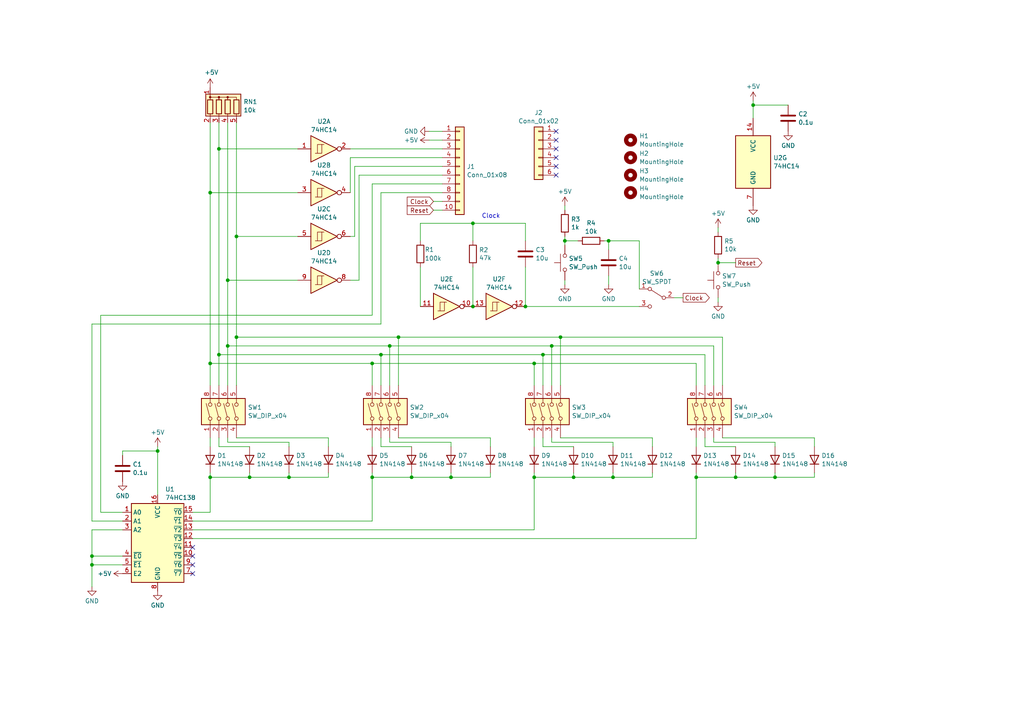
<source format=kicad_sch>
(kicad_sch
	(version 20231120)
	(generator "eeschema")
	(generator_version "8.0")
	(uuid "2fdbfb7c-6c7a-4bc4-b3d6-654ce3e494e8")
	(paper "A4")
	(lib_symbols
		(symbol "74xx:74HC138"
			(exclude_from_sim no)
			(in_bom yes)
			(on_board yes)
			(property "Reference" "U"
				(at -7.62 13.97 0)
				(effects
					(font
						(size 1.27 1.27)
					)
					(justify left bottom)
				)
			)
			(property "Value" "74HC138"
				(at 2.54 -11.43 0)
				(effects
					(font
						(size 1.27 1.27)
					)
					(justify left top)
				)
			)
			(property "Footprint" ""
				(at 0 0 0)
				(effects
					(font
						(size 1.27 1.27)
					)
					(hide yes)
				)
			)
			(property "Datasheet" "http://www.ti.com/lit/ds/symlink/cd74hc238.pdf"
				(at 0 0 0)
				(effects
					(font
						(size 1.27 1.27)
					)
					(hide yes)
				)
			)
			(property "Description" "3-to-8 line decoder/multiplexer inverting, DIP-16/SOIC-16/SSOP-16"
				(at 0 0 0)
				(effects
					(font
						(size 1.27 1.27)
					)
					(hide yes)
				)
			)
			(property "ki_keywords" "demux"
				(at 0 0 0)
				(effects
					(font
						(size 1.27 1.27)
					)
					(hide yes)
				)
			)
			(property "ki_fp_filters" "DIP*W7.62mm* SOIC*3.9x9.9mm*P1.27mm* SSOP*5.3x6.2mm*P0.65mm*"
				(at 0 0 0)
				(effects
					(font
						(size 1.27 1.27)
					)
					(hide yes)
				)
			)
			(symbol "74HC138_0_1"
				(rectangle
					(start -7.62 12.7)
					(end 7.62 -10.16)
					(stroke
						(width 0.254)
						(type default)
					)
					(fill
						(type background)
					)
				)
			)
			(symbol "74HC138_1_1"
				(pin input line
					(at -10.16 10.16 0)
					(length 2.54)
					(name "A0"
						(effects
							(font
								(size 1.27 1.27)
							)
						)
					)
					(number "1"
						(effects
							(font
								(size 1.27 1.27)
							)
						)
					)
				)
				(pin output line
					(at 10.16 -2.54 180)
					(length 2.54)
					(name "~{Y5}"
						(effects
							(font
								(size 1.27 1.27)
							)
						)
					)
					(number "10"
						(effects
							(font
								(size 1.27 1.27)
							)
						)
					)
				)
				(pin output line
					(at 10.16 0 180)
					(length 2.54)
					(name "~{Y4}"
						(effects
							(font
								(size 1.27 1.27)
							)
						)
					)
					(number "11"
						(effects
							(font
								(size 1.27 1.27)
							)
						)
					)
				)
				(pin output line
					(at 10.16 2.54 180)
					(length 2.54)
					(name "~{Y3}"
						(effects
							(font
								(size 1.27 1.27)
							)
						)
					)
					(number "12"
						(effects
							(font
								(size 1.27 1.27)
							)
						)
					)
				)
				(pin output line
					(at 10.16 5.08 180)
					(length 2.54)
					(name "~{Y2}"
						(effects
							(font
								(size 1.27 1.27)
							)
						)
					)
					(number "13"
						(effects
							(font
								(size 1.27 1.27)
							)
						)
					)
				)
				(pin output line
					(at 10.16 7.62 180)
					(length 2.54)
					(name "~{Y1}"
						(effects
							(font
								(size 1.27 1.27)
							)
						)
					)
					(number "14"
						(effects
							(font
								(size 1.27 1.27)
							)
						)
					)
				)
				(pin output line
					(at 10.16 10.16 180)
					(length 2.54)
					(name "~{Y0}"
						(effects
							(font
								(size 1.27 1.27)
							)
						)
					)
					(number "15"
						(effects
							(font
								(size 1.27 1.27)
							)
						)
					)
				)
				(pin power_in line
					(at 0 15.24 270)
					(length 2.54)
					(name "VCC"
						(effects
							(font
								(size 1.27 1.27)
							)
						)
					)
					(number "16"
						(effects
							(font
								(size 1.27 1.27)
							)
						)
					)
				)
				(pin input line
					(at -10.16 7.62 0)
					(length 2.54)
					(name "A1"
						(effects
							(font
								(size 1.27 1.27)
							)
						)
					)
					(number "2"
						(effects
							(font
								(size 1.27 1.27)
							)
						)
					)
				)
				(pin input line
					(at -10.16 5.08 0)
					(length 2.54)
					(name "A2"
						(effects
							(font
								(size 1.27 1.27)
							)
						)
					)
					(number "3"
						(effects
							(font
								(size 1.27 1.27)
							)
						)
					)
				)
				(pin input line
					(at -10.16 -2.54 0)
					(length 2.54)
					(name "~{E0}"
						(effects
							(font
								(size 1.27 1.27)
							)
						)
					)
					(number "4"
						(effects
							(font
								(size 1.27 1.27)
							)
						)
					)
				)
				(pin input line
					(at -10.16 -5.08 0)
					(length 2.54)
					(name "~{E1}"
						(effects
							(font
								(size 1.27 1.27)
							)
						)
					)
					(number "5"
						(effects
							(font
								(size 1.27 1.27)
							)
						)
					)
				)
				(pin input line
					(at -10.16 -7.62 0)
					(length 2.54)
					(name "E2"
						(effects
							(font
								(size 1.27 1.27)
							)
						)
					)
					(number "6"
						(effects
							(font
								(size 1.27 1.27)
							)
						)
					)
				)
				(pin output line
					(at 10.16 -7.62 180)
					(length 2.54)
					(name "~{Y7}"
						(effects
							(font
								(size 1.27 1.27)
							)
						)
					)
					(number "7"
						(effects
							(font
								(size 1.27 1.27)
							)
						)
					)
				)
				(pin power_in line
					(at 0 -12.7 90)
					(length 2.54)
					(name "GND"
						(effects
							(font
								(size 1.27 1.27)
							)
						)
					)
					(number "8"
						(effects
							(font
								(size 1.27 1.27)
							)
						)
					)
				)
				(pin output line
					(at 10.16 -5.08 180)
					(length 2.54)
					(name "~{Y6}"
						(effects
							(font
								(size 1.27 1.27)
							)
						)
					)
					(number "9"
						(effects
							(font
								(size 1.27 1.27)
							)
						)
					)
				)
			)
		)
		(symbol "74xx:74HC14"
			(pin_names
				(offset 1.016)
			)
			(exclude_from_sim no)
			(in_bom yes)
			(on_board yes)
			(property "Reference" "U"
				(at 0 1.27 0)
				(effects
					(font
						(size 1.27 1.27)
					)
				)
			)
			(property "Value" "74HC14"
				(at 0 -1.27 0)
				(effects
					(font
						(size 1.27 1.27)
					)
				)
			)
			(property "Footprint" ""
				(at 0 0 0)
				(effects
					(font
						(size 1.27 1.27)
					)
					(hide yes)
				)
			)
			(property "Datasheet" "http://www.ti.com/lit/gpn/sn74HC14"
				(at 0 0 0)
				(effects
					(font
						(size 1.27 1.27)
					)
					(hide yes)
				)
			)
			(property "Description" "Hex inverter schmitt trigger"
				(at 0 0 0)
				(effects
					(font
						(size 1.27 1.27)
					)
					(hide yes)
				)
			)
			(property "ki_locked" ""
				(at 0 0 0)
				(effects
					(font
						(size 1.27 1.27)
					)
				)
			)
			(property "ki_keywords" "HCMOS not inverter"
				(at 0 0 0)
				(effects
					(font
						(size 1.27 1.27)
					)
					(hide yes)
				)
			)
			(property "ki_fp_filters" "DIP*W7.62mm*"
				(at 0 0 0)
				(effects
					(font
						(size 1.27 1.27)
					)
					(hide yes)
				)
			)
			(symbol "74HC14_1_0"
				(polyline
					(pts
						(xy -3.81 3.81) (xy -3.81 -3.81) (xy 3.81 0) (xy -3.81 3.81)
					)
					(stroke
						(width 0.254)
						(type default)
					)
					(fill
						(type background)
					)
				)
				(pin input line
					(at -7.62 0 0)
					(length 3.81)
					(name "~"
						(effects
							(font
								(size 1.27 1.27)
							)
						)
					)
					(number "1"
						(effects
							(font
								(size 1.27 1.27)
							)
						)
					)
				)
				(pin output inverted
					(at 7.62 0 180)
					(length 3.81)
					(name "~"
						(effects
							(font
								(size 1.27 1.27)
							)
						)
					)
					(number "2"
						(effects
							(font
								(size 1.27 1.27)
							)
						)
					)
				)
			)
			(symbol "74HC14_1_1"
				(polyline
					(pts
						(xy -1.905 -1.27) (xy -1.905 1.27) (xy -0.635 1.27)
					)
					(stroke
						(width 0)
						(type default)
					)
					(fill
						(type none)
					)
				)
				(polyline
					(pts
						(xy -2.54 -1.27) (xy -0.635 -1.27) (xy -0.635 1.27) (xy 0 1.27)
					)
					(stroke
						(width 0)
						(type default)
					)
					(fill
						(type none)
					)
				)
			)
			(symbol "74HC14_2_0"
				(polyline
					(pts
						(xy -3.81 3.81) (xy -3.81 -3.81) (xy 3.81 0) (xy -3.81 3.81)
					)
					(stroke
						(width 0.254)
						(type default)
					)
					(fill
						(type background)
					)
				)
				(pin input line
					(at -7.62 0 0)
					(length 3.81)
					(name "~"
						(effects
							(font
								(size 1.27 1.27)
							)
						)
					)
					(number "3"
						(effects
							(font
								(size 1.27 1.27)
							)
						)
					)
				)
				(pin output inverted
					(at 7.62 0 180)
					(length 3.81)
					(name "~"
						(effects
							(font
								(size 1.27 1.27)
							)
						)
					)
					(number "4"
						(effects
							(font
								(size 1.27 1.27)
							)
						)
					)
				)
			)
			(symbol "74HC14_2_1"
				(polyline
					(pts
						(xy -1.905 -1.27) (xy -1.905 1.27) (xy -0.635 1.27)
					)
					(stroke
						(width 0)
						(type default)
					)
					(fill
						(type none)
					)
				)
				(polyline
					(pts
						(xy -2.54 -1.27) (xy -0.635 -1.27) (xy -0.635 1.27) (xy 0 1.27)
					)
					(stroke
						(width 0)
						(type default)
					)
					(fill
						(type none)
					)
				)
			)
			(symbol "74HC14_3_0"
				(polyline
					(pts
						(xy -3.81 3.81) (xy -3.81 -3.81) (xy 3.81 0) (xy -3.81 3.81)
					)
					(stroke
						(width 0.254)
						(type default)
					)
					(fill
						(type background)
					)
				)
				(pin input line
					(at -7.62 0 0)
					(length 3.81)
					(name "~"
						(effects
							(font
								(size 1.27 1.27)
							)
						)
					)
					(number "5"
						(effects
							(font
								(size 1.27 1.27)
							)
						)
					)
				)
				(pin output inverted
					(at 7.62 0 180)
					(length 3.81)
					(name "~"
						(effects
							(font
								(size 1.27 1.27)
							)
						)
					)
					(number "6"
						(effects
							(font
								(size 1.27 1.27)
							)
						)
					)
				)
			)
			(symbol "74HC14_3_1"
				(polyline
					(pts
						(xy -1.905 -1.27) (xy -1.905 1.27) (xy -0.635 1.27)
					)
					(stroke
						(width 0)
						(type default)
					)
					(fill
						(type none)
					)
				)
				(polyline
					(pts
						(xy -2.54 -1.27) (xy -0.635 -1.27) (xy -0.635 1.27) (xy 0 1.27)
					)
					(stroke
						(width 0)
						(type default)
					)
					(fill
						(type none)
					)
				)
			)
			(symbol "74HC14_4_0"
				(polyline
					(pts
						(xy -3.81 3.81) (xy -3.81 -3.81) (xy 3.81 0) (xy -3.81 3.81)
					)
					(stroke
						(width 0.254)
						(type default)
					)
					(fill
						(type background)
					)
				)
				(pin output inverted
					(at 7.62 0 180)
					(length 3.81)
					(name "~"
						(effects
							(font
								(size 1.27 1.27)
							)
						)
					)
					(number "8"
						(effects
							(font
								(size 1.27 1.27)
							)
						)
					)
				)
				(pin input line
					(at -7.62 0 0)
					(length 3.81)
					(name "~"
						(effects
							(font
								(size 1.27 1.27)
							)
						)
					)
					(number "9"
						(effects
							(font
								(size 1.27 1.27)
							)
						)
					)
				)
			)
			(symbol "74HC14_4_1"
				(polyline
					(pts
						(xy -1.905 -1.27) (xy -1.905 1.27) (xy -0.635 1.27)
					)
					(stroke
						(width 0)
						(type default)
					)
					(fill
						(type none)
					)
				)
				(polyline
					(pts
						(xy -2.54 -1.27) (xy -0.635 -1.27) (xy -0.635 1.27) (xy 0 1.27)
					)
					(stroke
						(width 0)
						(type default)
					)
					(fill
						(type none)
					)
				)
			)
			(symbol "74HC14_5_0"
				(polyline
					(pts
						(xy -3.81 3.81) (xy -3.81 -3.81) (xy 3.81 0) (xy -3.81 3.81)
					)
					(stroke
						(width 0.254)
						(type default)
					)
					(fill
						(type background)
					)
				)
				(pin output inverted
					(at 7.62 0 180)
					(length 3.81)
					(name "~"
						(effects
							(font
								(size 1.27 1.27)
							)
						)
					)
					(number "10"
						(effects
							(font
								(size 1.27 1.27)
							)
						)
					)
				)
				(pin input line
					(at -7.62 0 0)
					(length 3.81)
					(name "~"
						(effects
							(font
								(size 1.27 1.27)
							)
						)
					)
					(number "11"
						(effects
							(font
								(size 1.27 1.27)
							)
						)
					)
				)
			)
			(symbol "74HC14_5_1"
				(polyline
					(pts
						(xy -1.905 -1.27) (xy -1.905 1.27) (xy -0.635 1.27)
					)
					(stroke
						(width 0)
						(type default)
					)
					(fill
						(type none)
					)
				)
				(polyline
					(pts
						(xy -2.54 -1.27) (xy -0.635 -1.27) (xy -0.635 1.27) (xy 0 1.27)
					)
					(stroke
						(width 0)
						(type default)
					)
					(fill
						(type none)
					)
				)
			)
			(symbol "74HC14_6_0"
				(polyline
					(pts
						(xy -3.81 3.81) (xy -3.81 -3.81) (xy 3.81 0) (xy -3.81 3.81)
					)
					(stroke
						(width 0.254)
						(type default)
					)
					(fill
						(type background)
					)
				)
				(pin output inverted
					(at 7.62 0 180)
					(length 3.81)
					(name "~"
						(effects
							(font
								(size 1.27 1.27)
							)
						)
					)
					(number "12"
						(effects
							(font
								(size 1.27 1.27)
							)
						)
					)
				)
				(pin input line
					(at -7.62 0 0)
					(length 3.81)
					(name "~"
						(effects
							(font
								(size 1.27 1.27)
							)
						)
					)
					(number "13"
						(effects
							(font
								(size 1.27 1.27)
							)
						)
					)
				)
			)
			(symbol "74HC14_6_1"
				(polyline
					(pts
						(xy -1.905 -1.27) (xy -1.905 1.27) (xy -0.635 1.27)
					)
					(stroke
						(width 0)
						(type default)
					)
					(fill
						(type none)
					)
				)
				(polyline
					(pts
						(xy -2.54 -1.27) (xy -0.635 -1.27) (xy -0.635 1.27) (xy 0 1.27)
					)
					(stroke
						(width 0)
						(type default)
					)
					(fill
						(type none)
					)
				)
			)
			(symbol "74HC14_7_0"
				(pin power_in line
					(at 0 12.7 270)
					(length 5.08)
					(name "VCC"
						(effects
							(font
								(size 1.27 1.27)
							)
						)
					)
					(number "14"
						(effects
							(font
								(size 1.27 1.27)
							)
						)
					)
				)
				(pin power_in line
					(at 0 -12.7 90)
					(length 5.08)
					(name "GND"
						(effects
							(font
								(size 1.27 1.27)
							)
						)
					)
					(number "7"
						(effects
							(font
								(size 1.27 1.27)
							)
						)
					)
				)
			)
			(symbol "74HC14_7_1"
				(rectangle
					(start -5.08 7.62)
					(end 5.08 -7.62)
					(stroke
						(width 0.254)
						(type default)
					)
					(fill
						(type background)
					)
				)
			)
		)
		(symbol "Connector_Generic:Conn_01x06"
			(pin_names
				(offset 1.016) hide)
			(exclude_from_sim no)
			(in_bom yes)
			(on_board yes)
			(property "Reference" "J"
				(at 0 7.62 0)
				(effects
					(font
						(size 1.27 1.27)
					)
				)
			)
			(property "Value" "Conn_01x06"
				(at 0 -10.16 0)
				(effects
					(font
						(size 1.27 1.27)
					)
				)
			)
			(property "Footprint" ""
				(at 0 0 0)
				(effects
					(font
						(size 1.27 1.27)
					)
					(hide yes)
				)
			)
			(property "Datasheet" "~"
				(at 0 0 0)
				(effects
					(font
						(size 1.27 1.27)
					)
					(hide yes)
				)
			)
			(property "Description" "Generic connector, single row, 01x06, script generated (kicad-library-utils/schlib/autogen/connector/)"
				(at 0 0 0)
				(effects
					(font
						(size 1.27 1.27)
					)
					(hide yes)
				)
			)
			(property "ki_keywords" "connector"
				(at 0 0 0)
				(effects
					(font
						(size 1.27 1.27)
					)
					(hide yes)
				)
			)
			(property "ki_fp_filters" "Connector*:*_1x??_*"
				(at 0 0 0)
				(effects
					(font
						(size 1.27 1.27)
					)
					(hide yes)
				)
			)
			(symbol "Conn_01x06_1_1"
				(rectangle
					(start -1.27 -7.493)
					(end 0 -7.747)
					(stroke
						(width 0.1524)
						(type default)
					)
					(fill
						(type none)
					)
				)
				(rectangle
					(start -1.27 -4.953)
					(end 0 -5.207)
					(stroke
						(width 0.1524)
						(type default)
					)
					(fill
						(type none)
					)
				)
				(rectangle
					(start -1.27 -2.413)
					(end 0 -2.667)
					(stroke
						(width 0.1524)
						(type default)
					)
					(fill
						(type none)
					)
				)
				(rectangle
					(start -1.27 0.127)
					(end 0 -0.127)
					(stroke
						(width 0.1524)
						(type default)
					)
					(fill
						(type none)
					)
				)
				(rectangle
					(start -1.27 2.667)
					(end 0 2.413)
					(stroke
						(width 0.1524)
						(type default)
					)
					(fill
						(type none)
					)
				)
				(rectangle
					(start -1.27 5.207)
					(end 0 4.953)
					(stroke
						(width 0.1524)
						(type default)
					)
					(fill
						(type none)
					)
				)
				(rectangle
					(start -1.27 6.35)
					(end 1.27 -8.89)
					(stroke
						(width 0.254)
						(type default)
					)
					(fill
						(type background)
					)
				)
				(pin passive line
					(at -5.08 5.08 0)
					(length 3.81)
					(name "Pin_1"
						(effects
							(font
								(size 1.27 1.27)
							)
						)
					)
					(number "1"
						(effects
							(font
								(size 1.27 1.27)
							)
						)
					)
				)
				(pin passive line
					(at -5.08 2.54 0)
					(length 3.81)
					(name "Pin_2"
						(effects
							(font
								(size 1.27 1.27)
							)
						)
					)
					(number "2"
						(effects
							(font
								(size 1.27 1.27)
							)
						)
					)
				)
				(pin passive line
					(at -5.08 0 0)
					(length 3.81)
					(name "Pin_3"
						(effects
							(font
								(size 1.27 1.27)
							)
						)
					)
					(number "3"
						(effects
							(font
								(size 1.27 1.27)
							)
						)
					)
				)
				(pin passive line
					(at -5.08 -2.54 0)
					(length 3.81)
					(name "Pin_4"
						(effects
							(font
								(size 1.27 1.27)
							)
						)
					)
					(number "4"
						(effects
							(font
								(size 1.27 1.27)
							)
						)
					)
				)
				(pin passive line
					(at -5.08 -5.08 0)
					(length 3.81)
					(name "Pin_5"
						(effects
							(font
								(size 1.27 1.27)
							)
						)
					)
					(number "5"
						(effects
							(font
								(size 1.27 1.27)
							)
						)
					)
				)
				(pin passive line
					(at -5.08 -7.62 0)
					(length 3.81)
					(name "Pin_6"
						(effects
							(font
								(size 1.27 1.27)
							)
						)
					)
					(number "6"
						(effects
							(font
								(size 1.27 1.27)
							)
						)
					)
				)
			)
		)
		(symbol "Connector_Generic:Conn_01x10"
			(pin_names
				(offset 1.016) hide)
			(exclude_from_sim no)
			(in_bom yes)
			(on_board yes)
			(property "Reference" "J"
				(at 0 12.7 0)
				(effects
					(font
						(size 1.27 1.27)
					)
				)
			)
			(property "Value" "Conn_01x10"
				(at 0 -15.24 0)
				(effects
					(font
						(size 1.27 1.27)
					)
				)
			)
			(property "Footprint" ""
				(at 0 0 0)
				(effects
					(font
						(size 1.27 1.27)
					)
					(hide yes)
				)
			)
			(property "Datasheet" "~"
				(at 0 0 0)
				(effects
					(font
						(size 1.27 1.27)
					)
					(hide yes)
				)
			)
			(property "Description" "Generic connector, single row, 01x10, script generated (kicad-library-utils/schlib/autogen/connector/)"
				(at 0 0 0)
				(effects
					(font
						(size 1.27 1.27)
					)
					(hide yes)
				)
			)
			(property "ki_keywords" "connector"
				(at 0 0 0)
				(effects
					(font
						(size 1.27 1.27)
					)
					(hide yes)
				)
			)
			(property "ki_fp_filters" "Connector*:*_1x??_*"
				(at 0 0 0)
				(effects
					(font
						(size 1.27 1.27)
					)
					(hide yes)
				)
			)
			(symbol "Conn_01x10_1_1"
				(rectangle
					(start -1.27 -12.573)
					(end 0 -12.827)
					(stroke
						(width 0.1524)
						(type default)
					)
					(fill
						(type none)
					)
				)
				(rectangle
					(start -1.27 -10.033)
					(end 0 -10.287)
					(stroke
						(width 0.1524)
						(type default)
					)
					(fill
						(type none)
					)
				)
				(rectangle
					(start -1.27 -7.493)
					(end 0 -7.747)
					(stroke
						(width 0.1524)
						(type default)
					)
					(fill
						(type none)
					)
				)
				(rectangle
					(start -1.27 -4.953)
					(end 0 -5.207)
					(stroke
						(width 0.1524)
						(type default)
					)
					(fill
						(type none)
					)
				)
				(rectangle
					(start -1.27 -2.413)
					(end 0 -2.667)
					(stroke
						(width 0.1524)
						(type default)
					)
					(fill
						(type none)
					)
				)
				(rectangle
					(start -1.27 0.127)
					(end 0 -0.127)
					(stroke
						(width 0.1524)
						(type default)
					)
					(fill
						(type none)
					)
				)
				(rectangle
					(start -1.27 2.667)
					(end 0 2.413)
					(stroke
						(width 0.1524)
						(type default)
					)
					(fill
						(type none)
					)
				)
				(rectangle
					(start -1.27 5.207)
					(end 0 4.953)
					(stroke
						(width 0.1524)
						(type default)
					)
					(fill
						(type none)
					)
				)
				(rectangle
					(start -1.27 7.747)
					(end 0 7.493)
					(stroke
						(width 0.1524)
						(type default)
					)
					(fill
						(type none)
					)
				)
				(rectangle
					(start -1.27 10.287)
					(end 0 10.033)
					(stroke
						(width 0.1524)
						(type default)
					)
					(fill
						(type none)
					)
				)
				(rectangle
					(start -1.27 11.43)
					(end 1.27 -13.97)
					(stroke
						(width 0.254)
						(type default)
					)
					(fill
						(type background)
					)
				)
				(pin passive line
					(at -5.08 10.16 0)
					(length 3.81)
					(name "Pin_1"
						(effects
							(font
								(size 1.27 1.27)
							)
						)
					)
					(number "1"
						(effects
							(font
								(size 1.27 1.27)
							)
						)
					)
				)
				(pin passive line
					(at -5.08 -12.7 0)
					(length 3.81)
					(name "Pin_10"
						(effects
							(font
								(size 1.27 1.27)
							)
						)
					)
					(number "10"
						(effects
							(font
								(size 1.27 1.27)
							)
						)
					)
				)
				(pin passive line
					(at -5.08 7.62 0)
					(length 3.81)
					(name "Pin_2"
						(effects
							(font
								(size 1.27 1.27)
							)
						)
					)
					(number "2"
						(effects
							(font
								(size 1.27 1.27)
							)
						)
					)
				)
				(pin passive line
					(at -5.08 5.08 0)
					(length 3.81)
					(name "Pin_3"
						(effects
							(font
								(size 1.27 1.27)
							)
						)
					)
					(number "3"
						(effects
							(font
								(size 1.27 1.27)
							)
						)
					)
				)
				(pin passive line
					(at -5.08 2.54 0)
					(length 3.81)
					(name "Pin_4"
						(effects
							(font
								(size 1.27 1.27)
							)
						)
					)
					(number "4"
						(effects
							(font
								(size 1.27 1.27)
							)
						)
					)
				)
				(pin passive line
					(at -5.08 0 0)
					(length 3.81)
					(name "Pin_5"
						(effects
							(font
								(size 1.27 1.27)
							)
						)
					)
					(number "5"
						(effects
							(font
								(size 1.27 1.27)
							)
						)
					)
				)
				(pin passive line
					(at -5.08 -2.54 0)
					(length 3.81)
					(name "Pin_6"
						(effects
							(font
								(size 1.27 1.27)
							)
						)
					)
					(number "6"
						(effects
							(font
								(size 1.27 1.27)
							)
						)
					)
				)
				(pin passive line
					(at -5.08 -5.08 0)
					(length 3.81)
					(name "Pin_7"
						(effects
							(font
								(size 1.27 1.27)
							)
						)
					)
					(number "7"
						(effects
							(font
								(size 1.27 1.27)
							)
						)
					)
				)
				(pin passive line
					(at -5.08 -7.62 0)
					(length 3.81)
					(name "Pin_8"
						(effects
							(font
								(size 1.27 1.27)
							)
						)
					)
					(number "8"
						(effects
							(font
								(size 1.27 1.27)
							)
						)
					)
				)
				(pin passive line
					(at -5.08 -10.16 0)
					(length 3.81)
					(name "Pin_9"
						(effects
							(font
								(size 1.27 1.27)
							)
						)
					)
					(number "9"
						(effects
							(font
								(size 1.27 1.27)
							)
						)
					)
				)
			)
		)
		(symbol "Device:C"
			(pin_numbers hide)
			(pin_names
				(offset 0.254)
			)
			(exclude_from_sim no)
			(in_bom yes)
			(on_board yes)
			(property "Reference" "C"
				(at 0.635 2.54 0)
				(effects
					(font
						(size 1.27 1.27)
					)
					(justify left)
				)
			)
			(property "Value" "C"
				(at 0.635 -2.54 0)
				(effects
					(font
						(size 1.27 1.27)
					)
					(justify left)
				)
			)
			(property "Footprint" ""
				(at 0.9652 -3.81 0)
				(effects
					(font
						(size 1.27 1.27)
					)
					(hide yes)
				)
			)
			(property "Datasheet" "~"
				(at 0 0 0)
				(effects
					(font
						(size 1.27 1.27)
					)
					(hide yes)
				)
			)
			(property "Description" "Unpolarized capacitor"
				(at 0 0 0)
				(effects
					(font
						(size 1.27 1.27)
					)
					(hide yes)
				)
			)
			(property "ki_keywords" "cap capacitor"
				(at 0 0 0)
				(effects
					(font
						(size 1.27 1.27)
					)
					(hide yes)
				)
			)
			(property "ki_fp_filters" "C_*"
				(at 0 0 0)
				(effects
					(font
						(size 1.27 1.27)
					)
					(hide yes)
				)
			)
			(symbol "C_0_1"
				(polyline
					(pts
						(xy -2.032 -0.762) (xy 2.032 -0.762)
					)
					(stroke
						(width 0.508)
						(type default)
					)
					(fill
						(type none)
					)
				)
				(polyline
					(pts
						(xy -2.032 0.762) (xy 2.032 0.762)
					)
					(stroke
						(width 0.508)
						(type default)
					)
					(fill
						(type none)
					)
				)
			)
			(symbol "C_1_1"
				(pin passive line
					(at 0 3.81 270)
					(length 2.794)
					(name "~"
						(effects
							(font
								(size 1.27 1.27)
							)
						)
					)
					(number "1"
						(effects
							(font
								(size 1.27 1.27)
							)
						)
					)
				)
				(pin passive line
					(at 0 -3.81 90)
					(length 2.794)
					(name "~"
						(effects
							(font
								(size 1.27 1.27)
							)
						)
					)
					(number "2"
						(effects
							(font
								(size 1.27 1.27)
							)
						)
					)
				)
			)
		)
		(symbol "Device:R"
			(pin_numbers hide)
			(pin_names
				(offset 0)
			)
			(exclude_from_sim no)
			(in_bom yes)
			(on_board yes)
			(property "Reference" "R"
				(at 2.032 0 90)
				(effects
					(font
						(size 1.27 1.27)
					)
				)
			)
			(property "Value" "R"
				(at 0 0 90)
				(effects
					(font
						(size 1.27 1.27)
					)
				)
			)
			(property "Footprint" ""
				(at -1.778 0 90)
				(effects
					(font
						(size 1.27 1.27)
					)
					(hide yes)
				)
			)
			(property "Datasheet" "~"
				(at 0 0 0)
				(effects
					(font
						(size 1.27 1.27)
					)
					(hide yes)
				)
			)
			(property "Description" "Resistor"
				(at 0 0 0)
				(effects
					(font
						(size 1.27 1.27)
					)
					(hide yes)
				)
			)
			(property "ki_keywords" "R res resistor"
				(at 0 0 0)
				(effects
					(font
						(size 1.27 1.27)
					)
					(hide yes)
				)
			)
			(property "ki_fp_filters" "R_*"
				(at 0 0 0)
				(effects
					(font
						(size 1.27 1.27)
					)
					(hide yes)
				)
			)
			(symbol "R_0_1"
				(rectangle
					(start -1.016 -2.54)
					(end 1.016 2.54)
					(stroke
						(width 0.254)
						(type default)
					)
					(fill
						(type none)
					)
				)
			)
			(symbol "R_1_1"
				(pin passive line
					(at 0 3.81 270)
					(length 1.27)
					(name "~"
						(effects
							(font
								(size 1.27 1.27)
							)
						)
					)
					(number "1"
						(effects
							(font
								(size 1.27 1.27)
							)
						)
					)
				)
				(pin passive line
					(at 0 -3.81 90)
					(length 1.27)
					(name "~"
						(effects
							(font
								(size 1.27 1.27)
							)
						)
					)
					(number "2"
						(effects
							(font
								(size 1.27 1.27)
							)
						)
					)
				)
			)
		)
		(symbol "Device:R_Network04"
			(pin_names
				(offset 0) hide)
			(exclude_from_sim no)
			(in_bom yes)
			(on_board yes)
			(property "Reference" "RN"
				(at -7.62 0 90)
				(effects
					(font
						(size 1.27 1.27)
					)
				)
			)
			(property "Value" "R_Network04"
				(at 5.08 0 90)
				(effects
					(font
						(size 1.27 1.27)
					)
				)
			)
			(property "Footprint" "Resistor_THT:R_Array_SIP5"
				(at 6.985 0 90)
				(effects
					(font
						(size 1.27 1.27)
					)
					(hide yes)
				)
			)
			(property "Datasheet" "http://www.vishay.com/docs/31509/csc.pdf"
				(at 0 0 0)
				(effects
					(font
						(size 1.27 1.27)
					)
					(hide yes)
				)
			)
			(property "Description" "4 resistor network, star topology, bussed resistors, small symbol"
				(at 0 0 0)
				(effects
					(font
						(size 1.27 1.27)
					)
					(hide yes)
				)
			)
			(property "ki_keywords" "R network star-topology"
				(at 0 0 0)
				(effects
					(font
						(size 1.27 1.27)
					)
					(hide yes)
				)
			)
			(property "ki_fp_filters" "R?Array?SIP*"
				(at 0 0 0)
				(effects
					(font
						(size 1.27 1.27)
					)
					(hide yes)
				)
			)
			(symbol "R_Network04_0_1"
				(rectangle
					(start -6.35 -3.175)
					(end 3.81 3.175)
					(stroke
						(width 0.254)
						(type default)
					)
					(fill
						(type background)
					)
				)
				(rectangle
					(start -5.842 1.524)
					(end -4.318 -2.54)
					(stroke
						(width 0.254)
						(type default)
					)
					(fill
						(type none)
					)
				)
				(circle
					(center -5.08 2.286)
					(radius 0.254)
					(stroke
						(width 0)
						(type default)
					)
					(fill
						(type outline)
					)
				)
				(rectangle
					(start -3.302 1.524)
					(end -1.778 -2.54)
					(stroke
						(width 0.254)
						(type default)
					)
					(fill
						(type none)
					)
				)
				(circle
					(center -2.54 2.286)
					(radius 0.254)
					(stroke
						(width 0)
						(type default)
					)
					(fill
						(type outline)
					)
				)
				(rectangle
					(start -0.762 1.524)
					(end 0.762 -2.54)
					(stroke
						(width 0.254)
						(type default)
					)
					(fill
						(type none)
					)
				)
				(polyline
					(pts
						(xy -5.08 -2.54) (xy -5.08 -3.81)
					)
					(stroke
						(width 0)
						(type default)
					)
					(fill
						(type none)
					)
				)
				(polyline
					(pts
						(xy -2.54 -2.54) (xy -2.54 -3.81)
					)
					(stroke
						(width 0)
						(type default)
					)
					(fill
						(type none)
					)
				)
				(polyline
					(pts
						(xy 0 -2.54) (xy 0 -3.81)
					)
					(stroke
						(width 0)
						(type default)
					)
					(fill
						(type none)
					)
				)
				(polyline
					(pts
						(xy 2.54 -2.54) (xy 2.54 -3.81)
					)
					(stroke
						(width 0)
						(type default)
					)
					(fill
						(type none)
					)
				)
				(polyline
					(pts
						(xy -5.08 1.524) (xy -5.08 2.286) (xy -2.54 2.286) (xy -2.54 1.524)
					)
					(stroke
						(width 0)
						(type default)
					)
					(fill
						(type none)
					)
				)
				(polyline
					(pts
						(xy -2.54 1.524) (xy -2.54 2.286) (xy 0 2.286) (xy 0 1.524)
					)
					(stroke
						(width 0)
						(type default)
					)
					(fill
						(type none)
					)
				)
				(polyline
					(pts
						(xy 0 1.524) (xy 0 2.286) (xy 2.54 2.286) (xy 2.54 1.524)
					)
					(stroke
						(width 0)
						(type default)
					)
					(fill
						(type none)
					)
				)
				(circle
					(center 0 2.286)
					(radius 0.254)
					(stroke
						(width 0)
						(type default)
					)
					(fill
						(type outline)
					)
				)
				(rectangle
					(start 1.778 1.524)
					(end 3.302 -2.54)
					(stroke
						(width 0.254)
						(type default)
					)
					(fill
						(type none)
					)
				)
			)
			(symbol "R_Network04_1_1"
				(pin passive line
					(at -5.08 5.08 270)
					(length 2.54)
					(name "common"
						(effects
							(font
								(size 1.27 1.27)
							)
						)
					)
					(number "1"
						(effects
							(font
								(size 1.27 1.27)
							)
						)
					)
				)
				(pin passive line
					(at -5.08 -5.08 90)
					(length 1.27)
					(name "R1"
						(effects
							(font
								(size 1.27 1.27)
							)
						)
					)
					(number "2"
						(effects
							(font
								(size 1.27 1.27)
							)
						)
					)
				)
				(pin passive line
					(at -2.54 -5.08 90)
					(length 1.27)
					(name "R2"
						(effects
							(font
								(size 1.27 1.27)
							)
						)
					)
					(number "3"
						(effects
							(font
								(size 1.27 1.27)
							)
						)
					)
				)
				(pin passive line
					(at 0 -5.08 90)
					(length 1.27)
					(name "R3"
						(effects
							(font
								(size 1.27 1.27)
							)
						)
					)
					(number "4"
						(effects
							(font
								(size 1.27 1.27)
							)
						)
					)
				)
				(pin passive line
					(at 2.54 -5.08 90)
					(length 1.27)
					(name "R4"
						(effects
							(font
								(size 1.27 1.27)
							)
						)
					)
					(number "5"
						(effects
							(font
								(size 1.27 1.27)
							)
						)
					)
				)
			)
		)
		(symbol "Diode:1N4148"
			(pin_numbers hide)
			(pin_names hide)
			(exclude_from_sim no)
			(in_bom yes)
			(on_board yes)
			(property "Reference" "D"
				(at 0 2.54 0)
				(effects
					(font
						(size 1.27 1.27)
					)
				)
			)
			(property "Value" "1N4148"
				(at 0 -2.54 0)
				(effects
					(font
						(size 1.27 1.27)
					)
				)
			)
			(property "Footprint" "Diode_THT:D_DO-35_SOD27_P7.62mm_Horizontal"
				(at 0 0 0)
				(effects
					(font
						(size 1.27 1.27)
					)
					(hide yes)
				)
			)
			(property "Datasheet" "https://assets.nexperia.com/documents/data-sheet/1N4148_1N4448.pdf"
				(at 0 0 0)
				(effects
					(font
						(size 1.27 1.27)
					)
					(hide yes)
				)
			)
			(property "Description" "100V 0.15A standard switching diode, DO-35"
				(at 0 0 0)
				(effects
					(font
						(size 1.27 1.27)
					)
					(hide yes)
				)
			)
			(property "Sim.Device" "D"
				(at 0 0 0)
				(effects
					(font
						(size 1.27 1.27)
					)
					(hide yes)
				)
			)
			(property "Sim.Pins" "1=K 2=A"
				(at 0 0 0)
				(effects
					(font
						(size 1.27 1.27)
					)
					(hide yes)
				)
			)
			(property "ki_keywords" "diode"
				(at 0 0 0)
				(effects
					(font
						(size 1.27 1.27)
					)
					(hide yes)
				)
			)
			(property "ki_fp_filters" "D*DO?35*"
				(at 0 0 0)
				(effects
					(font
						(size 1.27 1.27)
					)
					(hide yes)
				)
			)
			(symbol "1N4148_0_1"
				(polyline
					(pts
						(xy -1.27 1.27) (xy -1.27 -1.27)
					)
					(stroke
						(width 0.254)
						(type default)
					)
					(fill
						(type none)
					)
				)
				(polyline
					(pts
						(xy 1.27 0) (xy -1.27 0)
					)
					(stroke
						(width 0)
						(type default)
					)
					(fill
						(type none)
					)
				)
				(polyline
					(pts
						(xy 1.27 1.27) (xy 1.27 -1.27) (xy -1.27 0) (xy 1.27 1.27)
					)
					(stroke
						(width 0.254)
						(type default)
					)
					(fill
						(type none)
					)
				)
			)
			(symbol "1N4148_1_1"
				(pin passive line
					(at -3.81 0 0)
					(length 2.54)
					(name "K"
						(effects
							(font
								(size 1.27 1.27)
							)
						)
					)
					(number "1"
						(effects
							(font
								(size 1.27 1.27)
							)
						)
					)
				)
				(pin passive line
					(at 3.81 0 180)
					(length 2.54)
					(name "A"
						(effects
							(font
								(size 1.27 1.27)
							)
						)
					)
					(number "2"
						(effects
							(font
								(size 1.27 1.27)
							)
						)
					)
				)
			)
		)
		(symbol "Mechanical:MountingHole"
			(pin_names
				(offset 1.016)
			)
			(exclude_from_sim no)
			(in_bom yes)
			(on_board yes)
			(property "Reference" "H"
				(at 0 5.08 0)
				(effects
					(font
						(size 1.27 1.27)
					)
				)
			)
			(property "Value" "MountingHole"
				(at 0 3.175 0)
				(effects
					(font
						(size 1.27 1.27)
					)
				)
			)
			(property "Footprint" ""
				(at 0 0 0)
				(effects
					(font
						(size 1.27 1.27)
					)
					(hide yes)
				)
			)
			(property "Datasheet" "~"
				(at 0 0 0)
				(effects
					(font
						(size 1.27 1.27)
					)
					(hide yes)
				)
			)
			(property "Description" "Mounting Hole without connection"
				(at 0 0 0)
				(effects
					(font
						(size 1.27 1.27)
					)
					(hide yes)
				)
			)
			(property "ki_keywords" "mounting hole"
				(at 0 0 0)
				(effects
					(font
						(size 1.27 1.27)
					)
					(hide yes)
				)
			)
			(property "ki_fp_filters" "MountingHole*"
				(at 0 0 0)
				(effects
					(font
						(size 1.27 1.27)
					)
					(hide yes)
				)
			)
			(symbol "MountingHole_0_1"
				(circle
					(center 0 0)
					(radius 1.27)
					(stroke
						(width 1.27)
						(type default)
					)
					(fill
						(type none)
					)
				)
			)
		)
		(symbol "Switch:SW_DIP_x04"
			(pin_names
				(offset 0) hide)
			(exclude_from_sim no)
			(in_bom yes)
			(on_board yes)
			(property "Reference" "SW"
				(at 0 8.89 0)
				(effects
					(font
						(size 1.27 1.27)
					)
				)
			)
			(property "Value" "SW_DIP_x04"
				(at 0 -6.35 0)
				(effects
					(font
						(size 1.27 1.27)
					)
				)
			)
			(property "Footprint" ""
				(at 0 0 0)
				(effects
					(font
						(size 1.27 1.27)
					)
					(hide yes)
				)
			)
			(property "Datasheet" "~"
				(at 0 0 0)
				(effects
					(font
						(size 1.27 1.27)
					)
					(hide yes)
				)
			)
			(property "Description" "4x DIP Switch, Single Pole Single Throw (SPST) switch, small symbol"
				(at 0 0 0)
				(effects
					(font
						(size 1.27 1.27)
					)
					(hide yes)
				)
			)
			(property "ki_keywords" "dip switch"
				(at 0 0 0)
				(effects
					(font
						(size 1.27 1.27)
					)
					(hide yes)
				)
			)
			(property "ki_fp_filters" "SW?DIP?x4*"
				(at 0 0 0)
				(effects
					(font
						(size 1.27 1.27)
					)
					(hide yes)
				)
			)
			(symbol "SW_DIP_x04_0_0"
				(circle
					(center -2.032 -2.54)
					(radius 0.508)
					(stroke
						(width 0)
						(type default)
					)
					(fill
						(type none)
					)
				)
				(circle
					(center -2.032 0)
					(radius 0.508)
					(stroke
						(width 0)
						(type default)
					)
					(fill
						(type none)
					)
				)
				(circle
					(center -2.032 2.54)
					(radius 0.508)
					(stroke
						(width 0)
						(type default)
					)
					(fill
						(type none)
					)
				)
				(circle
					(center -2.032 5.08)
					(radius 0.508)
					(stroke
						(width 0)
						(type default)
					)
					(fill
						(type none)
					)
				)
				(polyline
					(pts
						(xy -1.524 -2.3876) (xy 2.3622 -1.3462)
					)
					(stroke
						(width 0)
						(type default)
					)
					(fill
						(type none)
					)
				)
				(polyline
					(pts
						(xy -1.524 0.127) (xy 2.3622 1.1684)
					)
					(stroke
						(width 0)
						(type default)
					)
					(fill
						(type none)
					)
				)
				(polyline
					(pts
						(xy -1.524 2.667) (xy 2.3622 3.7084)
					)
					(stroke
						(width 0)
						(type default)
					)
					(fill
						(type none)
					)
				)
				(polyline
					(pts
						(xy -1.524 5.207) (xy 2.3622 6.2484)
					)
					(stroke
						(width 0)
						(type default)
					)
					(fill
						(type none)
					)
				)
				(circle
					(center 2.032 -2.54)
					(radius 0.508)
					(stroke
						(width 0)
						(type default)
					)
					(fill
						(type none)
					)
				)
				(circle
					(center 2.032 0)
					(radius 0.508)
					(stroke
						(width 0)
						(type default)
					)
					(fill
						(type none)
					)
				)
				(circle
					(center 2.032 2.54)
					(radius 0.508)
					(stroke
						(width 0)
						(type default)
					)
					(fill
						(type none)
					)
				)
				(circle
					(center 2.032 5.08)
					(radius 0.508)
					(stroke
						(width 0)
						(type default)
					)
					(fill
						(type none)
					)
				)
			)
			(symbol "SW_DIP_x04_0_1"
				(rectangle
					(start -3.81 7.62)
					(end 3.81 -5.08)
					(stroke
						(width 0.254)
						(type default)
					)
					(fill
						(type background)
					)
				)
			)
			(symbol "SW_DIP_x04_1_1"
				(pin passive line
					(at -7.62 5.08 0)
					(length 5.08)
					(name "~"
						(effects
							(font
								(size 1.27 1.27)
							)
						)
					)
					(number "1"
						(effects
							(font
								(size 1.27 1.27)
							)
						)
					)
				)
				(pin passive line
					(at -7.62 2.54 0)
					(length 5.08)
					(name "~"
						(effects
							(font
								(size 1.27 1.27)
							)
						)
					)
					(number "2"
						(effects
							(font
								(size 1.27 1.27)
							)
						)
					)
				)
				(pin passive line
					(at -7.62 0 0)
					(length 5.08)
					(name "~"
						(effects
							(font
								(size 1.27 1.27)
							)
						)
					)
					(number "3"
						(effects
							(font
								(size 1.27 1.27)
							)
						)
					)
				)
				(pin passive line
					(at -7.62 -2.54 0)
					(length 5.08)
					(name "~"
						(effects
							(font
								(size 1.27 1.27)
							)
						)
					)
					(number "4"
						(effects
							(font
								(size 1.27 1.27)
							)
						)
					)
				)
				(pin passive line
					(at 7.62 -2.54 180)
					(length 5.08)
					(name "~"
						(effects
							(font
								(size 1.27 1.27)
							)
						)
					)
					(number "5"
						(effects
							(font
								(size 1.27 1.27)
							)
						)
					)
				)
				(pin passive line
					(at 7.62 0 180)
					(length 5.08)
					(name "~"
						(effects
							(font
								(size 1.27 1.27)
							)
						)
					)
					(number "6"
						(effects
							(font
								(size 1.27 1.27)
							)
						)
					)
				)
				(pin passive line
					(at 7.62 2.54 180)
					(length 5.08)
					(name "~"
						(effects
							(font
								(size 1.27 1.27)
							)
						)
					)
					(number "7"
						(effects
							(font
								(size 1.27 1.27)
							)
						)
					)
				)
				(pin passive line
					(at 7.62 5.08 180)
					(length 5.08)
					(name "~"
						(effects
							(font
								(size 1.27 1.27)
							)
						)
					)
					(number "8"
						(effects
							(font
								(size 1.27 1.27)
							)
						)
					)
				)
			)
		)
		(symbol "Switch:SW_Push"
			(pin_numbers hide)
			(pin_names
				(offset 1.016) hide)
			(exclude_from_sim no)
			(in_bom yes)
			(on_board yes)
			(property "Reference" "SW"
				(at 1.27 2.54 0)
				(effects
					(font
						(size 1.27 1.27)
					)
					(justify left)
				)
			)
			(property "Value" "SW_Push"
				(at 0 -1.524 0)
				(effects
					(font
						(size 1.27 1.27)
					)
				)
			)
			(property "Footprint" ""
				(at 0 5.08 0)
				(effects
					(font
						(size 1.27 1.27)
					)
					(hide yes)
				)
			)
			(property "Datasheet" "~"
				(at 0 5.08 0)
				(effects
					(font
						(size 1.27 1.27)
					)
					(hide yes)
				)
			)
			(property "Description" "Push button switch, generic, two pins"
				(at 0 0 0)
				(effects
					(font
						(size 1.27 1.27)
					)
					(hide yes)
				)
			)
			(property "ki_keywords" "switch normally-open pushbutton push-button"
				(at 0 0 0)
				(effects
					(font
						(size 1.27 1.27)
					)
					(hide yes)
				)
			)
			(symbol "SW_Push_0_1"
				(circle
					(center -2.032 0)
					(radius 0.508)
					(stroke
						(width 0)
						(type default)
					)
					(fill
						(type none)
					)
				)
				(polyline
					(pts
						(xy 0 1.27) (xy 0 3.048)
					)
					(stroke
						(width 0)
						(type default)
					)
					(fill
						(type none)
					)
				)
				(polyline
					(pts
						(xy 2.54 1.27) (xy -2.54 1.27)
					)
					(stroke
						(width 0)
						(type default)
					)
					(fill
						(type none)
					)
				)
				(circle
					(center 2.032 0)
					(radius 0.508)
					(stroke
						(width 0)
						(type default)
					)
					(fill
						(type none)
					)
				)
				(pin passive line
					(at -5.08 0 0)
					(length 2.54)
					(name "1"
						(effects
							(font
								(size 1.27 1.27)
							)
						)
					)
					(number "1"
						(effects
							(font
								(size 1.27 1.27)
							)
						)
					)
				)
				(pin passive line
					(at 5.08 0 180)
					(length 2.54)
					(name "2"
						(effects
							(font
								(size 1.27 1.27)
							)
						)
					)
					(number "2"
						(effects
							(font
								(size 1.27 1.27)
							)
						)
					)
				)
			)
		)
		(symbol "Switch:SW_SPDT"
			(pin_names
				(offset 0) hide)
			(exclude_from_sim no)
			(in_bom yes)
			(on_board yes)
			(property "Reference" "SW"
				(at 0 4.318 0)
				(effects
					(font
						(size 1.27 1.27)
					)
				)
			)
			(property "Value" "SW_SPDT"
				(at 0 -5.08 0)
				(effects
					(font
						(size 1.27 1.27)
					)
				)
			)
			(property "Footprint" ""
				(at 0 0 0)
				(effects
					(font
						(size 1.27 1.27)
					)
					(hide yes)
				)
			)
			(property "Datasheet" "~"
				(at 0 0 0)
				(effects
					(font
						(size 1.27 1.27)
					)
					(hide yes)
				)
			)
			(property "Description" "Switch, single pole double throw"
				(at 0 0 0)
				(effects
					(font
						(size 1.27 1.27)
					)
					(hide yes)
				)
			)
			(property "ki_keywords" "switch single-pole double-throw spdt ON-ON"
				(at 0 0 0)
				(effects
					(font
						(size 1.27 1.27)
					)
					(hide yes)
				)
			)
			(symbol "SW_SPDT_0_0"
				(circle
					(center -2.032 0)
					(radius 0.508)
					(stroke
						(width 0)
						(type default)
					)
					(fill
						(type none)
					)
				)
				(circle
					(center 2.032 -2.54)
					(radius 0.508)
					(stroke
						(width 0)
						(type default)
					)
					(fill
						(type none)
					)
				)
			)
			(symbol "SW_SPDT_0_1"
				(polyline
					(pts
						(xy -1.524 0.254) (xy 1.651 2.286)
					)
					(stroke
						(width 0)
						(type default)
					)
					(fill
						(type none)
					)
				)
				(circle
					(center 2.032 2.54)
					(radius 0.508)
					(stroke
						(width 0)
						(type default)
					)
					(fill
						(type none)
					)
				)
			)
			(symbol "SW_SPDT_1_1"
				(pin passive line
					(at 5.08 2.54 180)
					(length 2.54)
					(name "A"
						(effects
							(font
								(size 1.27 1.27)
							)
						)
					)
					(number "1"
						(effects
							(font
								(size 1.27 1.27)
							)
						)
					)
				)
				(pin passive line
					(at -5.08 0 0)
					(length 2.54)
					(name "B"
						(effects
							(font
								(size 1.27 1.27)
							)
						)
					)
					(number "2"
						(effects
							(font
								(size 1.27 1.27)
							)
						)
					)
				)
				(pin passive line
					(at 5.08 -2.54 180)
					(length 2.54)
					(name "C"
						(effects
							(font
								(size 1.27 1.27)
							)
						)
					)
					(number "3"
						(effects
							(font
								(size 1.27 1.27)
							)
						)
					)
				)
			)
		)
		(symbol "power:+5V"
			(power)
			(pin_names
				(offset 0)
			)
			(exclude_from_sim no)
			(in_bom yes)
			(on_board yes)
			(property "Reference" "#PWR"
				(at 0 -3.81 0)
				(effects
					(font
						(size 1.27 1.27)
					)
					(hide yes)
				)
			)
			(property "Value" "+5V"
				(at 0 3.556 0)
				(effects
					(font
						(size 1.27 1.27)
					)
				)
			)
			(property "Footprint" ""
				(at 0 0 0)
				(effects
					(font
						(size 1.27 1.27)
					)
					(hide yes)
				)
			)
			(property "Datasheet" ""
				(at 0 0 0)
				(effects
					(font
						(size 1.27 1.27)
					)
					(hide yes)
				)
			)
			(property "Description" "Power symbol creates a global label with name \"+5V\""
				(at 0 0 0)
				(effects
					(font
						(size 1.27 1.27)
					)
					(hide yes)
				)
			)
			(property "ki_keywords" "global power"
				(at 0 0 0)
				(effects
					(font
						(size 1.27 1.27)
					)
					(hide yes)
				)
			)
			(symbol "+5V_0_1"
				(polyline
					(pts
						(xy -0.762 1.27) (xy 0 2.54)
					)
					(stroke
						(width 0)
						(type default)
					)
					(fill
						(type none)
					)
				)
				(polyline
					(pts
						(xy 0 0) (xy 0 2.54)
					)
					(stroke
						(width 0)
						(type default)
					)
					(fill
						(type none)
					)
				)
				(polyline
					(pts
						(xy 0 2.54) (xy 0.762 1.27)
					)
					(stroke
						(width 0)
						(type default)
					)
					(fill
						(type none)
					)
				)
			)
			(symbol "+5V_1_1"
				(pin power_in line
					(at 0 0 90)
					(length 0) hide
					(name "+5V"
						(effects
							(font
								(size 1.27 1.27)
							)
						)
					)
					(number "1"
						(effects
							(font
								(size 1.27 1.27)
							)
						)
					)
				)
			)
		)
		(symbol "power:GND"
			(power)
			(pin_names
				(offset 0)
			)
			(exclude_from_sim no)
			(in_bom yes)
			(on_board yes)
			(property "Reference" "#PWR"
				(at 0 -6.35 0)
				(effects
					(font
						(size 1.27 1.27)
					)
					(hide yes)
				)
			)
			(property "Value" "GND"
				(at 0 -3.81 0)
				(effects
					(font
						(size 1.27 1.27)
					)
				)
			)
			(property "Footprint" ""
				(at 0 0 0)
				(effects
					(font
						(size 1.27 1.27)
					)
					(hide yes)
				)
			)
			(property "Datasheet" ""
				(at 0 0 0)
				(effects
					(font
						(size 1.27 1.27)
					)
					(hide yes)
				)
			)
			(property "Description" "Power symbol creates a global label with name \"GND\" , ground"
				(at 0 0 0)
				(effects
					(font
						(size 1.27 1.27)
					)
					(hide yes)
				)
			)
			(property "ki_keywords" "global power"
				(at 0 0 0)
				(effects
					(font
						(size 1.27 1.27)
					)
					(hide yes)
				)
			)
			(symbol "GND_0_1"
				(polyline
					(pts
						(xy 0 0) (xy 0 -1.27) (xy 1.27 -1.27) (xy 0 -2.54) (xy -1.27 -1.27) (xy 0 -1.27)
					)
					(stroke
						(width 0)
						(type default)
					)
					(fill
						(type none)
					)
				)
			)
			(symbol "GND_1_1"
				(pin power_in line
					(at 0 0 270)
					(length 0) hide
					(name "GND"
						(effects
							(font
								(size 1.27 1.27)
							)
						)
					)
					(number "1"
						(effects
							(font
								(size 1.27 1.27)
							)
						)
					)
				)
			)
		)
	)
	(junction
		(at 137.16 88.9)
		(diameter 0)
		(color 0 0 0 0)
		(uuid "05698a22-2854-48c1-b952-67212c37b2e6")
	)
	(junction
		(at 163.83 69.85)
		(diameter 0)
		(color 0 0 0 0)
		(uuid "10593faa-2747-4027-b10f-cc0856faeddd")
	)
	(junction
		(at 154.94 138.43)
		(diameter 0)
		(color 0 0 0 0)
		(uuid "1b566ef5-68bb-44a8-b81a-055a4957b60b")
	)
	(junction
		(at 201.93 138.43)
		(diameter 0)
		(color 0 0 0 0)
		(uuid "208717d6-8da2-4791-bd7d-2d55ea6d43ff")
	)
	(junction
		(at 72.39 138.43)
		(diameter 0)
		(color 0 0 0 0)
		(uuid "28f6e610-771f-469d-859b-9369d43d8d31")
	)
	(junction
		(at 107.95 105.41)
		(diameter 0)
		(color 0 0 0 0)
		(uuid "2b5b0923-ce6e-4024-87f9-c3289a94a898")
	)
	(junction
		(at 137.16 64.77)
		(diameter 0)
		(color 0 0 0 0)
		(uuid "2b5e9711-bdbc-4823-b80f-9d1b2a03fb82")
	)
	(junction
		(at 68.58 97.79)
		(diameter 0)
		(color 0 0 0 0)
		(uuid "347ec26e-1a2e-4f1e-bb76-9a717cefbbd3")
	)
	(junction
		(at 60.96 105.41)
		(diameter 0)
		(color 0 0 0 0)
		(uuid "37530d64-4171-4f3f-a6ad-5997fa3ae8f6")
	)
	(junction
		(at 119.38 138.43)
		(diameter 0)
		(color 0 0 0 0)
		(uuid "3a70d18c-4569-49b8-b436-e222fbe16b08")
	)
	(junction
		(at 176.53 69.85)
		(diameter 0)
		(color 0 0 0 0)
		(uuid "3c59c111-5cc7-4255-814c-b455c474ebeb")
	)
	(junction
		(at 177.8 138.43)
		(diameter 0)
		(color 0 0 0 0)
		(uuid "46b3c5ed-c54f-4817-9c1c-a55a0d5900ca")
	)
	(junction
		(at 208.28 76.2)
		(diameter 0)
		(color 0 0 0 0)
		(uuid "4a4119ce-311b-465c-84e0-29200880ba5d")
	)
	(junction
		(at 130.81 138.43)
		(diameter 0)
		(color 0 0 0 0)
		(uuid "4e190fee-ceab-4fcf-b267-6e78de8b92ed")
	)
	(junction
		(at 224.79 138.43)
		(diameter 0)
		(color 0 0 0 0)
		(uuid "55461273-9507-4fd5-9ab2-5371786f0d4c")
	)
	(junction
		(at 166.37 138.43)
		(diameter 0)
		(color 0 0 0 0)
		(uuid "56c833fc-dc84-449e-b95e-d1b7619bb757")
	)
	(junction
		(at 213.36 138.43)
		(diameter 0)
		(color 0 0 0 0)
		(uuid "69eb12b4-1a1e-46e9-880e-a746edd54ae8")
	)
	(junction
		(at 107.95 138.43)
		(diameter 0)
		(color 0 0 0 0)
		(uuid "76c105c4-f13b-4ffa-b185-01790816ebc1")
	)
	(junction
		(at 26.67 161.29)
		(diameter 0)
		(color 0 0 0 0)
		(uuid "8c5aabfd-ab38-4d4b-a76a-48dc94b17c42")
	)
	(junction
		(at 66.04 100.33)
		(diameter 0)
		(color 0 0 0 0)
		(uuid "8e7ad403-8232-4d3c-871c-15353ed9e603")
	)
	(junction
		(at 160.02 100.33)
		(diameter 0)
		(color 0 0 0 0)
		(uuid "8fc382e4-7261-4c9a-b9dd-05445b00b1ce")
	)
	(junction
		(at 63.5 43.18)
		(diameter 0)
		(color 0 0 0 0)
		(uuid "9299b88c-3e9f-4056-aefe-86c562d2752a")
	)
	(junction
		(at 60.96 138.43)
		(diameter 0)
		(color 0 0 0 0)
		(uuid "935cd398-308c-4adc-8cc8-b45fff1f446d")
	)
	(junction
		(at 218.44 30.48)
		(diameter 0)
		(color 0 0 0 0)
		(uuid "a6844e73-7535-4bc9-b7f9-ef63e2d463f7")
	)
	(junction
		(at 68.58 68.58)
		(diameter 0)
		(color 0 0 0 0)
		(uuid "b8f3d03e-ec4b-48d3-acb9-9ddcba8ff25c")
	)
	(junction
		(at 152.4 88.9)
		(diameter 0)
		(color 0 0 0 0)
		(uuid "be10cf5a-61d1-4dab-915f-1b97b45c0415")
	)
	(junction
		(at 110.49 102.87)
		(diameter 0)
		(color 0 0 0 0)
		(uuid "c94bb634-8275-48c7-9729-2125df2c454b")
	)
	(junction
		(at 63.5 102.87)
		(diameter 0)
		(color 0 0 0 0)
		(uuid "cf34b465-e5f2-4047-8466-c9e93f275990")
	)
	(junction
		(at 113.03 100.33)
		(diameter 0)
		(color 0 0 0 0)
		(uuid "d46f8cd3-2992-40b8-b2c1-2a3fdaba0316")
	)
	(junction
		(at 115.57 97.79)
		(diameter 0)
		(color 0 0 0 0)
		(uuid "da794325-1e8d-433f-8658-a2e703141e64")
	)
	(junction
		(at 45.72 130.81)
		(diameter 0)
		(color 0 0 0 0)
		(uuid "dc59d69e-9456-4904-b2a3-07ac8e7a0e39")
	)
	(junction
		(at 157.48 102.87)
		(diameter 0)
		(color 0 0 0 0)
		(uuid "dc8cb06c-4ee5-4848-b00a-5829473b3de2")
	)
	(junction
		(at 154.94 105.41)
		(diameter 0)
		(color 0 0 0 0)
		(uuid "dde5c3d3-2379-48dd-aa59-613bcf8df29b")
	)
	(junction
		(at 66.04 81.28)
		(diameter 0)
		(color 0 0 0 0)
		(uuid "df1106ee-308e-490d-95fb-678965d2e3af")
	)
	(junction
		(at 60.96 55.88)
		(diameter 0)
		(color 0 0 0 0)
		(uuid "e1f0ad39-64a6-48ce-b2c2-0cf3dee0a0b9")
	)
	(junction
		(at 26.67 163.83)
		(diameter 0)
		(color 0 0 0 0)
		(uuid "ec0c63b2-e292-43d0-b203-0139098841f7")
	)
	(junction
		(at 162.56 97.79)
		(diameter 0)
		(color 0 0 0 0)
		(uuid "feceae4b-6639-4025-a3e6-dc1a2443d2d2")
	)
	(junction
		(at 83.82 138.43)
		(diameter 0)
		(color 0 0 0 0)
		(uuid "ffbff56f-46b2-4298-bff9-c2b6cd03816f")
	)
	(no_connect
		(at 161.29 50.8)
		(uuid "0a746cf6-e83d-4049-b53b-61bac642dd91")
	)
	(no_connect
		(at 161.29 45.72)
		(uuid "24da7f96-1830-430f-9eab-1c8b0171dca6")
	)
	(no_connect
		(at 161.29 38.1)
		(uuid "275b7258-1cab-4f87-b706-abf4f8b4aaec")
	)
	(no_connect
		(at 55.88 163.83)
		(uuid "292d7e80-baeb-4691-90a3-5d3289edd42a")
	)
	(no_connect
		(at 55.88 166.37)
		(uuid "3c088201-382a-44b8-abb7-75b734018f3d")
	)
	(no_connect
		(at 161.29 48.26)
		(uuid "3d7cbfdd-51a9-4e7b-9466-8b3fa7bb5cee")
	)
	(no_connect
		(at 55.88 161.29)
		(uuid "8896edc0-e845-4027-9aa6-e369c6868486")
	)
	(no_connect
		(at 55.88 158.75)
		(uuid "a7035796-a189-4c4b-9442-dd290a339b4b")
	)
	(no_connect
		(at 161.29 43.18)
		(uuid "cc6c4bb6-cb95-4079-82f6-a516d4825f47")
	)
	(no_connect
		(at 161.29 40.64)
		(uuid "fd6f49df-a44b-4224-9239-a4fb5a7312db")
	)
	(wire
		(pts
			(xy 185.42 69.85) (xy 176.53 69.85)
		)
		(stroke
			(width 0)
			(type default)
		)
		(uuid "005b2d3a-132e-4022-928a-291af2a75105")
	)
	(wire
		(pts
			(xy 213.36 138.43) (xy 224.79 138.43)
		)
		(stroke
			(width 0)
			(type default)
		)
		(uuid "02c3be34-4d62-4bc3-bea3-bb706d7bd160")
	)
	(wire
		(pts
			(xy 163.83 59.69) (xy 163.83 60.96)
		)
		(stroke
			(width 0)
			(type default)
		)
		(uuid "064b52f6-7a83-4544-baf1-819b8892774c")
	)
	(wire
		(pts
			(xy 107.95 105.41) (xy 154.94 105.41)
		)
		(stroke
			(width 0)
			(type default)
		)
		(uuid "077b3697-cb28-4477-ac44-908777c7c22b")
	)
	(wire
		(pts
			(xy 160.02 100.33) (xy 207.01 100.33)
		)
		(stroke
			(width 0)
			(type default)
		)
		(uuid "08d43680-fe89-46fd-a8e9-81849e1e7aa2")
	)
	(wire
		(pts
			(xy 115.57 127) (xy 142.24 127)
		)
		(stroke
			(width 0)
			(type default)
		)
		(uuid "0a225bce-cc24-41dc-9c13-84ddc71b4d11")
	)
	(wire
		(pts
			(xy 60.96 55.88) (xy 86.36 55.88)
		)
		(stroke
			(width 0)
			(type default)
		)
		(uuid "0b476856-bb81-46d5-97be-b1b8811660c8")
	)
	(wire
		(pts
			(xy 154.94 138.43) (xy 154.94 153.67)
		)
		(stroke
			(width 0)
			(type default)
		)
		(uuid "0dfd5422-1377-44d4-9f54-148d870ec1db")
	)
	(wire
		(pts
			(xy 213.36 137.16) (xy 213.36 138.43)
		)
		(stroke
			(width 0)
			(type default)
		)
		(uuid "0ea0fcfe-879d-491b-8169-14d9ed654393")
	)
	(wire
		(pts
			(xy 176.53 69.85) (xy 176.53 72.39)
		)
		(stroke
			(width 0)
			(type default)
		)
		(uuid "106a0bd7-dd77-4274-9bd8-6cb3e69d1d8d")
	)
	(wire
		(pts
			(xy 68.58 127) (xy 95.25 127)
		)
		(stroke
			(width 0)
			(type default)
		)
		(uuid "13041c4c-285c-4fde-ad78-2ca9f2b093d7")
	)
	(wire
		(pts
			(xy 224.79 138.43) (xy 236.22 138.43)
		)
		(stroke
			(width 0)
			(type default)
		)
		(uuid "14407f35-b8b9-4361-bfa5-c1a59f832d3c")
	)
	(wire
		(pts
			(xy 63.5 127) (xy 63.5 129.54)
		)
		(stroke
			(width 0)
			(type default)
		)
		(uuid "14be7beb-e5b6-45a6-a656-df2aa6b3ad69")
	)
	(wire
		(pts
			(xy 201.93 138.43) (xy 213.36 138.43)
		)
		(stroke
			(width 0)
			(type default)
		)
		(uuid "16298b31-dbcb-46bb-a2a1-c7b7c826cce0")
	)
	(wire
		(pts
			(xy 130.81 128.27) (xy 130.81 129.54)
		)
		(stroke
			(width 0)
			(type default)
		)
		(uuid "1a3580aa-8526-4496-880b-c9b53d08af93")
	)
	(wire
		(pts
			(xy 95.25 127) (xy 95.25 129.54)
		)
		(stroke
			(width 0)
			(type default)
		)
		(uuid "1bb68482-e790-43e1-b8b3-5e8112abfa84")
	)
	(wire
		(pts
			(xy 218.44 30.48) (xy 218.44 34.29)
		)
		(stroke
			(width 0)
			(type default)
		)
		(uuid "1d440c7f-1cfd-4c22-8300-8d1aede8fced")
	)
	(wire
		(pts
			(xy 121.92 69.85) (xy 121.92 64.77)
		)
		(stroke
			(width 0)
			(type default)
		)
		(uuid "1e46dadf-1909-481c-bd68-b33e3c53e006")
	)
	(wire
		(pts
			(xy 119.38 137.16) (xy 119.38 138.43)
		)
		(stroke
			(width 0)
			(type default)
		)
		(uuid "1e4fb9fa-efd4-4b2a-86a2-32588aa9e64d")
	)
	(wire
		(pts
			(xy 236.22 138.43) (xy 236.22 137.16)
		)
		(stroke
			(width 0)
			(type default)
		)
		(uuid "1f010795-95f2-4c0c-98f0-6031c4509fc3")
	)
	(wire
		(pts
			(xy 107.95 127) (xy 107.95 129.54)
		)
		(stroke
			(width 0)
			(type default)
		)
		(uuid "1f8f31c4-dec5-4dc9-88f6-4f4e7b8ecc66")
	)
	(wire
		(pts
			(xy 110.49 111.76) (xy 110.49 102.87)
		)
		(stroke
			(width 0)
			(type default)
		)
		(uuid "1ffcaf34-0d36-4193-af62-34732cd80081")
	)
	(wire
		(pts
			(xy 236.22 127) (xy 236.22 129.54)
		)
		(stroke
			(width 0)
			(type default)
		)
		(uuid "2120b0b0-1aed-4224-bcab-b4903a9b12ca")
	)
	(wire
		(pts
			(xy 63.5 43.18) (xy 63.5 102.87)
		)
		(stroke
			(width 0)
			(type default)
		)
		(uuid "2213d9a4-cc52-4ad2-8876-02842a5bbbfe")
	)
	(wire
		(pts
			(xy 101.6 43.18) (xy 128.27 43.18)
		)
		(stroke
			(width 0)
			(type default)
		)
		(uuid "2242b652-1342-4656-9e07-033c4946cfef")
	)
	(wire
		(pts
			(xy 177.8 137.16) (xy 177.8 138.43)
		)
		(stroke
			(width 0)
			(type default)
		)
		(uuid "2453856e-1ccc-47fe-a0ba-f034116bcc91")
	)
	(wire
		(pts
			(xy 128.27 40.64) (xy 124.46 40.64)
		)
		(stroke
			(width 0)
			(type default)
		)
		(uuid "249a290b-e7e6-4503-8ac7-c6fd0fdeb8b6")
	)
	(wire
		(pts
			(xy 55.88 148.59) (xy 60.96 148.59)
		)
		(stroke
			(width 0)
			(type default)
		)
		(uuid "285bca28-e991-4e7d-9474-c51b49732ac3")
	)
	(wire
		(pts
			(xy 189.23 137.16) (xy 189.23 138.43)
		)
		(stroke
			(width 0)
			(type default)
		)
		(uuid "28981e26-10b7-43f8-81f3-90d199e09920")
	)
	(wire
		(pts
			(xy 166.37 138.43) (xy 177.8 138.43)
		)
		(stroke
			(width 0)
			(type default)
		)
		(uuid "295de848-1ed1-45a8-a121-cf409980a68e")
	)
	(wire
		(pts
			(xy 207.01 128.27) (xy 224.79 128.27)
		)
		(stroke
			(width 0)
			(type default)
		)
		(uuid "2a45ca14-6e2d-4414-a383-5c80270a268d")
	)
	(wire
		(pts
			(xy 110.49 127) (xy 110.49 129.54)
		)
		(stroke
			(width 0)
			(type default)
		)
		(uuid "2afed1fa-2f0d-4c66-83e9-dfd9aa11f690")
	)
	(wire
		(pts
			(xy 185.42 69.85) (xy 185.42 83.82)
		)
		(stroke
			(width 0)
			(type default)
		)
		(uuid "2b9c33df-48dd-420b-9f7f-542d5a2dd315")
	)
	(wire
		(pts
			(xy 201.93 111.76) (xy 201.93 105.41)
		)
		(stroke
			(width 0)
			(type default)
		)
		(uuid "2c81e12b-120e-4639-a2d3-77a82730e52a")
	)
	(wire
		(pts
			(xy 176.53 80.01) (xy 176.53 82.55)
		)
		(stroke
			(width 0)
			(type default)
		)
		(uuid "2cf2bbce-279b-4578-b465-b57bbc3cc220")
	)
	(wire
		(pts
			(xy 154.94 127) (xy 154.94 129.54)
		)
		(stroke
			(width 0)
			(type default)
		)
		(uuid "2d03c310-f4cc-4945-8f3c-65f12d9a307a")
	)
	(wire
		(pts
			(xy 157.48 111.76) (xy 157.48 102.87)
		)
		(stroke
			(width 0)
			(type default)
		)
		(uuid "2eb6f3d1-a3ef-47ce-8a5c-a82223886654")
	)
	(wire
		(pts
			(xy 154.94 137.16) (xy 154.94 138.43)
		)
		(stroke
			(width 0)
			(type default)
		)
		(uuid "2f223edd-e39f-431d-9f5c-33127fc36c31")
	)
	(wire
		(pts
			(xy 26.67 93.98) (xy 110.49 93.98)
		)
		(stroke
			(width 0)
			(type default)
		)
		(uuid "2fc20861-ec91-4afb-abcf-cb9911fa51a2")
	)
	(wire
		(pts
			(xy 157.48 127) (xy 157.48 129.54)
		)
		(stroke
			(width 0)
			(type default)
		)
		(uuid "3057eab0-235c-4aaa-9654-affc7b2b21e9")
	)
	(wire
		(pts
			(xy 121.92 77.47) (xy 121.92 88.9)
		)
		(stroke
			(width 0)
			(type default)
		)
		(uuid "32359a01-3b5d-45a2-bcbd-e685fc088fe3")
	)
	(wire
		(pts
			(xy 167.64 69.85) (xy 163.83 69.85)
		)
		(stroke
			(width 0)
			(type default)
		)
		(uuid "3315c7d3-d929-4a65-b7a0-fd1a26dc5232")
	)
	(wire
		(pts
			(xy 209.55 111.76) (xy 209.55 97.79)
		)
		(stroke
			(width 0)
			(type default)
		)
		(uuid "3317b39b-acfa-4544-9872-9a2abb784fa6")
	)
	(wire
		(pts
			(xy 68.58 35.56) (xy 68.58 68.58)
		)
		(stroke
			(width 0)
			(type default)
		)
		(uuid "334ae0d6-3d4e-4537-9142-de987f42f066")
	)
	(wire
		(pts
			(xy 101.6 81.28) (xy 104.14 81.28)
		)
		(stroke
			(width 0)
			(type default)
		)
		(uuid "339237bd-7a99-4a8a-8ecd-3769e64a0c5a")
	)
	(wire
		(pts
			(xy 26.67 161.29) (xy 35.56 161.29)
		)
		(stroke
			(width 0)
			(type default)
		)
		(uuid "364593aa-b716-40ee-b3d9-2cc6204c9708")
	)
	(wire
		(pts
			(xy 35.56 130.81) (xy 35.56 132.08)
		)
		(stroke
			(width 0)
			(type default)
		)
		(uuid "3781e889-b204-4a22-90cd-25a537ee5fa6")
	)
	(wire
		(pts
			(xy 130.81 137.16) (xy 130.81 138.43)
		)
		(stroke
			(width 0)
			(type default)
		)
		(uuid "37ae36f6-bab7-41d3-91ae-c5e43eec6590")
	)
	(wire
		(pts
			(xy 83.82 128.27) (xy 83.82 129.54)
		)
		(stroke
			(width 0)
			(type default)
		)
		(uuid "386e98b1-fdf1-4ec9-b06a-74f118ead77c")
	)
	(wire
		(pts
			(xy 224.79 128.27) (xy 224.79 129.54)
		)
		(stroke
			(width 0)
			(type default)
		)
		(uuid "3964c09a-f374-4b2e-bf5a-99b5092443a5")
	)
	(wire
		(pts
			(xy 157.48 129.54) (xy 166.37 129.54)
		)
		(stroke
			(width 0)
			(type default)
		)
		(uuid "3a2430b8-ecad-4d1a-b577-f30c40d3faf4")
	)
	(wire
		(pts
			(xy 115.57 97.79) (xy 115.57 111.76)
		)
		(stroke
			(width 0)
			(type default)
		)
		(uuid "3ac0137d-1513-428c-b466-07d8b7a1aa28")
	)
	(wire
		(pts
			(xy 60.96 55.88) (xy 60.96 105.41)
		)
		(stroke
			(width 0)
			(type default)
		)
		(uuid "3c38cdb8-776b-4b11-9347-c71b27dc6b3e")
	)
	(wire
		(pts
			(xy 60.96 137.16) (xy 60.96 138.43)
		)
		(stroke
			(width 0)
			(type default)
		)
		(uuid "3f23b08d-ffcb-45b0-9415-15adee2482ad")
	)
	(wire
		(pts
			(xy 110.49 93.98) (xy 110.49 55.88)
		)
		(stroke
			(width 0)
			(type default)
		)
		(uuid "40232017-8357-4602-94f0-1413829c3aaa")
	)
	(wire
		(pts
			(xy 66.04 81.28) (xy 86.36 81.28)
		)
		(stroke
			(width 0)
			(type default)
		)
		(uuid "43a62cc4-f76f-4b74-84ef-2245c7ce20f9")
	)
	(wire
		(pts
			(xy 201.93 156.21) (xy 201.93 138.43)
		)
		(stroke
			(width 0)
			(type default)
		)
		(uuid "43cc1972-8e4b-498f-94f4-2f7c7f2b41fc")
	)
	(wire
		(pts
			(xy 163.83 81.28) (xy 163.83 82.55)
		)
		(stroke
			(width 0)
			(type default)
		)
		(uuid "449b8aba-ff72-4f87-b770-950f48fd7d96")
	)
	(wire
		(pts
			(xy 157.48 102.87) (xy 204.47 102.87)
		)
		(stroke
			(width 0)
			(type default)
		)
		(uuid "44dd6068-6dd7-4cd4-a081-c89b6a0df2c6")
	)
	(wire
		(pts
			(xy 185.42 88.9) (xy 152.4 88.9)
		)
		(stroke
			(width 0)
			(type default)
		)
		(uuid "462dafae-1f6c-440a-b43e-86d9c8761857")
	)
	(wire
		(pts
			(xy 26.67 161.29) (xy 26.67 163.83)
		)
		(stroke
			(width 0)
			(type default)
		)
		(uuid "4669ee19-662a-4678-a0d1-b44582be1a51")
	)
	(wire
		(pts
			(xy 160.02 128.27) (xy 177.8 128.27)
		)
		(stroke
			(width 0)
			(type default)
		)
		(uuid "497945e1-61e8-4711-af7a-b21f1630d98f")
	)
	(wire
		(pts
			(xy 107.95 53.34) (xy 128.27 53.34)
		)
		(stroke
			(width 0)
			(type default)
		)
		(uuid "4c7c2e68-7130-4029-a58b-d601354f6082")
	)
	(wire
		(pts
			(xy 137.16 64.77) (xy 137.16 69.85)
		)
		(stroke
			(width 0)
			(type default)
		)
		(uuid "4d27dcc3-1ff0-407a-8ab3-6bfb3e9200d0")
	)
	(wire
		(pts
			(xy 68.58 97.79) (xy 68.58 111.76)
		)
		(stroke
			(width 0)
			(type default)
		)
		(uuid "4dac4d07-6b9f-45b2-9dec-7d8bbfbf4347")
	)
	(wire
		(pts
			(xy 107.95 137.16) (xy 107.95 138.43)
		)
		(stroke
			(width 0)
			(type default)
		)
		(uuid "4f3fd419-0115-4974-858f-93fc534141b9")
	)
	(wire
		(pts
			(xy 66.04 100.33) (xy 113.03 100.33)
		)
		(stroke
			(width 0)
			(type default)
		)
		(uuid "5572021d-f559-4f73-ba5a-ad2e5e2cc0d6")
	)
	(wire
		(pts
			(xy 204.47 111.76) (xy 204.47 102.87)
		)
		(stroke
			(width 0)
			(type default)
		)
		(uuid "5794f373-9816-4a74-b1cd-9ee1bcea1519")
	)
	(wire
		(pts
			(xy 107.95 151.13) (xy 107.95 138.43)
		)
		(stroke
			(width 0)
			(type default)
		)
		(uuid "57fd84a8-0c92-4d7c-9d48-c6c1121a3b2a")
	)
	(wire
		(pts
			(xy 113.03 100.33) (xy 160.02 100.33)
		)
		(stroke
			(width 0)
			(type default)
		)
		(uuid "5864a5f5-ea32-459a-b88c-369c7f125de3")
	)
	(wire
		(pts
			(xy 63.5 102.87) (xy 63.5 111.76)
		)
		(stroke
			(width 0)
			(type default)
		)
		(uuid "5cb6db27-291b-4e65-a1d2-3ae47255b57f")
	)
	(wire
		(pts
			(xy 125.73 60.96) (xy 128.27 60.96)
		)
		(stroke
			(width 0)
			(type default)
		)
		(uuid "5dd8f9c9-a651-459d-bdc8-5b20bb1abb64")
	)
	(wire
		(pts
			(xy 128.27 38.1) (xy 124.46 38.1)
		)
		(stroke
			(width 0)
			(type default)
		)
		(uuid "5eae2a69-9ef5-4117-8c2d-984877d65def")
	)
	(wire
		(pts
			(xy 68.58 68.58) (xy 86.36 68.58)
		)
		(stroke
			(width 0)
			(type default)
		)
		(uuid "614509fe-ff63-4e93-8d56-0964b703c580")
	)
	(wire
		(pts
			(xy 128.27 45.72) (xy 101.6 45.72)
		)
		(stroke
			(width 0)
			(type default)
		)
		(uuid "6411644b-dc78-44ad-8545-61a882bead2a")
	)
	(wire
		(pts
			(xy 66.04 128.27) (xy 83.82 128.27)
		)
		(stroke
			(width 0)
			(type default)
		)
		(uuid "65ee96bc-c61b-46a8-86a2-3d8d713d5b87")
	)
	(wire
		(pts
			(xy 113.03 128.27) (xy 130.81 128.27)
		)
		(stroke
			(width 0)
			(type default)
		)
		(uuid "6809554b-a75a-4047-9109-ea81cea9e985")
	)
	(wire
		(pts
			(xy 195.58 86.36) (xy 198.12 86.36)
		)
		(stroke
			(width 0)
			(type default)
		)
		(uuid "6a42d4f0-00a9-4baa-9717-cf78dfec3f77")
	)
	(wire
		(pts
			(xy 55.88 156.21) (xy 201.93 156.21)
		)
		(stroke
			(width 0)
			(type default)
		)
		(uuid "6bbdc63a-c406-4696-b418-cb77ee884d70")
	)
	(wire
		(pts
			(xy 154.94 105.41) (xy 201.93 105.41)
		)
		(stroke
			(width 0)
			(type default)
		)
		(uuid "6bbf5afb-b3ce-4ec1-9ca5-52ddc1025b44")
	)
	(wire
		(pts
			(xy 72.39 137.16) (xy 72.39 138.43)
		)
		(stroke
			(width 0)
			(type default)
		)
		(uuid "6c47e01a-65a9-4204-855f-ed53ad9fdba8")
	)
	(wire
		(pts
			(xy 60.96 105.41) (xy 60.96 111.76)
		)
		(stroke
			(width 0)
			(type default)
		)
		(uuid "6eb5103c-3f8c-4303-b701-6952b3b3eef9")
	)
	(wire
		(pts
			(xy 166.37 137.16) (xy 166.37 138.43)
		)
		(stroke
			(width 0)
			(type default)
		)
		(uuid "6ebcc5b1-49f1-41a3-9f68-3911dd9dd4f7")
	)
	(wire
		(pts
			(xy 102.87 68.58) (xy 102.87 48.26)
		)
		(stroke
			(width 0)
			(type default)
		)
		(uuid "714e6874-5b32-4b03-bda1-60a254414bca")
	)
	(wire
		(pts
			(xy 119.38 138.43) (xy 130.81 138.43)
		)
		(stroke
			(width 0)
			(type default)
		)
		(uuid "715d16fa-003d-4c9e-9e51-25ae88dd19f3")
	)
	(wire
		(pts
			(xy 55.88 151.13) (xy 107.95 151.13)
		)
		(stroke
			(width 0)
			(type default)
		)
		(uuid "7175999e-7ae8-46d6-935a-fe65750365b3")
	)
	(wire
		(pts
			(xy 224.79 137.16) (xy 224.79 138.43)
		)
		(stroke
			(width 0)
			(type default)
		)
		(uuid "726bf5a5-e226-49e1-88cd-091d77b370dd")
	)
	(wire
		(pts
			(xy 208.28 66.04) (xy 208.28 67.31)
		)
		(stroke
			(width 0)
			(type default)
		)
		(uuid "73645d2a-5dd4-410b-86b2-2c56f7c5dfb3")
	)
	(wire
		(pts
			(xy 68.58 68.58) (xy 68.58 97.79)
		)
		(stroke
			(width 0)
			(type default)
		)
		(uuid "750bfff8-b4d6-414c-89c4-64a7a513f3a8")
	)
	(wire
		(pts
			(xy 68.58 97.79) (xy 115.57 97.79)
		)
		(stroke
			(width 0)
			(type default)
		)
		(uuid "76d679a7-9c23-4d52-af44-c2865e203c4c")
	)
	(wire
		(pts
			(xy 63.5 129.54) (xy 72.39 129.54)
		)
		(stroke
			(width 0)
			(type default)
		)
		(uuid "779ad3f7-7100-42f4-a38f-fe591f4d7add")
	)
	(wire
		(pts
			(xy 110.49 102.87) (xy 157.48 102.87)
		)
		(stroke
			(width 0)
			(type default)
		)
		(uuid "788916ad-e063-4a2e-ba8e-2d95280bc96c")
	)
	(wire
		(pts
			(xy 163.83 69.85) (xy 163.83 71.12)
		)
		(stroke
			(width 0)
			(type default)
		)
		(uuid "78ff2903-b82c-4a15-af9c-84217557053f")
	)
	(wire
		(pts
			(xy 104.14 81.28) (xy 104.14 50.8)
		)
		(stroke
			(width 0)
			(type default)
		)
		(uuid "799c5846-513c-4155-b2c5-96486def63d7")
	)
	(wire
		(pts
			(xy 83.82 138.43) (xy 95.25 138.43)
		)
		(stroke
			(width 0)
			(type default)
		)
		(uuid "7c4069d5-40ca-4e07-952d-46101e869dfd")
	)
	(wire
		(pts
			(xy 177.8 128.27) (xy 177.8 129.54)
		)
		(stroke
			(width 0)
			(type default)
		)
		(uuid "7d79833c-ee30-48a8-ac97-eb57081b3032")
	)
	(wire
		(pts
			(xy 125.73 58.42) (xy 128.27 58.42)
		)
		(stroke
			(width 0)
			(type default)
		)
		(uuid "7dcdc4e0-404a-4aed-9d45-19a9b522d340")
	)
	(wire
		(pts
			(xy 142.24 127) (xy 142.24 129.54)
		)
		(stroke
			(width 0)
			(type default)
		)
		(uuid "8011cfc8-e8fd-4a48-801e-ea6015e02a13")
	)
	(wire
		(pts
			(xy 95.25 138.43) (xy 95.25 137.16)
		)
		(stroke
			(width 0)
			(type default)
		)
		(uuid "82303b6b-9ae1-497e-becf-e56cba19b9e8")
	)
	(wire
		(pts
			(xy 45.72 129.54) (xy 45.72 130.81)
		)
		(stroke
			(width 0)
			(type default)
		)
		(uuid "82bbca4d-8198-46d6-befa-23d9176eb944")
	)
	(wire
		(pts
			(xy 86.36 43.18) (xy 63.5 43.18)
		)
		(stroke
			(width 0)
			(type default)
		)
		(uuid "83bb1101-f176-47a1-9d8a-ac461df626ae")
	)
	(wire
		(pts
			(xy 66.04 127) (xy 66.04 128.27)
		)
		(stroke
			(width 0)
			(type default)
		)
		(uuid "8540f1b7-7c99-43c0-b869-5fab8acfde7d")
	)
	(wire
		(pts
			(xy 35.56 148.59) (xy 29.21 148.59)
		)
		(stroke
			(width 0)
			(type default)
		)
		(uuid "8870da0d-e66a-4279-af46-501b04e51b58")
	)
	(wire
		(pts
			(xy 204.47 127) (xy 204.47 129.54)
		)
		(stroke
			(width 0)
			(type default)
		)
		(uuid "88c20475-8b19-48d3-89ee-cb5545a21d9f")
	)
	(wire
		(pts
			(xy 35.56 151.13) (xy 26.67 151.13)
		)
		(stroke
			(width 0)
			(type default)
		)
		(uuid "890ca7d6-893d-48b1-b481-23a1eddc0bbc")
	)
	(wire
		(pts
			(xy 142.24 138.43) (xy 142.24 137.16)
		)
		(stroke
			(width 0)
			(type default)
		)
		(uuid "89f5cb3f-b849-41b8-ba85-8a105b39b128")
	)
	(wire
		(pts
			(xy 204.47 129.54) (xy 213.36 129.54)
		)
		(stroke
			(width 0)
			(type default)
		)
		(uuid "8b27049e-37a5-4463-86ba-b1c4a91be84f")
	)
	(wire
		(pts
			(xy 162.56 97.79) (xy 209.55 97.79)
		)
		(stroke
			(width 0)
			(type default)
		)
		(uuid "8c2daad0-f41d-4fb2-b130-7eadb219ed98")
	)
	(wire
		(pts
			(xy 163.83 68.58) (xy 163.83 69.85)
		)
		(stroke
			(width 0)
			(type default)
		)
		(uuid "8cea4a11-3cc2-40ef-8f95-db8f3a99332e")
	)
	(wire
		(pts
			(xy 177.8 138.43) (xy 189.23 138.43)
		)
		(stroke
			(width 0)
			(type default)
		)
		(uuid "8ef2b986-f18e-423f-b95d-36df7d063939")
	)
	(wire
		(pts
			(xy 72.39 138.43) (xy 83.82 138.43)
		)
		(stroke
			(width 0)
			(type default)
		)
		(uuid "906d1ab0-2f89-4ac5-ae95-6d2925835f72")
	)
	(wire
		(pts
			(xy 208.28 76.2) (xy 213.36 76.2)
		)
		(stroke
			(width 0)
			(type default)
		)
		(uuid "94f06c98-d76e-4742-b464-398b409e46ee")
	)
	(wire
		(pts
			(xy 107.95 91.44) (xy 107.95 53.34)
		)
		(stroke
			(width 0)
			(type default)
		)
		(uuid "95735f78-c22f-4b41-a323-21c38decbcab")
	)
	(wire
		(pts
			(xy 208.28 87.63) (xy 208.28 86.36)
		)
		(stroke
			(width 0)
			(type default)
		)
		(uuid "967369cb-f810-4c8a-a894-0da7eac1e737")
	)
	(wire
		(pts
			(xy 60.96 35.56) (xy 60.96 55.88)
		)
		(stroke
			(width 0)
			(type default)
		)
		(uuid "96981829-2e67-4813-abfa-5596852ecea3")
	)
	(wire
		(pts
			(xy 63.5 35.56) (xy 63.5 43.18)
		)
		(stroke
			(width 0)
			(type default)
		)
		(uuid "975e58be-948b-45a8-9bf5-944c9d930d1e")
	)
	(wire
		(pts
			(xy 26.67 163.83) (xy 35.56 163.83)
		)
		(stroke
			(width 0)
			(type default)
		)
		(uuid "9af599cd-bda1-45f1-b2ba-26a9cc839c09")
	)
	(wire
		(pts
			(xy 101.6 45.72) (xy 101.6 55.88)
		)
		(stroke
			(width 0)
			(type default)
		)
		(uuid "9c318c29-def3-414d-b047-010d800584fb")
	)
	(wire
		(pts
			(xy 110.49 55.88) (xy 128.27 55.88)
		)
		(stroke
			(width 0)
			(type default)
		)
		(uuid "a0103740-da3a-4142-b0ce-545d2cf806b7")
	)
	(wire
		(pts
			(xy 35.56 130.81) (xy 45.72 130.81)
		)
		(stroke
			(width 0)
			(type default)
		)
		(uuid "a3498a83-2ef1-4b29-bec8-3f86fa709096")
	)
	(wire
		(pts
			(xy 60.96 105.41) (xy 107.95 105.41)
		)
		(stroke
			(width 0)
			(type default)
		)
		(uuid "a45bf35b-d39e-47c5-8baa-fbdf5a09adf5")
	)
	(wire
		(pts
			(xy 154.94 111.76) (xy 154.94 105.41)
		)
		(stroke
			(width 0)
			(type default)
		)
		(uuid "a639d5bc-12b9-4f3c-86e9-ee6c2fa42e32")
	)
	(wire
		(pts
			(xy 60.96 148.59) (xy 60.96 138.43)
		)
		(stroke
			(width 0)
			(type default)
		)
		(uuid "a83c31a8-c6e5-41a0-8cca-f4f0f08dba6c")
	)
	(wire
		(pts
			(xy 29.21 91.44) (xy 29.21 148.59)
		)
		(stroke
			(width 0)
			(type default)
		)
		(uuid "a99d3d57-61e8-4b34-ab41-b7468d59abe7")
	)
	(wire
		(pts
			(xy 26.67 163.83) (xy 26.67 170.18)
		)
		(stroke
			(width 0)
			(type default)
		)
		(uuid "ab03c658-fc4d-41b0-bf03-417b0e813c51")
	)
	(wire
		(pts
			(xy 45.72 130.81) (xy 45.72 143.51)
		)
		(stroke
			(width 0)
			(type default)
		)
		(uuid "abdba225-8bfe-47c5-a2d5-ce53496afabb")
	)
	(wire
		(pts
			(xy 189.23 127) (xy 189.23 129.54)
		)
		(stroke
			(width 0)
			(type default)
		)
		(uuid "ade1d0c1-4c9c-4099-a80e-67f73f423d5e")
	)
	(wire
		(pts
			(xy 209.55 127) (xy 236.22 127)
		)
		(stroke
			(width 0)
			(type default)
		)
		(uuid "b0b0237b-49c6-426e-91e6-0f12a5b6f4de")
	)
	(wire
		(pts
			(xy 137.16 64.77) (xy 152.4 64.77)
		)
		(stroke
			(width 0)
			(type default)
		)
		(uuid "b1193f4f-240d-4aec-a470-453a03750ce0")
	)
	(wire
		(pts
			(xy 115.57 97.79) (xy 162.56 97.79)
		)
		(stroke
			(width 0)
			(type default)
		)
		(uuid "b2ef3fca-2ad8-46c2-86e2-f4e498987c03")
	)
	(wire
		(pts
			(xy 66.04 81.28) (xy 66.04 100.33)
		)
		(stroke
			(width 0)
			(type default)
		)
		(uuid "b3864daa-c30b-488d-86db-a28115c3d243")
	)
	(wire
		(pts
			(xy 130.81 138.43) (xy 142.24 138.43)
		)
		(stroke
			(width 0)
			(type default)
		)
		(uuid "b7cffcdd-e76f-41ac-b62e-493cf92aa995")
	)
	(wire
		(pts
			(xy 66.04 35.56) (xy 66.04 81.28)
		)
		(stroke
			(width 0)
			(type default)
		)
		(uuid "bb3f1f37-dd0c-48be-a772-ef58a734debb")
	)
	(wire
		(pts
			(xy 152.4 77.47) (xy 152.4 88.9)
		)
		(stroke
			(width 0)
			(type default)
		)
		(uuid "c0914866-e4c7-4460-9c36-1273c69a0f24")
	)
	(wire
		(pts
			(xy 208.28 74.93) (xy 208.28 76.2)
		)
		(stroke
			(width 0)
			(type default)
		)
		(uuid "c2672561-321d-43bc-a3b7-74dffecad688")
	)
	(wire
		(pts
			(xy 207.01 127) (xy 207.01 128.27)
		)
		(stroke
			(width 0)
			(type default)
		)
		(uuid "c4d7f84a-7960-49c2-91bc-5c05e356c70c")
	)
	(wire
		(pts
			(xy 63.5 102.87) (xy 110.49 102.87)
		)
		(stroke
			(width 0)
			(type default)
		)
		(uuid "c60fdadc-f57b-486a-ab72-78b66a1da128")
	)
	(wire
		(pts
			(xy 113.03 127) (xy 113.03 128.27)
		)
		(stroke
			(width 0)
			(type default)
		)
		(uuid "c9b2f63d-850f-4fbf-9ffc-b411d20b3afc")
	)
	(wire
		(pts
			(xy 207.01 111.76) (xy 207.01 100.33)
		)
		(stroke
			(width 0)
			(type default)
		)
		(uuid "cf297207-d656-496f-901b-f01ffffae914")
	)
	(wire
		(pts
			(xy 60.96 127) (xy 60.96 129.54)
		)
		(stroke
			(width 0)
			(type default)
		)
		(uuid "cfd54ded-a7cb-4644-ba4e-da69de57fd10")
	)
	(wire
		(pts
			(xy 113.03 100.33) (xy 113.03 111.76)
		)
		(stroke
			(width 0)
			(type default)
		)
		(uuid "cff02091-25a3-49c1-9e5c-82902d444d5e")
	)
	(wire
		(pts
			(xy 107.95 138.43) (xy 119.38 138.43)
		)
		(stroke
			(width 0)
			(type default)
		)
		(uuid "d1c29ab2-043e-4f93-94a3-fe6ef9cc12c0")
	)
	(wire
		(pts
			(xy 218.44 29.21) (xy 218.44 30.48)
		)
		(stroke
			(width 0)
			(type default)
		)
		(uuid "d3eea437-5141-4840-86d1-a8e2e51dac48")
	)
	(wire
		(pts
			(xy 35.56 153.67) (xy 26.67 153.67)
		)
		(stroke
			(width 0)
			(type default)
		)
		(uuid "d424400b-33e6-4c2e-b202-42f2812e73d7")
	)
	(wire
		(pts
			(xy 29.21 91.44) (xy 107.95 91.44)
		)
		(stroke
			(width 0)
			(type default)
		)
		(uuid "d83eb6ee-3f9b-40fe-9afd-3c26972538cf")
	)
	(wire
		(pts
			(xy 154.94 138.43) (xy 166.37 138.43)
		)
		(stroke
			(width 0)
			(type default)
		)
		(uuid "d894c021-f032-4d7f-ba21-1a88b4ab4f7b")
	)
	(wire
		(pts
			(xy 160.02 127) (xy 160.02 128.27)
		)
		(stroke
			(width 0)
			(type default)
		)
		(uuid "da5e8a93-8e01-448b-95bf-607192e2e59d")
	)
	(wire
		(pts
			(xy 137.16 77.47) (xy 137.16 88.9)
		)
		(stroke
			(width 0)
			(type default)
		)
		(uuid "db8795c2-5ca0-46d6-9ccf-1df42f29a295")
	)
	(wire
		(pts
			(xy 104.14 50.8) (xy 128.27 50.8)
		)
		(stroke
			(width 0)
			(type default)
		)
		(uuid "dc98f43a-790f-4e24-a00a-680cd01bb213")
	)
	(wire
		(pts
			(xy 152.4 64.77) (xy 152.4 69.85)
		)
		(stroke
			(width 0)
			(type default)
		)
		(uuid "dd3e2cfd-8f5c-477f-b2be-37f9c92f9a1e")
	)
	(wire
		(pts
			(xy 60.96 138.43) (xy 72.39 138.43)
		)
		(stroke
			(width 0)
			(type default)
		)
		(uuid "e208fba9-48db-4c15-a08e-1fed735ed771")
	)
	(wire
		(pts
			(xy 110.49 129.54) (xy 119.38 129.54)
		)
		(stroke
			(width 0)
			(type default)
		)
		(uuid "e35376ef-3629-41eb-9ec5-63d45f025e16")
	)
	(wire
		(pts
			(xy 26.67 153.67) (xy 26.67 161.29)
		)
		(stroke
			(width 0)
			(type default)
		)
		(uuid "e667b4cf-90fd-430d-ba43-7836f47bf633")
	)
	(wire
		(pts
			(xy 176.53 69.85) (xy 175.26 69.85)
		)
		(stroke
			(width 0)
			(type default)
		)
		(uuid "ec415e30-9064-4e14-b02b-dd451b831547")
	)
	(wire
		(pts
			(xy 121.92 64.77) (xy 137.16 64.77)
		)
		(stroke
			(width 0)
			(type default)
		)
		(uuid "ec575d9a-325b-4db6-ac5d-be96d3f9b4e7")
	)
	(wire
		(pts
			(xy 83.82 137.16) (xy 83.82 138.43)
		)
		(stroke
			(width 0)
			(type default)
		)
		(uuid "ed39bc72-561a-4ab9-960c-1d5946c60467")
	)
	(wire
		(pts
			(xy 162.56 127) (xy 189.23 127)
		)
		(stroke
			(width 0)
			(type default)
		)
		(uuid "ee63345c-eb4d-48e0-b6fc-801ce4bfce2e")
	)
	(wire
		(pts
			(xy 66.04 100.33) (xy 66.04 111.76)
		)
		(stroke
			(width 0)
			(type default)
		)
		(uuid "ef12c10d-a1a6-408b-a497-09125c61b222")
	)
	(wire
		(pts
			(xy 26.67 151.13) (xy 26.67 93.98)
		)
		(stroke
			(width 0)
			(type default)
		)
		(uuid "f1a19f46-10a9-4d02-8caa-78713c195aa7")
	)
	(wire
		(pts
			(xy 107.95 105.41) (xy 107.95 111.76)
		)
		(stroke
			(width 0)
			(type default)
		)
		(uuid "f30f5cb5-782a-4e8a-8a85-94cef1f19231")
	)
	(wire
		(pts
			(xy 101.6 68.58) (xy 102.87 68.58)
		)
		(stroke
			(width 0)
			(type default)
		)
		(uuid "f34a0ef4-afff-4530-a833-426f024fef60")
	)
	(wire
		(pts
			(xy 160.02 111.76) (xy 160.02 100.33)
		)
		(stroke
			(width 0)
			(type default)
		)
		(uuid "f448d7e1-467b-4371-8d45-fc14affd7268")
	)
	(wire
		(pts
			(xy 162.56 111.76) (xy 162.56 97.79)
		)
		(stroke
			(width 0)
			(type default)
		)
		(uuid "f478a961-8e66-4f3c-a397-c0e9a5a0198d")
	)
	(wire
		(pts
			(xy 201.93 137.16) (xy 201.93 138.43)
		)
		(stroke
			(width 0)
			(type default)
		)
		(uuid "f64c1731-315d-4e3f-ad58-71f326fe4671")
	)
	(wire
		(pts
			(xy 55.88 153.67) (xy 154.94 153.67)
		)
		(stroke
			(width 0)
			(type default)
		)
		(uuid "f6e8b6ba-8fc6-4f06-84af-d8f1fd40a10d")
	)
	(wire
		(pts
			(xy 102.87 48.26) (xy 128.27 48.26)
		)
		(stroke
			(width 0)
			(type default)
		)
		(uuid "f892c15e-9fbe-4dd0-9a8d-d58360bad0f8")
	)
	(wire
		(pts
			(xy 201.93 127) (xy 201.93 129.54)
		)
		(stroke
			(width 0)
			(type default)
		)
		(uuid "f9ee41ba-2c5d-4f60-a885-e43f8a9258b0")
	)
	(wire
		(pts
			(xy 228.6 30.48) (xy 218.44 30.48)
		)
		(stroke
			(width 0)
			(type default)
		)
		(uuid "facccb8c-07d3-4484-ac28-0aac0d8e535c")
	)
	(text "Clock"
		(exclude_from_sim no)
		(at 139.7 63.5 0)
		(effects
			(font
				(size 1.27 1.27)
			)
			(justify left bottom)
		)
		(uuid "d64d7294-7778-4ef4-9c3d-857de08c4c59")
	)
	(global_label "Reset"
		(shape input)
		(at 125.73 60.96 180)
		(fields_autoplaced yes)
		(effects
			(font
				(size 1.27 1.27)
			)
			(justify right)
		)
		(uuid "24b36572-a703-413c-ba81-e5341b742638")
		(property "Intersheetrefs" "${INTERSHEET_REFS}"
			(at 117.5438 60.96 0)
			(effects
				(font
					(size 1.27 1.27)
				)
				(justify right)
				(hide yes)
			)
		)
	)
	(global_label "Clock"
		(shape input)
		(at 125.73 58.42 180)
		(fields_autoplaced yes)
		(effects
			(font
				(size 1.27 1.27)
			)
			(justify right)
		)
		(uuid "565bb656-633a-4238-b4dd-10e482327090")
		(property "Intersheetrefs" "${INTERSHEET_REFS}"
			(at 117.5439 58.42 0)
			(effects
				(font
					(size 1.27 1.27)
				)
				(justify right)
				(hide yes)
			)
		)
	)
	(global_label "Reset"
		(shape output)
		(at 213.36 76.2 0)
		(fields_autoplaced yes)
		(effects
			(font
				(size 1.27 1.27)
			)
			(justify left)
		)
		(uuid "a0163e7e-b66c-480d-ae34-0fe72079f1dc")
		(property "Intersheetrefs" "${INTERSHEET_REFS}"
			(at 221.5462 76.2 0)
			(effects
				(font
					(size 1.27 1.27)
				)
				(justify left)
				(hide yes)
			)
		)
	)
	(global_label "Clock"
		(shape output)
		(at 198.12 86.36 0)
		(fields_autoplaced yes)
		(effects
			(font
				(size 1.27 1.27)
			)
			(justify left)
		)
		(uuid "e6619cbf-3573-45f9-b6e0-c24a79a27029")
		(property "Intersheetrefs" "${INTERSHEET_REFS}"
			(at 206.3061 86.36 0)
			(effects
				(font
					(size 1.27 1.27)
				)
				(justify left)
				(hide yes)
			)
		)
	)
	(symbol
		(lib_id "Diode:1N4148")
		(at 154.94 133.35 90)
		(unit 1)
		(exclude_from_sim no)
		(in_bom yes)
		(on_board yes)
		(dnp no)
		(fields_autoplaced yes)
		(uuid "08ac5965-4ffe-4e53-b1c2-001e42992120")
		(property "Reference" "D1"
			(at 156.972 132.1379 90)
			(effects
				(font
					(size 1.27 1.27)
				)
				(justify right)
			)
		)
		(property "Value" "1N4148"
			(at 156.972 134.5621 90)
			(effects
				(font
					(size 1.27 1.27)
				)
				(justify right)
			)
		)
		(property "Footprint" "Diode_THT:D_DO-35_SOD27_P7.62mm_Horizontal"
			(at 154.94 133.35 0)
			(effects
				(font
					(size 1.27 1.27)
				)
				(hide yes)
			)
		)
		(property "Datasheet" "https://assets.nexperia.com/documents/data-sheet/1N4148_1N4448.pdf"
			(at 154.94 133.35 0)
			(effects
				(font
					(size 1.27 1.27)
				)
				(hide yes)
			)
		)
		(property "Description" ""
			(at 154.94 133.35 0)
			(effects
				(font
					(size 1.27 1.27)
				)
				(hide yes)
			)
		)
		(property "Sim.Device" "D"
			(at 154.94 133.35 0)
			(effects
				(font
					(size 1.27 1.27)
				)
				(hide yes)
			)
		)
		(property "Sim.Pins" "1=K 2=A"
			(at 154.94 133.35 0)
			(effects
				(font
					(size 1.27 1.27)
				)
				(hide yes)
			)
		)
		(pin "1"
			(uuid "c9dbf35d-1576-453d-9e61-83597c5db8ea")
		)
		(pin "2"
			(uuid "e8a6ee99-63ca-4c5d-98cf-e6ee9d96ad39")
		)
		(instances
			(project "1bit-cpu"
				(path "/2f8d4c0d-994e-4a95-9c5f-4631bee0b2cb"
					(reference "D1")
					(unit 1)
				)
			)
			(project "2bit-cpu-memory"
				(path "/2fdbfb7c-6c7a-4bc4-b3d6-654ce3e494e8"
					(reference "D9")
					(unit 1)
				)
			)
			(project "2bit-cpu"
				(path "/9562df22-a714-4e8f-ada7-5c4b00d1bdc9"
					(reference "D9")
					(unit 1)
				)
				(path "/9562df22-a714-4e8f-ada7-5c4b00d1bdc9/88ed8233-dbde-40ee-abb8-088ba44d1d11"
					(reference "D9")
					(unit 1)
				)
			)
		)
	)
	(symbol
		(lib_id "Mechanical:MountingHole")
		(at 182.88 55.88 0)
		(unit 1)
		(exclude_from_sim no)
		(in_bom yes)
		(on_board yes)
		(dnp no)
		(fields_autoplaced yes)
		(uuid "09be1836-c6b8-44b6-9646-f4d5f1a0970f")
		(property "Reference" "H4"
			(at 185.42 54.6679 0)
			(effects
				(font
					(size 1.27 1.27)
				)
				(justify left)
			)
		)
		(property "Value" "MountingHole"
			(at 185.42 57.0921 0)
			(effects
				(font
					(size 1.27 1.27)
				)
				(justify left)
			)
		)
		(property "Footprint" "MountingHole:MountingHole_3.2mm_M3"
			(at 182.88 55.88 0)
			(effects
				(font
					(size 1.27 1.27)
				)
				(hide yes)
			)
		)
		(property "Datasheet" "~"
			(at 182.88 55.88 0)
			(effects
				(font
					(size 1.27 1.27)
				)
				(hide yes)
			)
		)
		(property "Description" ""
			(at 182.88 55.88 0)
			(effects
				(font
					(size 1.27 1.27)
				)
				(hide yes)
			)
		)
		(instances
			(project "2bit-cpu-memory"
				(path "/2fdbfb7c-6c7a-4bc4-b3d6-654ce3e494e8"
					(reference "H4")
					(unit 1)
				)
			)
			(project "2bit-cpu"
				(path "/9562df22-a714-4e8f-ada7-5c4b00d1bdc9"
					(reference "H4")
					(unit 1)
				)
			)
		)
	)
	(symbol
		(lib_id "Diode:1N4148")
		(at 72.39 133.35 90)
		(unit 1)
		(exclude_from_sim no)
		(in_bom yes)
		(on_board yes)
		(dnp no)
		(fields_autoplaced yes)
		(uuid "0cdf4ff8-169e-4540-9ab5-00269de1a086")
		(property "Reference" "D2"
			(at 74.422 132.1379 90)
			(effects
				(font
					(size 1.27 1.27)
				)
				(justify right)
			)
		)
		(property "Value" "1N4148"
			(at 74.422 134.5621 90)
			(effects
				(font
					(size 1.27 1.27)
				)
				(justify right)
			)
		)
		(property "Footprint" "Diode_THT:D_DO-35_SOD27_P7.62mm_Horizontal"
			(at 72.39 133.35 0)
			(effects
				(font
					(size 1.27 1.27)
				)
				(hide yes)
			)
		)
		(property "Datasheet" "https://assets.nexperia.com/documents/data-sheet/1N4148_1N4448.pdf"
			(at 72.39 133.35 0)
			(effects
				(font
					(size 1.27 1.27)
				)
				(hide yes)
			)
		)
		(property "Description" ""
			(at 72.39 133.35 0)
			(effects
				(font
					(size 1.27 1.27)
				)
				(hide yes)
			)
		)
		(property "Sim.Device" "D"
			(at 72.39 133.35 0)
			(effects
				(font
					(size 1.27 1.27)
				)
				(hide yes)
			)
		)
		(property "Sim.Pins" "1=K 2=A"
			(at 72.39 133.35 0)
			(effects
				(font
					(size 1.27 1.27)
				)
				(hide yes)
			)
		)
		(pin "1"
			(uuid "bed997f3-77e7-4b0b-a3cf-0e5617b02d7d")
		)
		(pin "2"
			(uuid "99594f46-2ae3-4ab9-bcaf-e29ef75812b2")
		)
		(instances
			(project "1bit-cpu"
				(path "/2f8d4c0d-994e-4a95-9c5f-4631bee0b2cb"
					(reference "D2")
					(unit 1)
				)
			)
			(project "2bit-cpu-memory"
				(path "/2fdbfb7c-6c7a-4bc4-b3d6-654ce3e494e8"
					(reference "D2")
					(unit 1)
				)
			)
			(project "2bit-cpu"
				(path "/9562df22-a714-4e8f-ada7-5c4b00d1bdc9"
					(reference "D2")
					(unit 1)
				)
				(path "/9562df22-a714-4e8f-ada7-5c4b00d1bdc9/88ed8233-dbde-40ee-abb8-088ba44d1d11"
					(reference "D2")
					(unit 1)
				)
			)
		)
	)
	(symbol
		(lib_id "Device:R")
		(at 208.28 71.12 0)
		(unit 1)
		(exclude_from_sim no)
		(in_bom yes)
		(on_board yes)
		(dnp no)
		(uuid "12e80999-85be-441a-be02-816437f76ca0")
		(property "Reference" "R4"
			(at 210.058 69.9516 0)
			(effects
				(font
					(size 1.27 1.27)
				)
				(justify left)
			)
		)
		(property "Value" "10k"
			(at 210.058 72.263 0)
			(effects
				(font
					(size 1.27 1.27)
				)
				(justify left)
			)
		)
		(property "Footprint" "Resistor_THT:R_Axial_DIN0207_L6.3mm_D2.5mm_P7.62mm_Horizontal"
			(at 206.502 71.12 90)
			(effects
				(font
					(size 1.27 1.27)
				)
				(hide yes)
			)
		)
		(property "Datasheet" "~"
			(at 208.28 71.12 0)
			(effects
				(font
					(size 1.27 1.27)
				)
				(hide yes)
			)
		)
		(property "Description" ""
			(at 208.28 71.12 0)
			(effects
				(font
					(size 1.27 1.27)
				)
				(hide yes)
			)
		)
		(pin "1"
			(uuid "c664ee33-52d2-48c3-864e-7a3f0c33772a")
		)
		(pin "2"
			(uuid "30b8b164-6107-4d79-ad45-1a973183353f")
		)
		(instances
			(project "1bit-cpu"
				(path "/2f8d4c0d-994e-4a95-9c5f-4631bee0b2cb"
					(reference "R4")
					(unit 1)
				)
			)
			(project "2bit-cpu-memory"
				(path "/2fdbfb7c-6c7a-4bc4-b3d6-654ce3e494e8"
					(reference "R5")
					(unit 1)
				)
			)
		)
	)
	(symbol
		(lib_id "Device:C")
		(at 152.4 73.66 180)
		(unit 1)
		(exclude_from_sim no)
		(in_bom yes)
		(on_board yes)
		(dnp no)
		(fields_autoplaced yes)
		(uuid "13235197-4a4d-4007-8713-d4c872d48855")
		(property "Reference" "C3"
			(at 155.321 72.4479 0)
			(effects
				(font
					(size 1.27 1.27)
				)
				(justify right)
			)
		)
		(property "Value" "10u"
			(at 155.321 74.8721 0)
			(effects
				(font
					(size 1.27 1.27)
				)
				(justify right)
			)
		)
		(property "Footprint" "Capacitor_THT:C_Disc_D4.3mm_W1.9mm_P5.00mm"
			(at 151.4348 69.85 0)
			(effects
				(font
					(size 1.27 1.27)
				)
				(hide yes)
			)
		)
		(property "Datasheet" "~"
			(at 152.4 73.66 0)
			(effects
				(font
					(size 1.27 1.27)
				)
				(hide yes)
			)
		)
		(property "Description" ""
			(at 152.4 73.66 0)
			(effects
				(font
					(size 1.27 1.27)
				)
				(hide yes)
			)
		)
		(pin "1"
			(uuid "4cf74872-440d-4968-8495-68e1925159d1")
		)
		(pin "2"
			(uuid "43538cfe-74e4-435b-870d-3786c023413a")
		)
		(instances
			(project "2bit-cpu-memory"
				(path "/2fdbfb7c-6c7a-4bc4-b3d6-654ce3e494e8"
					(reference "C3")
					(unit 1)
				)
			)
		)
	)
	(symbol
		(lib_id "Diode:1N4148")
		(at 83.82 133.35 90)
		(unit 1)
		(exclude_from_sim no)
		(in_bom yes)
		(on_board yes)
		(dnp no)
		(fields_autoplaced yes)
		(uuid "1571daf8-b19e-4a27-ba56-04bb2c083869")
		(property "Reference" "D3"
			(at 85.852 132.1379 90)
			(effects
				(font
					(size 1.27 1.27)
				)
				(justify right)
			)
		)
		(property "Value" "1N4148"
			(at 85.852 134.5621 90)
			(effects
				(font
					(size 1.27 1.27)
				)
				(justify right)
			)
		)
		(property "Footprint" "Diode_THT:D_DO-35_SOD27_P7.62mm_Horizontal"
			(at 83.82 133.35 0)
			(effects
				(font
					(size 1.27 1.27)
				)
				(hide yes)
			)
		)
		(property "Datasheet" "https://assets.nexperia.com/documents/data-sheet/1N4148_1N4448.pdf"
			(at 83.82 133.35 0)
			(effects
				(font
					(size 1.27 1.27)
				)
				(hide yes)
			)
		)
		(property "Description" ""
			(at 83.82 133.35 0)
			(effects
				(font
					(size 1.27 1.27)
				)
				(hide yes)
			)
		)
		(property "Sim.Device" "D"
			(at 83.82 133.35 0)
			(effects
				(font
					(size 1.27 1.27)
				)
				(hide yes)
			)
		)
		(property "Sim.Pins" "1=K 2=A"
			(at 83.82 133.35 0)
			(effects
				(font
					(size 1.27 1.27)
				)
				(hide yes)
			)
		)
		(pin "1"
			(uuid "d8e2527a-cba2-420a-97fd-a72cc34c51ea")
		)
		(pin "2"
			(uuid "92efccc7-4c0a-4bf8-9802-30eba963808f")
		)
		(instances
			(project "1bit-cpu"
				(path "/2f8d4c0d-994e-4a95-9c5f-4631bee0b2cb"
					(reference "D3")
					(unit 1)
				)
			)
			(project "2bit-cpu-memory"
				(path "/2fdbfb7c-6c7a-4bc4-b3d6-654ce3e494e8"
					(reference "D3")
					(unit 1)
				)
			)
			(project "2bit-cpu"
				(path "/9562df22-a714-4e8f-ada7-5c4b00d1bdc9"
					(reference "D3")
					(unit 1)
				)
				(path "/9562df22-a714-4e8f-ada7-5c4b00d1bdc9/88ed8233-dbde-40ee-abb8-088ba44d1d11"
					(reference "D3")
					(unit 1)
				)
			)
		)
	)
	(symbol
		(lib_id "Switch:SW_SPDT")
		(at 190.5 86.36 0)
		(mirror y)
		(unit 1)
		(exclude_from_sim no)
		(in_bom yes)
		(on_board yes)
		(dnp no)
		(uuid "187581dd-6523-41e5-b432-201e07e2534b")
		(property "Reference" "SW6"
			(at 190.5 79.2947 0)
			(effects
				(font
					(size 1.27 1.27)
				)
			)
		)
		(property "Value" "SW_SPDT"
			(at 190.5 81.7189 0)
			(effects
				(font
					(size 1.27 1.27)
				)
			)
		)
		(property "Footprint" "Connector_PinHeader_2.54mm:PinHeader_1x03_P2.54mm_Vertical"
			(at 190.5 86.36 0)
			(effects
				(font
					(size 1.27 1.27)
				)
				(hide yes)
			)
		)
		(property "Datasheet" "~"
			(at 190.5 86.36 0)
			(effects
				(font
					(size 1.27 1.27)
				)
				(hide yes)
			)
		)
		(property "Description" ""
			(at 190.5 86.36 0)
			(effects
				(font
					(size 1.27 1.27)
				)
				(hide yes)
			)
		)
		(pin "1"
			(uuid "13e6b3ff-dd4c-4251-9887-f7e7bfc55780")
		)
		(pin "2"
			(uuid "14d7ce14-a4d5-4875-ae99-1f33990c3e21")
		)
		(pin "3"
			(uuid "ed06710a-b70c-4f78-bd12-5d7824d6bb9f")
		)
		(instances
			(project "2bit-cpu-memory"
				(path "/2fdbfb7c-6c7a-4bc4-b3d6-654ce3e494e8"
					(reference "SW6")
					(unit 1)
				)
			)
		)
	)
	(symbol
		(lib_id "Switch:SW_Push")
		(at 163.83 76.2 90)
		(unit 1)
		(exclude_from_sim no)
		(in_bom yes)
		(on_board yes)
		(dnp no)
		(fields_autoplaced yes)
		(uuid "189bf779-717c-48a2-bdbf-6e57e76d0e35")
		(property "Reference" "SW5"
			(at 164.973 74.9879 90)
			(effects
				(font
					(size 1.27 1.27)
				)
				(justify right)
			)
		)
		(property "Value" "SW_Push"
			(at 164.973 77.4121 90)
			(effects
				(font
					(size 1.27 1.27)
				)
				(justify right)
			)
		)
		(property "Footprint" "Button_Switch_THT:SW_PUSH_6mm"
			(at 158.75 76.2 0)
			(effects
				(font
					(size 1.27 1.27)
				)
				(hide yes)
			)
		)
		(property "Datasheet" "~"
			(at 158.75 76.2 0)
			(effects
				(font
					(size 1.27 1.27)
				)
				(hide yes)
			)
		)
		(property "Description" ""
			(at 163.83 76.2 0)
			(effects
				(font
					(size 1.27 1.27)
				)
				(hide yes)
			)
		)
		(pin "1"
			(uuid "29d19393-9ac5-4605-90c0-8edce545bfb3")
		)
		(pin "2"
			(uuid "2a412085-0797-4ea4-9878-25917a693759")
		)
		(instances
			(project "2bit-cpu-memory"
				(path "/2fdbfb7c-6c7a-4bc4-b3d6-654ce3e494e8"
					(reference "SW5")
					(unit 1)
				)
			)
		)
	)
	(symbol
		(lib_id "Diode:1N4148")
		(at 177.8 133.35 90)
		(unit 1)
		(exclude_from_sim no)
		(in_bom yes)
		(on_board yes)
		(dnp no)
		(fields_autoplaced yes)
		(uuid "2da14911-c13c-40b7-b126-eb8b916d9ace")
		(property "Reference" "D3"
			(at 179.832 132.1379 90)
			(effects
				(font
					(size 1.27 1.27)
				)
				(justify right)
			)
		)
		(property "Value" "1N4148"
			(at 179.832 134.5621 90)
			(effects
				(font
					(size 1.27 1.27)
				)
				(justify right)
			)
		)
		(property "Footprint" "Diode_THT:D_DO-35_SOD27_P7.62mm_Horizontal"
			(at 177.8 133.35 0)
			(effects
				(font
					(size 1.27 1.27)
				)
				(hide yes)
			)
		)
		(property "Datasheet" "https://assets.nexperia.com/documents/data-sheet/1N4148_1N4448.pdf"
			(at 177.8 133.35 0)
			(effects
				(font
					(size 1.27 1.27)
				)
				(hide yes)
			)
		)
		(property "Description" ""
			(at 177.8 133.35 0)
			(effects
				(font
					(size 1.27 1.27)
				)
				(hide yes)
			)
		)
		(property "Sim.Device" "D"
			(at 177.8 133.35 0)
			(effects
				(font
					(size 1.27 1.27)
				)
				(hide yes)
			)
		)
		(property "Sim.Pins" "1=K 2=A"
			(at 177.8 133.35 0)
			(effects
				(font
					(size 1.27 1.27)
				)
				(hide yes)
			)
		)
		(pin "1"
			(uuid "4ea2173c-f95e-4b3c-9100-467f80e5f8d9")
		)
		(pin "2"
			(uuid "45a4d4fc-e49a-4b11-ba29-f02bc4dad460")
		)
		(instances
			(project "1bit-cpu"
				(path "/2f8d4c0d-994e-4a95-9c5f-4631bee0b2cb"
					(reference "D3")
					(unit 1)
				)
			)
			(project "2bit-cpu-memory"
				(path "/2fdbfb7c-6c7a-4bc4-b3d6-654ce3e494e8"
					(reference "D11")
					(unit 1)
				)
			)
			(project "2bit-cpu"
				(path "/9562df22-a714-4e8f-ada7-5c4b00d1bdc9"
					(reference "D11")
					(unit 1)
				)
				(path "/9562df22-a714-4e8f-ada7-5c4b00d1bdc9/88ed8233-dbde-40ee-abb8-088ba44d1d11"
					(reference "D11")
					(unit 1)
				)
			)
		)
	)
	(symbol
		(lib_id "power:+5V")
		(at 60.96 25.4 0)
		(unit 1)
		(exclude_from_sim no)
		(in_bom yes)
		(on_board yes)
		(dnp no)
		(uuid "30d9e624-f237-4c90-afa5-76f0716e9877")
		(property "Reference" "#PWR08"
			(at 60.96 29.21 0)
			(effects
				(font
					(size 1.27 1.27)
				)
				(hide yes)
			)
		)
		(property "Value" "+5V"
			(at 61.341 21.0058 0)
			(effects
				(font
					(size 1.27 1.27)
				)
			)
		)
		(property "Footprint" ""
			(at 60.96 25.4 0)
			(effects
				(font
					(size 1.27 1.27)
				)
				(hide yes)
			)
		)
		(property "Datasheet" ""
			(at 60.96 25.4 0)
			(effects
				(font
					(size 1.27 1.27)
				)
				(hide yes)
			)
		)
		(property "Description" ""
			(at 60.96 25.4 0)
			(effects
				(font
					(size 1.27 1.27)
				)
				(hide yes)
			)
		)
		(pin "1"
			(uuid "43630925-88f4-4048-9377-a9de479b2b75")
		)
		(instances
			(project "1bit-cpu"
				(path "/2f8d4c0d-994e-4a95-9c5f-4631bee0b2cb"
					(reference "#PWR08")
					(unit 1)
				)
			)
			(project "2bit-cpu-memory"
				(path "/2fdbfb7c-6c7a-4bc4-b3d6-654ce3e494e8"
					(reference "#PWR06")
					(unit 1)
				)
			)
			(project "2bit-cpu"
				(path "/9562df22-a714-4e8f-ada7-5c4b00d1bdc9"
					(reference "#PWR01")
					(unit 1)
				)
				(path "/9562df22-a714-4e8f-ada7-5c4b00d1bdc9/88ed8233-dbde-40ee-abb8-088ba44d1d11"
					(reference "#PWR023")
					(unit 1)
				)
			)
		)
	)
	(symbol
		(lib_id "74xx:74HC14")
		(at 129.54 88.9 0)
		(unit 5)
		(exclude_from_sim no)
		(in_bom yes)
		(on_board yes)
		(dnp no)
		(fields_autoplaced yes)
		(uuid "37be6268-04e9-455b-8a3c-126d36eb0b4b")
		(property "Reference" "U2"
			(at 129.54 80.9457 0)
			(effects
				(font
					(size 1.27 1.27)
				)
			)
		)
		(property "Value" "74HC14"
			(at 129.54 83.3699 0)
			(effects
				(font
					(size 1.27 1.27)
				)
			)
		)
		(property "Footprint" "Package_DIP:DIP-14_W7.62mm_Socket"
			(at 129.54 88.9 0)
			(effects
				(font
					(size 1.27 1.27)
				)
				(hide yes)
			)
		)
		(property "Datasheet" "http://www.ti.com/lit/gpn/sn74HC14"
			(at 129.54 88.9 0)
			(effects
				(font
					(size 1.27 1.27)
				)
				(hide yes)
			)
		)
		(property "Description" ""
			(at 129.54 88.9 0)
			(effects
				(font
					(size 1.27 1.27)
				)
				(hide yes)
			)
		)
		(pin "1"
			(uuid "307c68e5-8a5b-4b42-b461-1a859cfea969")
		)
		(pin "2"
			(uuid "23a69813-27ea-4407-a1f1-97b68171bfb6")
		)
		(pin "3"
			(uuid "98959675-685f-44c3-8a07-341810e2f34d")
		)
		(pin "4"
			(uuid "3e72e467-f568-4c6e-a7c4-719ef75a4359")
		)
		(pin "5"
			(uuid "88dca5cb-865b-47c3-8522-5182e6e195b6")
		)
		(pin "6"
			(uuid "a611527e-991b-46b6-9db8-e776dcd1a127")
		)
		(pin "8"
			(uuid "0620f761-930b-4eb4-967a-bb1377d05f04")
		)
		(pin "9"
			(uuid "87412eb4-028f-4a1b-9a1a-454c877f0838")
		)
		(pin "10"
			(uuid "3126fb49-f96e-49e6-84b8-d026d33df1e5")
		)
		(pin "11"
			(uuid "1c2ff9bb-cb7e-40ed-9a85-3ce7c3df32be")
		)
		(pin "12"
			(uuid "23a28a72-eba4-4128-b3e4-46a949686e88")
		)
		(pin "13"
			(uuid "3131562e-1f55-485d-bc7b-167d83ea3fb7")
		)
		(pin "14"
			(uuid "31442200-fd93-42b6-bd30-f11f1a7c9104")
		)
		(pin "7"
			(uuid "b4429289-6880-4880-9196-b7320792d6f1")
		)
		(instances
			(project "2bit-cpu-memory"
				(path "/2fdbfb7c-6c7a-4bc4-b3d6-654ce3e494e8"
					(reference "U2")
					(unit 5)
				)
			)
			(project "2bit-cpu"
				(path "/9562df22-a714-4e8f-ada7-5c4b00d1bdc9"
					(reference "U3")
					(unit 5)
				)
				(path "/9562df22-a714-4e8f-ada7-5c4b00d1bdc9/88ed8233-dbde-40ee-abb8-088ba44d1d11"
					(reference "U1")
					(unit 5)
				)
			)
		)
	)
	(symbol
		(lib_id "Switch:SW_DIP_x04")
		(at 113.03 119.38 90)
		(unit 1)
		(exclude_from_sim no)
		(in_bom yes)
		(on_board yes)
		(dnp no)
		(fields_autoplaced yes)
		(uuid "3a4528a0-48b6-4097-aeb1-1403b6939758")
		(property "Reference" "SW2"
			(at 118.872 118.1679 90)
			(effects
				(font
					(size 1.27 1.27)
				)
				(justify right)
			)
		)
		(property "Value" "SW_DIP_x04"
			(at 118.872 120.5921 90)
			(effects
				(font
					(size 1.27 1.27)
				)
				(justify right)
			)
		)
		(property "Footprint" "Button_Switch_THT:SW_DIP_SPSTx04_Slide_9.78x12.34mm_W7.62mm_P2.54mm"
			(at 113.03 119.38 0)
			(effects
				(font
					(size 1.27 1.27)
				)
				(hide yes)
			)
		)
		(property "Datasheet" "~"
			(at 113.03 119.38 0)
			(effects
				(font
					(size 1.27 1.27)
				)
				(hide yes)
			)
		)
		(property "Description" ""
			(at 113.03 119.38 0)
			(effects
				(font
					(size 1.27 1.27)
				)
				(hide yes)
			)
		)
		(pin "1"
			(uuid "816fefc6-2a66-422b-aaab-446bebcd55f9")
		)
		(pin "2"
			(uuid "7ccc753d-ceba-4cff-89c9-392f63855069")
		)
		(pin "3"
			(uuid "f7fbe8f8-58c7-432b-b2e5-1280d7e5d67a")
		)
		(pin "4"
			(uuid "3914e986-7190-490b-a003-08f0c943e4c0")
		)
		(pin "5"
			(uuid "2fd62680-248a-4eb7-9a79-07d7b8b67abe")
		)
		(pin "6"
			(uuid "ff0727cc-4a5f-443f-95dc-ae4509002522")
		)
		(pin "7"
			(uuid "2d478c1b-d8f8-4d7b-bc51-0b0dfc8db5f4")
		)
		(pin "8"
			(uuid "1ee7dd77-06c6-4c6f-b7b7-8072e3902b76")
		)
		(instances
			(project "2bit-cpu-memory"
				(path "/2fdbfb7c-6c7a-4bc4-b3d6-654ce3e494e8"
					(reference "SW2")
					(unit 1)
				)
			)
			(project "2bit-cpu"
				(path "/9562df22-a714-4e8f-ada7-5c4b00d1bdc9"
					(reference "SW2")
					(unit 1)
				)
				(path "/9562df22-a714-4e8f-ada7-5c4b00d1bdc9/88ed8233-dbde-40ee-abb8-088ba44d1d11"
					(reference "SW2")
					(unit 1)
				)
			)
		)
	)
	(symbol
		(lib_id "Device:R")
		(at 163.83 64.77 0)
		(unit 1)
		(exclude_from_sim no)
		(in_bom yes)
		(on_board yes)
		(dnp no)
		(uuid "3c8fa603-0d81-4f8d-807f-3ac0cb0108aa")
		(property "Reference" "R4"
			(at 165.608 63.6016 0)
			(effects
				(font
					(size 1.27 1.27)
				)
				(justify left)
			)
		)
		(property "Value" "1k"
			(at 165.608 65.913 0)
			(effects
				(font
					(size 1.27 1.27)
				)
				(justify left)
			)
		)
		(property "Footprint" "Resistor_THT:R_Axial_DIN0207_L6.3mm_D2.5mm_P7.62mm_Horizontal"
			(at 162.052 64.77 90)
			(effects
				(font
					(size 1.27 1.27)
				)
				(hide yes)
			)
		)
		(property "Datasheet" "~"
			(at 163.83 64.77 0)
			(effects
				(font
					(size 1.27 1.27)
				)
				(hide yes)
			)
		)
		(property "Description" ""
			(at 163.83 64.77 0)
			(effects
				(font
					(size 1.27 1.27)
				)
				(hide yes)
			)
		)
		(pin "1"
			(uuid "21a106a4-1923-402b-b674-1813a94352df")
		)
		(pin "2"
			(uuid "e633f32d-cd0e-4344-af7f-3d0b266f46d7")
		)
		(instances
			(project "1bit-cpu"
				(path "/2f8d4c0d-994e-4a95-9c5f-4631bee0b2cb"
					(reference "R4")
					(unit 1)
				)
			)
			(project "2bit-cpu-memory"
				(path "/2fdbfb7c-6c7a-4bc4-b3d6-654ce3e494e8"
					(reference "R3")
					(unit 1)
				)
			)
		)
	)
	(symbol
		(lib_id "power:+5V")
		(at 35.56 166.37 90)
		(unit 1)
		(exclude_from_sim no)
		(in_bom yes)
		(on_board yes)
		(dnp no)
		(fields_autoplaced yes)
		(uuid "4604e2e1-6de1-44a9-9c21-c691df52dced")
		(property "Reference" "#PWR03"
			(at 39.37 166.37 0)
			(effects
				(font
					(size 1.27 1.27)
				)
				(hide yes)
			)
		)
		(property "Value" "+5V"
			(at 32.3851 166.37 90)
			(effects
				(font
					(size 1.27 1.27)
				)
				(justify left)
			)
		)
		(property "Footprint" ""
			(at 35.56 166.37 0)
			(effects
				(font
					(size 1.27 1.27)
				)
				(hide yes)
			)
		)
		(property "Datasheet" ""
			(at 35.56 166.37 0)
			(effects
				(font
					(size 1.27 1.27)
				)
				(hide yes)
			)
		)
		(property "Description" ""
			(at 35.56 166.37 0)
			(effects
				(font
					(size 1.27 1.27)
				)
				(hide yes)
			)
		)
		(pin "1"
			(uuid "60aefdec-c220-471c-8a1a-e71e3d2d4c76")
		)
		(instances
			(project "2bit-cpu-memory"
				(path "/2fdbfb7c-6c7a-4bc4-b3d6-654ce3e494e8"
					(reference "#PWR03")
					(unit 1)
				)
			)
			(project "2bit-cpu"
				(path "/9562df22-a714-4e8f-ada7-5c4b00d1bdc9"
					(reference "#PWR05")
					(unit 1)
				)
				(path "/9562df22-a714-4e8f-ada7-5c4b00d1bdc9/88ed8233-dbde-40ee-abb8-088ba44d1d11"
					(reference "#PWR020")
					(unit 1)
				)
			)
		)
	)
	(symbol
		(lib_id "power:+5V")
		(at 45.72 129.54 0)
		(unit 1)
		(exclude_from_sim no)
		(in_bom yes)
		(on_board yes)
		(dnp no)
		(fields_autoplaced yes)
		(uuid "4646a7ef-fdca-4d76-9965-6c259d9a3419")
		(property "Reference" "#PWR04"
			(at 45.72 133.35 0)
			(effects
				(font
					(size 1.27 1.27)
				)
				(hide yes)
			)
		)
		(property "Value" "+5V"
			(at 45.72 125.4069 0)
			(effects
				(font
					(size 1.27 1.27)
				)
			)
		)
		(property "Footprint" ""
			(at 45.72 129.54 0)
			(effects
				(font
					(size 1.27 1.27)
				)
				(hide yes)
			)
		)
		(property "Datasheet" ""
			(at 45.72 129.54 0)
			(effects
				(font
					(size 1.27 1.27)
				)
				(hide yes)
			)
		)
		(property "Description" ""
			(at 45.72 129.54 0)
			(effects
				(font
					(size 1.27 1.27)
				)
				(hide yes)
			)
		)
		(pin "1"
			(uuid "31bd8819-9252-4ba6-9b71-ea0b890075dd")
		)
		(instances
			(project "2bit-cpu-memory"
				(path "/2fdbfb7c-6c7a-4bc4-b3d6-654ce3e494e8"
					(reference "#PWR04")
					(unit 1)
				)
			)
			(project "2bit-cpu"
				(path "/9562df22-a714-4e8f-ada7-5c4b00d1bdc9"
					(reference "#PWR06")
					(unit 1)
				)
				(path "/9562df22-a714-4e8f-ada7-5c4b00d1bdc9/88ed8233-dbde-40ee-abb8-088ba44d1d11"
					(reference "#PWR021")
					(unit 1)
				)
			)
		)
	)
	(symbol
		(lib_id "Diode:1N4148")
		(at 60.96 133.35 90)
		(unit 1)
		(exclude_from_sim no)
		(in_bom yes)
		(on_board yes)
		(dnp no)
		(fields_autoplaced yes)
		(uuid "47d84242-7793-47e7-81b8-52ca488f1925")
		(property "Reference" "D1"
			(at 62.992 132.1379 90)
			(effects
				(font
					(size 1.27 1.27)
				)
				(justify right)
			)
		)
		(property "Value" "1N4148"
			(at 62.992 134.5621 90)
			(effects
				(font
					(size 1.27 1.27)
				)
				(justify right)
			)
		)
		(property "Footprint" "Diode_THT:D_DO-35_SOD27_P7.62mm_Horizontal"
			(at 60.96 133.35 0)
			(effects
				(font
					(size 1.27 1.27)
				)
				(hide yes)
			)
		)
		(property "Datasheet" "https://assets.nexperia.com/documents/data-sheet/1N4148_1N4448.pdf"
			(at 60.96 133.35 0)
			(effects
				(font
					(size 1.27 1.27)
				)
				(hide yes)
			)
		)
		(property "Description" ""
			(at 60.96 133.35 0)
			(effects
				(font
					(size 1.27 1.27)
				)
				(hide yes)
			)
		)
		(property "Sim.Device" "D"
			(at 60.96 133.35 0)
			(effects
				(font
					(size 1.27 1.27)
				)
				(hide yes)
			)
		)
		(property "Sim.Pins" "1=K 2=A"
			(at 60.96 133.35 0)
			(effects
				(font
					(size 1.27 1.27)
				)
				(hide yes)
			)
		)
		(pin "1"
			(uuid "194f71f6-f127-4b6a-a04c-ad281438de7b")
		)
		(pin "2"
			(uuid "d934da2c-a001-4ff1-8ac6-444d888783bb")
		)
		(instances
			(project "1bit-cpu"
				(path "/2f8d4c0d-994e-4a95-9c5f-4631bee0b2cb"
					(reference "D1")
					(unit 1)
				)
			)
			(project "2bit-cpu-memory"
				(path "/2fdbfb7c-6c7a-4bc4-b3d6-654ce3e494e8"
					(reference "D1")
					(unit 1)
				)
			)
			(project "2bit-cpu"
				(path "/9562df22-a714-4e8f-ada7-5c4b00d1bdc9"
					(reference "D1")
					(unit 1)
				)
				(path "/9562df22-a714-4e8f-ada7-5c4b00d1bdc9/88ed8233-dbde-40ee-abb8-088ba44d1d11"
					(reference "D1")
					(unit 1)
				)
			)
		)
	)
	(symbol
		(lib_id "Diode:1N4148")
		(at 213.36 133.35 90)
		(unit 1)
		(exclude_from_sim no)
		(in_bom yes)
		(on_board yes)
		(dnp no)
		(fields_autoplaced yes)
		(uuid "4bfda313-edf1-4b70-a3aa-043f2daa0303")
		(property "Reference" "D2"
			(at 215.392 132.1379 90)
			(effects
				(font
					(size 1.27 1.27)
				)
				(justify right)
			)
		)
		(property "Value" "1N4148"
			(at 215.392 134.5621 90)
			(effects
				(font
					(size 1.27 1.27)
				)
				(justify right)
			)
		)
		(property "Footprint" "Diode_THT:D_DO-35_SOD27_P7.62mm_Horizontal"
			(at 213.36 133.35 0)
			(effects
				(font
					(size 1.27 1.27)
				)
				(hide yes)
			)
		)
		(property "Datasheet" "https://assets.nexperia.com/documents/data-sheet/1N4148_1N4448.pdf"
			(at 213.36 133.35 0)
			(effects
				(font
					(size 1.27 1.27)
				)
				(hide yes)
			)
		)
		(property "Description" ""
			(at 213.36 133.35 0)
			(effects
				(font
					(size 1.27 1.27)
				)
				(hide yes)
			)
		)
		(property "Sim.Device" "D"
			(at 213.36 133.35 0)
			(effects
				(font
					(size 1.27 1.27)
				)
				(hide yes)
			)
		)
		(property "Sim.Pins" "1=K 2=A"
			(at 213.36 133.35 0)
			(effects
				(font
					(size 1.27 1.27)
				)
				(hide yes)
			)
		)
		(pin "1"
			(uuid "c27ca803-6780-4f72-8686-dce748ef17f7")
		)
		(pin "2"
			(uuid "ddf01c63-4f7b-4075-a9a4-da52a756c351")
		)
		(instances
			(project "1bit-cpu"
				(path "/2f8d4c0d-994e-4a95-9c5f-4631bee0b2cb"
					(reference "D2")
					(unit 1)
				)
			)
			(project "2bit-cpu-memory"
				(path "/2fdbfb7c-6c7a-4bc4-b3d6-654ce3e494e8"
					(reference "D14")
					(unit 1)
				)
			)
			(project "2bit-cpu"
				(path "/9562df22-a714-4e8f-ada7-5c4b00d1bdc9"
					(reference "D14")
					(unit 1)
				)
				(path "/9562df22-a714-4e8f-ada7-5c4b00d1bdc9/88ed8233-dbde-40ee-abb8-088ba44d1d11"
					(reference "D14")
					(unit 1)
				)
			)
		)
	)
	(symbol
		(lib_id "74xx:74HC14")
		(at 93.98 68.58 0)
		(unit 3)
		(exclude_from_sim no)
		(in_bom yes)
		(on_board yes)
		(dnp no)
		(fields_autoplaced yes)
		(uuid "4ed39f86-15e3-4fff-9b13-51120802b2e8")
		(property "Reference" "U2"
			(at 93.98 60.6257 0)
			(effects
				(font
					(size 1.27 1.27)
				)
			)
		)
		(property "Value" "74HC14"
			(at 93.98 63.0499 0)
			(effects
				(font
					(size 1.27 1.27)
				)
			)
		)
		(property "Footprint" "Package_DIP:DIP-14_W7.62mm_Socket"
			(at 93.98 68.58 0)
			(effects
				(font
					(size 1.27 1.27)
				)
				(hide yes)
			)
		)
		(property "Datasheet" "http://www.ti.com/lit/gpn/sn74HC14"
			(at 93.98 68.58 0)
			(effects
				(font
					(size 1.27 1.27)
				)
				(hide yes)
			)
		)
		(property "Description" ""
			(at 93.98 68.58 0)
			(effects
				(font
					(size 1.27 1.27)
				)
				(hide yes)
			)
		)
		(pin "1"
			(uuid "f3c7b409-0d8e-4cea-a0a3-9ef21e4705a7")
		)
		(pin "2"
			(uuid "e164044f-e306-454a-91f9-cb9c106d1055")
		)
		(pin "3"
			(uuid "eb76c332-a203-437a-95ba-0a78a2c78306")
		)
		(pin "4"
			(uuid "63186f2d-5400-470b-a1ff-c274e04b6385")
		)
		(pin "5"
			(uuid "a0c0c9be-3b45-4260-88c9-8cdf17822fa0")
		)
		(pin "6"
			(uuid "03ad46e1-22df-40cd-a24b-420f866f7833")
		)
		(pin "8"
			(uuid "826a64de-7d16-456d-9ae6-23c48fe5046d")
		)
		(pin "9"
			(uuid "6dc16856-445b-4a9c-b75e-17c7c49fa174")
		)
		(pin "10"
			(uuid "1391b03c-0e64-4a01-b27c-8de7a73f679a")
		)
		(pin "11"
			(uuid "4bad1c9d-07bd-4d94-ae0b-1c2161a0004a")
		)
		(pin "12"
			(uuid "bc74ccb8-13c5-4f1e-a64d-e825b8393a73")
		)
		(pin "13"
			(uuid "db83009e-3610-4e97-a8e8-b4be828c822b")
		)
		(pin "14"
			(uuid "2649f62a-ced0-4d17-88ce-9fe017d9326b")
		)
		(pin "7"
			(uuid "03a43fc9-bc22-47d8-b3e4-d434bf59b237")
		)
		(instances
			(project "2bit-cpu-memory"
				(path "/2fdbfb7c-6c7a-4bc4-b3d6-654ce3e494e8"
					(reference "U2")
					(unit 3)
				)
			)
			(project "2bit-cpu"
				(path "/9562df22-a714-4e8f-ada7-5c4b00d1bdc9"
					(reference "U1")
					(unit 3)
				)
				(path "/9562df22-a714-4e8f-ada7-5c4b00d1bdc9/88ed8233-dbde-40ee-abb8-088ba44d1d11"
					(reference "U1")
					(unit 3)
				)
			)
		)
	)
	(symbol
		(lib_id "Diode:1N4148")
		(at 236.22 133.35 90)
		(unit 1)
		(exclude_from_sim no)
		(in_bom yes)
		(on_board yes)
		(dnp no)
		(fields_autoplaced yes)
		(uuid "4fb3d282-c1cd-45aa-830f-57f7048c0fac")
		(property "Reference" "D4"
			(at 238.252 132.1379 90)
			(effects
				(font
					(size 1.27 1.27)
				)
				(justify right)
			)
		)
		(property "Value" "1N4148"
			(at 238.252 134.5621 90)
			(effects
				(font
					(size 1.27 1.27)
				)
				(justify right)
			)
		)
		(property "Footprint" "Diode_THT:D_DO-35_SOD27_P7.62mm_Horizontal"
			(at 236.22 133.35 0)
			(effects
				(font
					(size 1.27 1.27)
				)
				(hide yes)
			)
		)
		(property "Datasheet" "https://assets.nexperia.com/documents/data-sheet/1N4148_1N4448.pdf"
			(at 236.22 133.35 0)
			(effects
				(font
					(size 1.27 1.27)
				)
				(hide yes)
			)
		)
		(property "Description" ""
			(at 236.22 133.35 0)
			(effects
				(font
					(size 1.27 1.27)
				)
				(hide yes)
			)
		)
		(property "Sim.Device" "D"
			(at 236.22 133.35 0)
			(effects
				(font
					(size 1.27 1.27)
				)
				(hide yes)
			)
		)
		(property "Sim.Pins" "1=K 2=A"
			(at 236.22 133.35 0)
			(effects
				(font
					(size 1.27 1.27)
				)
				(hide yes)
			)
		)
		(pin "1"
			(uuid "931a3206-7a49-452e-b832-758ea5be7d09")
		)
		(pin "2"
			(uuid "ebf0adb7-9a8b-41b0-b041-da9d80f0f170")
		)
		(instances
			(project "1bit-cpu"
				(path "/2f8d4c0d-994e-4a95-9c5f-4631bee0b2cb"
					(reference "D4")
					(unit 1)
				)
			)
			(project "2bit-cpu-memory"
				(path "/2fdbfb7c-6c7a-4bc4-b3d6-654ce3e494e8"
					(reference "D16")
					(unit 1)
				)
			)
			(project "2bit-cpu"
				(path "/9562df22-a714-4e8f-ada7-5c4b00d1bdc9"
					(reference "D16")
					(unit 1)
				)
				(path "/9562df22-a714-4e8f-ada7-5c4b00d1bdc9/88ed8233-dbde-40ee-abb8-088ba44d1d11"
					(reference "D16")
					(unit 1)
				)
			)
		)
	)
	(symbol
		(lib_id "Diode:1N4148")
		(at 166.37 133.35 90)
		(unit 1)
		(exclude_from_sim no)
		(in_bom yes)
		(on_board yes)
		(dnp no)
		(fields_autoplaced yes)
		(uuid "565c8e3c-8b1e-4063-adca-d76d7a25a958")
		(property "Reference" "D2"
			(at 168.402 132.1379 90)
			(effects
				(font
					(size 1.27 1.27)
				)
				(justify right)
			)
		)
		(property "Value" "1N4148"
			(at 168.402 134.5621 90)
			(effects
				(font
					(size 1.27 1.27)
				)
				(justify right)
			)
		)
		(property "Footprint" "Diode_THT:D_DO-35_SOD27_P7.62mm_Horizontal"
			(at 166.37 133.35 0)
			(effects
				(font
					(size 1.27 1.27)
				)
				(hide yes)
			)
		)
		(property "Datasheet" "https://assets.nexperia.com/documents/data-sheet/1N4148_1N4448.pdf"
			(at 166.37 133.35 0)
			(effects
				(font
					(size 1.27 1.27)
				)
				(hide yes)
			)
		)
		(property "Description" ""
			(at 166.37 133.35 0)
			(effects
				(font
					(size 1.27 1.27)
				)
				(hide yes)
			)
		)
		(property "Sim.Device" "D"
			(at 166.37 133.35 0)
			(effects
				(font
					(size 1.27 1.27)
				)
				(hide yes)
			)
		)
		(property "Sim.Pins" "1=K 2=A"
			(at 166.37 133.35 0)
			(effects
				(font
					(size 1.27 1.27)
				)
				(hide yes)
			)
		)
		(pin "1"
			(uuid "d4598bc6-ea97-478a-8b72-d004b76cf2a1")
		)
		(pin "2"
			(uuid "ec5ea288-0c9f-42be-a05c-1b30df5da420")
		)
		(instances
			(project "1bit-cpu"
				(path "/2f8d4c0d-994e-4a95-9c5f-4631bee0b2cb"
					(reference "D2")
					(unit 1)
				)
			)
			(project "2bit-cpu-memory"
				(path "/2fdbfb7c-6c7a-4bc4-b3d6-654ce3e494e8"
					(reference "D10")
					(unit 1)
				)
			)
			(project "2bit-cpu"
				(path "/9562df22-a714-4e8f-ada7-5c4b00d1bdc9"
					(reference "D10")
					(unit 1)
				)
				(path "/9562df22-a714-4e8f-ada7-5c4b00d1bdc9/88ed8233-dbde-40ee-abb8-088ba44d1d11"
					(reference "D10")
					(unit 1)
				)
			)
		)
	)
	(symbol
		(lib_id "Switch:SW_DIP_x04")
		(at 207.01 119.38 90)
		(unit 1)
		(exclude_from_sim no)
		(in_bom yes)
		(on_board yes)
		(dnp no)
		(fields_autoplaced yes)
		(uuid "59ac58b5-cf48-4c6b-b939-d879dd5738b9")
		(property "Reference" "SW4"
			(at 212.852 118.1679 90)
			(effects
				(font
					(size 1.27 1.27)
				)
				(justify right)
			)
		)
		(property "Value" "SW_DIP_x04"
			(at 212.852 120.5921 90)
			(effects
				(font
					(size 1.27 1.27)
				)
				(justify right)
			)
		)
		(property "Footprint" "Button_Switch_THT:SW_DIP_SPSTx04_Slide_9.78x12.34mm_W7.62mm_P2.54mm"
			(at 207.01 119.38 0)
			(effects
				(font
					(size 1.27 1.27)
				)
				(hide yes)
			)
		)
		(property "Datasheet" "~"
			(at 207.01 119.38 0)
			(effects
				(font
					(size 1.27 1.27)
				)
				(hide yes)
			)
		)
		(property "Description" ""
			(at 207.01 119.38 0)
			(effects
				(font
					(size 1.27 1.27)
				)
				(hide yes)
			)
		)
		(pin "1"
			(uuid "b2b95bb4-8b6c-4415-960a-f95bc4fa95d6")
		)
		(pin "2"
			(uuid "2e034afe-59d3-457f-96c0-0f524f063aff")
		)
		(pin "3"
			(uuid "acc75eaa-d43d-42bc-8fd3-944593661c0e")
		)
		(pin "4"
			(uuid "3380e396-2928-44cf-935c-a4611fbd8686")
		)
		(pin "5"
			(uuid "603af695-af4b-4b22-a3da-4814562f5719")
		)
		(pin "6"
			(uuid "97d96d1a-89d8-475e-8bbd-3f0dbaeb22da")
		)
		(pin "7"
			(uuid "5a890d04-b128-4554-b219-fdef75190526")
		)
		(pin "8"
			(uuid "ba5b81dd-2883-4495-bf50-4c750bf70c80")
		)
		(instances
			(project "2bit-cpu-memory"
				(path "/2fdbfb7c-6c7a-4bc4-b3d6-654ce3e494e8"
					(reference "SW4")
					(unit 1)
				)
			)
			(project "2bit-cpu"
				(path "/9562df22-a714-4e8f-ada7-5c4b00d1bdc9"
					(reference "SW4")
					(unit 1)
				)
				(path "/9562df22-a714-4e8f-ada7-5c4b00d1bdc9/88ed8233-dbde-40ee-abb8-088ba44d1d11"
					(reference "SW4")
					(unit 1)
				)
			)
		)
	)
	(symbol
		(lib_id "Switch:SW_Push")
		(at 208.28 81.28 90)
		(unit 1)
		(exclude_from_sim no)
		(in_bom yes)
		(on_board yes)
		(dnp no)
		(fields_autoplaced yes)
		(uuid "5f7bad24-778c-4d68-b79d-96363b1ad1ef")
		(property "Reference" "SW7"
			(at 209.423 80.0679 90)
			(effects
				(font
					(size 1.27 1.27)
				)
				(justify right)
			)
		)
		(property "Value" "SW_Push"
			(at 209.423 82.4921 90)
			(effects
				(font
					(size 1.27 1.27)
				)
				(justify right)
			)
		)
		(property "Footprint" "Button_Switch_THT:SW_PUSH_6mm"
			(at 203.2 81.28 0)
			(effects
				(font
					(size 1.27 1.27)
				)
				(hide yes)
			)
		)
		(property "Datasheet" "~"
			(at 203.2 81.28 0)
			(effects
				(font
					(size 1.27 1.27)
				)
				(hide yes)
			)
		)
		(property "Description" ""
			(at 208.28 81.28 0)
			(effects
				(font
					(size 1.27 1.27)
				)
				(hide yes)
			)
		)
		(pin "1"
			(uuid "1c779108-3f8d-4c68-9019-ce2b258527f4")
		)
		(pin "2"
			(uuid "6f3220e0-a811-425f-a0ce-7da10fbe2fc5")
		)
		(instances
			(project "2bit-cpu-memory"
				(path "/2fdbfb7c-6c7a-4bc4-b3d6-654ce3e494e8"
					(reference "SW7")
					(unit 1)
				)
			)
		)
	)
	(symbol
		(lib_id "74xx:74HC14")
		(at 93.98 81.28 0)
		(unit 4)
		(exclude_from_sim no)
		(in_bom yes)
		(on_board yes)
		(dnp no)
		(fields_autoplaced yes)
		(uuid "5feb866a-4099-4159-bb5f-080ae27953f8")
		(property "Reference" "U2"
			(at 93.98 73.3257 0)
			(effects
				(font
					(size 1.27 1.27)
				)
			)
		)
		(property "Value" "74HC14"
			(at 93.98 75.7499 0)
			(effects
				(font
					(size 1.27 1.27)
				)
			)
		)
		(property "Footprint" "Package_DIP:DIP-14_W7.62mm_Socket"
			(at 93.98 81.28 0)
			(effects
				(font
					(size 1.27 1.27)
				)
				(hide yes)
			)
		)
		(property "Datasheet" "http://www.ti.com/lit/gpn/sn74HC14"
			(at 93.98 81.28 0)
			(effects
				(font
					(size 1.27 1.27)
				)
				(hide yes)
			)
		)
		(property "Description" ""
			(at 93.98 81.28 0)
			(effects
				(font
					(size 1.27 1.27)
				)
				(hide yes)
			)
		)
		(pin "1"
			(uuid "822ea40f-2272-4446-86e1-c44274fafe56")
		)
		(pin "2"
			(uuid "eea92148-b371-4d84-8391-ffa8ffb8d24c")
		)
		(pin "3"
			(uuid "b02346a5-6c17-4b9a-bd3f-213b6169c500")
		)
		(pin "4"
			(uuid "1ae0094a-a26f-4288-823f-7db6942a6d6f")
		)
		(pin "5"
			(uuid "2a7d270d-56e4-4fa1-8034-a79cf8a451d6")
		)
		(pin "6"
			(uuid "f0022777-5836-4dd3-9774-f606df8b69f3")
		)
		(pin "8"
			(uuid "7fcdc412-f091-4c4a-807e-f4f69fb5fde7")
		)
		(pin "9"
			(uuid "254e5833-cb6c-4bf3-ab02-4a6caacc7036")
		)
		(pin "10"
			(uuid "7f80d94c-69c2-4e9c-b593-0d9bdca7bc02")
		)
		(pin "11"
			(uuid "be758370-97d3-4de0-8484-c0d11a758021")
		)
		(pin "12"
			(uuid "3a40c885-bf56-40ef-aee3-c71ea1de1b6e")
		)
		(pin "13"
			(uuid "7f4e9714-f259-447c-b365-1e7f36b384fa")
		)
		(pin "14"
			(uuid "bb5e7605-9938-439a-aa82-b306b6d787ba")
		)
		(pin "7"
			(uuid "d9f36616-ee01-4fd0-a50c-4cdb3e91d7e6")
		)
		(instances
			(project "2bit-cpu-memory"
				(path "/2fdbfb7c-6c7a-4bc4-b3d6-654ce3e494e8"
					(reference "U2")
					(unit 4)
				)
			)
			(project "2bit-cpu"
				(path "/9562df22-a714-4e8f-ada7-5c4b00d1bdc9"
					(reference "U1")
					(unit 4)
				)
				(path "/9562df22-a714-4e8f-ada7-5c4b00d1bdc9/88ed8233-dbde-40ee-abb8-088ba44d1d11"
					(reference "U1")
					(unit 4)
				)
			)
		)
	)
	(symbol
		(lib_id "Diode:1N4148")
		(at 189.23 133.35 90)
		(unit 1)
		(exclude_from_sim no)
		(in_bom yes)
		(on_board yes)
		(dnp no)
		(fields_autoplaced yes)
		(uuid "604b1157-758b-412e-9e11-59f56a272171")
		(property "Reference" "D4"
			(at 191.262 132.1379 90)
			(effects
				(font
					(size 1.27 1.27)
				)
				(justify right)
			)
		)
		(property "Value" "1N4148"
			(at 191.262 134.5621 90)
			(effects
				(font
					(size 1.27 1.27)
				)
				(justify right)
			)
		)
		(property "Footprint" "Diode_THT:D_DO-35_SOD27_P7.62mm_Horizontal"
			(at 189.23 133.35 0)
			(effects
				(font
					(size 1.27 1.27)
				)
				(hide yes)
			)
		)
		(property "Datasheet" "https://assets.nexperia.com/documents/data-sheet/1N4148_1N4448.pdf"
			(at 189.23 133.35 0)
			(effects
				(font
					(size 1.27 1.27)
				)
				(hide yes)
			)
		)
		(property "Description" ""
			(at 189.23 133.35 0)
			(effects
				(font
					(size 1.27 1.27)
				)
				(hide yes)
			)
		)
		(property "Sim.Device" "D"
			(at 189.23 133.35 0)
			(effects
				(font
					(size 1.27 1.27)
				)
				(hide yes)
			)
		)
		(property "Sim.Pins" "1=K 2=A"
			(at 189.23 133.35 0)
			(effects
				(font
					(size 1.27 1.27)
				)
				(hide yes)
			)
		)
		(pin "1"
			(uuid "109a31e5-3067-4812-b86b-015de47c1084")
		)
		(pin "2"
			(uuid "a531b3a8-0ecc-4e88-95fc-08a68cbdef7d")
		)
		(instances
			(project "1bit-cpu"
				(path "/2f8d4c0d-994e-4a95-9c5f-4631bee0b2cb"
					(reference "D4")
					(unit 1)
				)
			)
			(project "2bit-cpu-memory"
				(path "/2fdbfb7c-6c7a-4bc4-b3d6-654ce3e494e8"
					(reference "D12")
					(unit 1)
				)
			)
			(project "2bit-cpu"
				(path "/9562df22-a714-4e8f-ada7-5c4b00d1bdc9"
					(reference "D12")
					(unit 1)
				)
				(path "/9562df22-a714-4e8f-ada7-5c4b00d1bdc9/88ed8233-dbde-40ee-abb8-088ba44d1d11"
					(reference "D12")
					(unit 1)
				)
			)
		)
	)
	(symbol
		(lib_id "Device:C")
		(at 228.6 34.29 180)
		(unit 1)
		(exclude_from_sim no)
		(in_bom yes)
		(on_board yes)
		(dnp no)
		(fields_autoplaced yes)
		(uuid "60ba9e0f-224b-4170-a62a-ee2288c70c9d")
		(property "Reference" "C2"
			(at 231.521 33.0779 0)
			(effects
				(font
					(size 1.27 1.27)
				)
				(justify right)
			)
		)
		(property "Value" "0.1u"
			(at 231.521 35.5021 0)
			(effects
				(font
					(size 1.27 1.27)
				)
				(justify right)
			)
		)
		(property "Footprint" "Capacitor_THT:C_Disc_D4.3mm_W1.9mm_P5.00mm"
			(at 227.6348 30.48 0)
			(effects
				(font
					(size 1.27 1.27)
				)
				(hide yes)
			)
		)
		(property "Datasheet" "~"
			(at 228.6 34.29 0)
			(effects
				(font
					(size 1.27 1.27)
				)
				(hide yes)
			)
		)
		(property "Description" ""
			(at 228.6 34.29 0)
			(effects
				(font
					(size 1.27 1.27)
				)
				(hide yes)
			)
		)
		(pin "1"
			(uuid "94e80a4b-a661-469b-a3cb-0491ffd6a7de")
		)
		(pin "2"
			(uuid "3d50277c-9202-4c9a-b50b-b5cce479fb77")
		)
		(instances
			(project "2bit-cpu-memory"
				(path "/2fdbfb7c-6c7a-4bc4-b3d6-654ce3e494e8"
					(reference "C2")
					(unit 1)
				)
			)
			(project "2bit-cpu"
				(path "/9562df22-a714-4e8f-ada7-5c4b00d1bdc9"
					(reference "C1")
					(unit 1)
				)
				(path "/9562df22-a714-4e8f-ada7-5c4b00d1bdc9/88ed8233-dbde-40ee-abb8-088ba44d1d11"
					(reference "C6")
					(unit 1)
				)
			)
		)
	)
	(symbol
		(lib_id "74xx:74HC14")
		(at 93.98 43.18 0)
		(unit 1)
		(exclude_from_sim no)
		(in_bom yes)
		(on_board yes)
		(dnp no)
		(fields_autoplaced yes)
		(uuid "64ead0cd-29d2-455c-85a5-54ed13dc7194")
		(property "Reference" "U2"
			(at 93.98 35.2257 0)
			(effects
				(font
					(size 1.27 1.27)
				)
			)
		)
		(property "Value" "74HC14"
			(at 93.98 37.6499 0)
			(effects
				(font
					(size 1.27 1.27)
				)
			)
		)
		(property "Footprint" "Package_DIP:DIP-14_W7.62mm_Socket"
			(at 93.98 43.18 0)
			(effects
				(font
					(size 1.27 1.27)
				)
				(hide yes)
			)
		)
		(property "Datasheet" "http://www.ti.com/lit/gpn/sn74HC14"
			(at 93.98 43.18 0)
			(effects
				(font
					(size 1.27 1.27)
				)
				(hide yes)
			)
		)
		(property "Description" ""
			(at 93.98 43.18 0)
			(effects
				(font
					(size 1.27 1.27)
				)
				(hide yes)
			)
		)
		(pin "1"
			(uuid "cf797921-4e36-4eb4-a80b-5bca9cc73da8")
		)
		(pin "2"
			(uuid "6681c800-3df5-440c-ad7a-c69d75b78756")
		)
		(pin "3"
			(uuid "4c03d0b8-a9d9-446e-b835-f9c7dfb02add")
		)
		(pin "4"
			(uuid "2d77a473-9e68-4855-9e5d-bcd63ce68a53")
		)
		(pin "5"
			(uuid "de9d2983-3e8a-4b82-a006-869d408a7007")
		)
		(pin "6"
			(uuid "3e55ae30-b4b5-4be3-8394-7b917febbb11")
		)
		(pin "8"
			(uuid "bae6573f-7c32-4a52-ac92-6b3146f12243")
		)
		(pin "9"
			(uuid "3d2300ef-4fb4-46fd-80d0-196f47be38b3")
		)
		(pin "10"
			(uuid "980068eb-c519-4981-8cd8-74c65f4da3cf")
		)
		(pin "11"
			(uuid "cb2cba6e-8d92-428b-b3cc-902b8fa17dba")
		)
		(pin "12"
			(uuid "449f5013-e674-491f-acea-7932fedf76d6")
		)
		(pin "13"
			(uuid "a1568bfb-71b7-4b57-8f7c-e0485d9e0f15")
		)
		(pin "14"
			(uuid "f8a40411-837b-42a5-8da4-8c463dd7bd19")
		)
		(pin "7"
			(uuid "a85690a7-60f1-4977-ba16-4838666b8c4c")
		)
		(instances
			(project "2bit-cpu-memory"
				(path "/2fdbfb7c-6c7a-4bc4-b3d6-654ce3e494e8"
					(reference "U2")
					(unit 1)
				)
			)
			(project "2bit-cpu"
				(path "/9562df22-a714-4e8f-ada7-5c4b00d1bdc9"
					(reference "U1")
					(unit 1)
				)
				(path "/9562df22-a714-4e8f-ada7-5c4b00d1bdc9/88ed8233-dbde-40ee-abb8-088ba44d1d11"
					(reference "U1")
					(unit 1)
				)
			)
		)
	)
	(symbol
		(lib_id "Connector_Generic:Conn_01x06")
		(at 156.21 43.18 0)
		(mirror y)
		(unit 1)
		(exclude_from_sim no)
		(in_bom yes)
		(on_board yes)
		(dnp no)
		(fields_autoplaced yes)
		(uuid "68a1f7da-365f-4517-aaf4-250a65458fdd")
		(property "Reference" "J2"
			(at 156.21 32.6857 0)
			(effects
				(font
					(size 1.27 1.27)
				)
			)
		)
		(property "Value" "Conn_01x02"
			(at 156.21 35.1099 0)
			(effects
				(font
					(size 1.27 1.27)
				)
			)
		)
		(property "Footprint" "Connector_PinSocket_2.54mm:PinSocket_1x06_P2.54mm_Vertical"
			(at 156.21 43.18 0)
			(effects
				(font
					(size 1.27 1.27)
				)
				(hide yes)
			)
		)
		(property "Datasheet" "~"
			(at 156.21 43.18 0)
			(effects
				(font
					(size 1.27 1.27)
				)
				(hide yes)
			)
		)
		(property "Description" ""
			(at 156.21 43.18 0)
			(effects
				(font
					(size 1.27 1.27)
				)
				(hide yes)
			)
		)
		(pin "1"
			(uuid "b0294a40-6bfc-41b7-b5f4-b3c8cfb7011c")
		)
		(pin "2"
			(uuid "616ee138-7eed-404a-99c2-5a57c61ff56a")
		)
		(pin "3"
			(uuid "7de3b81e-8e0a-4407-8c03-7cdb733d97fe")
		)
		(pin "4"
			(uuid "ae365ae9-d061-41c6-a773-c890ad7be43e")
		)
		(pin "5"
			(uuid "d5051637-cc6c-4644-bcc0-87337297aab8")
		)
		(pin "6"
			(uuid "6756edca-0938-4acc-a415-7a3cec0daea5")
		)
		(instances
			(project "2bit-cpu-memory"
				(path "/2fdbfb7c-6c7a-4bc4-b3d6-654ce3e494e8"
					(reference "J2")
					(unit 1)
				)
			)
			(project "2bit-cpu"
				(path "/9562df22-a714-4e8f-ada7-5c4b00d1bdc9"
					(reference "J2")
					(unit 1)
				)
				(path "/9562df22-a714-4e8f-ada7-5c4b00d1bdc9/27389ed1-d80f-4569-b67c-d7e6c3303a5e"
					(reference "J2")
					(unit 1)
				)
			)
		)
	)
	(symbol
		(lib_id "power:GND")
		(at 26.67 170.18 0)
		(unit 1)
		(exclude_from_sim no)
		(in_bom yes)
		(on_board yes)
		(dnp no)
		(fields_autoplaced yes)
		(uuid "6ba67d1b-3bda-486e-81dd-058fb2636a5b")
		(property "Reference" "#PWR01"
			(at 26.67 176.53 0)
			(effects
				(font
					(size 1.27 1.27)
				)
				(hide yes)
			)
		)
		(property "Value" "GND"
			(at 26.67 174.3131 0)
			(effects
				(font
					(size 1.27 1.27)
				)
			)
		)
		(property "Footprint" ""
			(at 26.67 170.18 0)
			(effects
				(font
					(size 1.27 1.27)
				)
				(hide yes)
			)
		)
		(property "Datasheet" ""
			(at 26.67 170.18 0)
			(effects
				(font
					(size 1.27 1.27)
				)
				(hide yes)
			)
		)
		(property "Description" ""
			(at 26.67 170.18 0)
			(effects
				(font
					(size 1.27 1.27)
				)
				(hide yes)
			)
		)
		(pin "1"
			(uuid "06fa7167-c571-4541-b3e1-c550c04bdbf2")
		)
		(instances
			(project "2bit-cpu-memory"
				(path "/2fdbfb7c-6c7a-4bc4-b3d6-654ce3e494e8"
					(reference "#PWR01")
					(unit 1)
				)
			)
			(project "2bit-cpu"
				(path "/9562df22-a714-4e8f-ada7-5c4b00d1bdc9"
					(reference "#PWR04")
					(unit 1)
				)
				(path "/9562df22-a714-4e8f-ada7-5c4b00d1bdc9/88ed8233-dbde-40ee-abb8-088ba44d1d11"
					(reference "#PWR018")
					(unit 1)
				)
			)
		)
	)
	(symbol
		(lib_id "Diode:1N4148")
		(at 119.38 133.35 90)
		(unit 1)
		(exclude_from_sim no)
		(in_bom yes)
		(on_board yes)
		(dnp no)
		(fields_autoplaced yes)
		(uuid "6ca264bd-4783-43e9-9ac9-88bd1a02f611")
		(property "Reference" "D2"
			(at 121.412 132.1379 90)
			(effects
				(font
					(size 1.27 1.27)
				)
				(justify right)
			)
		)
		(property "Value" "1N4148"
			(at 121.412 134.5621 90)
			(effects
				(font
					(size 1.27 1.27)
				)
				(justify right)
			)
		)
		(property "Footprint" "Diode_THT:D_DO-35_SOD27_P7.62mm_Horizontal"
			(at 119.38 133.35 0)
			(effects
				(font
					(size 1.27 1.27)
				)
				(hide yes)
			)
		)
		(property "Datasheet" "https://assets.nexperia.com/documents/data-sheet/1N4148_1N4448.pdf"
			(at 119.38 133.35 0)
			(effects
				(font
					(size 1.27 1.27)
				)
				(hide yes)
			)
		)
		(property "Description" ""
			(at 119.38 133.35 0)
			(effects
				(font
					(size 1.27 1.27)
				)
				(hide yes)
			)
		)
		(property "Sim.Device" "D"
			(at 119.38 133.35 0)
			(effects
				(font
					(size 1.27 1.27)
				)
				(hide yes)
			)
		)
		(property "Sim.Pins" "1=K 2=A"
			(at 119.38 133.35 0)
			(effects
				(font
					(size 1.27 1.27)
				)
				(hide yes)
			)
		)
		(pin "1"
			(uuid "f47f6857-b466-4757-8ecf-be8bd9ed5d95")
		)
		(pin "2"
			(uuid "2560b0f8-2fe7-4aec-8440-7f9e5d2c9a0b")
		)
		(instances
			(project "1bit-cpu"
				(path "/2f8d4c0d-994e-4a95-9c5f-4631bee0b2cb"
					(reference "D2")
					(unit 1)
				)
			)
			(project "2bit-cpu-memory"
				(path "/2fdbfb7c-6c7a-4bc4-b3d6-654ce3e494e8"
					(reference "D6")
					(unit 1)
				)
			)
			(project "2bit-cpu"
				(path "/9562df22-a714-4e8f-ada7-5c4b00d1bdc9"
					(reference "D6")
					(unit 1)
				)
				(path "/9562df22-a714-4e8f-ada7-5c4b00d1bdc9/88ed8233-dbde-40ee-abb8-088ba44d1d11"
					(reference "D6")
					(unit 1)
				)
			)
		)
	)
	(symbol
		(lib_id "power:+5V")
		(at 208.28 66.04 0)
		(unit 1)
		(exclude_from_sim no)
		(in_bom yes)
		(on_board yes)
		(dnp no)
		(fields_autoplaced yes)
		(uuid "7029fa14-c689-49bb-a007-093d67954ccd")
		(property "Reference" "#PWR015"
			(at 208.28 69.85 0)
			(effects
				(font
					(size 1.27 1.27)
				)
				(hide yes)
			)
		)
		(property "Value" "+5V"
			(at 208.28 61.9069 0)
			(effects
				(font
					(size 1.27 1.27)
				)
			)
		)
		(property "Footprint" ""
			(at 208.28 66.04 0)
			(effects
				(font
					(size 1.27 1.27)
				)
				(hide yes)
			)
		)
		(property "Datasheet" ""
			(at 208.28 66.04 0)
			(effects
				(font
					(size 1.27 1.27)
				)
				(hide yes)
			)
		)
		(property "Description" ""
			(at 208.28 66.04 0)
			(effects
				(font
					(size 1.27 1.27)
				)
				(hide yes)
			)
		)
		(pin "1"
			(uuid "ad6cae18-0bab-4247-913f-47418e172881")
		)
		(instances
			(project "2bit-cpu-memory"
				(path "/2fdbfb7c-6c7a-4bc4-b3d6-654ce3e494e8"
					(reference "#PWR015")
					(unit 1)
				)
			)
			(project "2bit-cpu"
				(path "/9562df22-a714-4e8f-ada7-5c4b00d1bdc9"
					(reference "#PWR015")
					(unit 1)
				)
				(path "/9562df22-a714-4e8f-ada7-5c4b00d1bdc9/88ed8233-dbde-40ee-abb8-088ba44d1d11"
					(reference "#PWR030")
					(unit 1)
				)
			)
		)
	)
	(symbol
		(lib_id "Device:R")
		(at 171.45 69.85 90)
		(unit 1)
		(exclude_from_sim no)
		(in_bom yes)
		(on_board yes)
		(dnp no)
		(fields_autoplaced yes)
		(uuid "70510f2e-5471-4142-9689-fcf65ccec24c")
		(property "Reference" "R4"
			(at 171.45 64.6897 90)
			(effects
				(font
					(size 1.27 1.27)
				)
			)
		)
		(property "Value" "10k"
			(at 171.45 67.1139 90)
			(effects
				(font
					(size 1.27 1.27)
				)
			)
		)
		(property "Footprint" "Resistor_THT:R_Axial_DIN0207_L6.3mm_D2.5mm_P7.62mm_Horizontal"
			(at 171.45 71.628 90)
			(effects
				(font
					(size 1.27 1.27)
				)
				(hide yes)
			)
		)
		(property "Datasheet" "~"
			(at 171.45 69.85 0)
			(effects
				(font
					(size 1.27 1.27)
				)
				(hide yes)
			)
		)
		(property "Description" ""
			(at 171.45 69.85 0)
			(effects
				(font
					(size 1.27 1.27)
				)
				(hide yes)
			)
		)
		(pin "1"
			(uuid "e6c58613-6133-4f77-9486-8d2b71688d34")
		)
		(pin "2"
			(uuid "6bb655cb-c21f-4949-b285-db1cc133497e")
		)
		(instances
			(project "2bit-cpu-memory"
				(path "/2fdbfb7c-6c7a-4bc4-b3d6-654ce3e494e8"
					(reference "R4")
					(unit 1)
				)
			)
		)
	)
	(symbol
		(lib_id "Mechanical:MountingHole")
		(at 182.88 50.8 0)
		(unit 1)
		(exclude_from_sim no)
		(in_bom yes)
		(on_board yes)
		(dnp no)
		(fields_autoplaced yes)
		(uuid "7dfc360b-2034-40f9-9f19-08b7629a2869")
		(property "Reference" "H3"
			(at 185.42 49.5879 0)
			(effects
				(font
					(size 1.27 1.27)
				)
				(justify left)
			)
		)
		(property "Value" "MountingHole"
			(at 185.42 52.0121 0)
			(effects
				(font
					(size 1.27 1.27)
				)
				(justify left)
			)
		)
		(property "Footprint" "MountingHole:MountingHole_3.2mm_M3"
			(at 182.88 50.8 0)
			(effects
				(font
					(size 1.27 1.27)
				)
				(hide yes)
			)
		)
		(property "Datasheet" "~"
			(at 182.88 50.8 0)
			(effects
				(font
					(size 1.27 1.27)
				)
				(hide yes)
			)
		)
		(property "Description" ""
			(at 182.88 50.8 0)
			(effects
				(font
					(size 1.27 1.27)
				)
				(hide yes)
			)
		)
		(instances
			(project "2bit-cpu-memory"
				(path "/2fdbfb7c-6c7a-4bc4-b3d6-654ce3e494e8"
					(reference "H3")
					(unit 1)
				)
			)
			(project "2bit-cpu"
				(path "/9562df22-a714-4e8f-ada7-5c4b00d1bdc9"
					(reference "H3")
					(unit 1)
				)
			)
		)
	)
	(symbol
		(lib_id "74xx:74HC14")
		(at 93.98 55.88 0)
		(unit 2)
		(exclude_from_sim no)
		(in_bom yes)
		(on_board yes)
		(dnp no)
		(fields_autoplaced yes)
		(uuid "88230672-5b19-4c4b-b56b-94d3b3e33097")
		(property "Reference" "U2"
			(at 93.98 47.9257 0)
			(effects
				(font
					(size 1.27 1.27)
				)
			)
		)
		(property "Value" "74HC14"
			(at 93.98 50.3499 0)
			(effects
				(font
					(size 1.27 1.27)
				)
			)
		)
		(property "Footprint" "Package_DIP:DIP-14_W7.62mm_Socket"
			(at 93.98 55.88 0)
			(effects
				(font
					(size 1.27 1.27)
				)
				(hide yes)
			)
		)
		(property "Datasheet" "http://www.ti.com/lit/gpn/sn74HC14"
			(at 93.98 55.88 0)
			(effects
				(font
					(size 1.27 1.27)
				)
				(hide yes)
			)
		)
		(property "Description" ""
			(at 93.98 55.88 0)
			(effects
				(font
					(size 1.27 1.27)
				)
				(hide yes)
			)
		)
		(pin "1"
			(uuid "5dedb6c9-5995-4b23-a1ba-f181f2c24f50")
		)
		(pin "2"
			(uuid "9cdc78fb-718f-4f19-a637-9c5c274fcffe")
		)
		(pin "3"
			(uuid "c8f5862b-f4cb-4478-95e2-0b22c087f0f3")
		)
		(pin "4"
			(uuid "656fa6fd-68fb-4f84-ac93-428097cd349d")
		)
		(pin "5"
			(uuid "d8a7e5d7-88b7-4e38-9975-6fb6a5333d24")
		)
		(pin "6"
			(uuid "226326e4-3c0c-4854-8d6c-23ef8eb014f4")
		)
		(pin "8"
			(uuid "88db40c8-d3a3-49ed-a681-7a84d795b662")
		)
		(pin "9"
			(uuid "75d07608-8b8b-4ab6-b010-b9ebf72315b3")
		)
		(pin "10"
			(uuid "b145e2e5-3221-42b3-8298-53fe25257902")
		)
		(pin "11"
			(uuid "27bcca2b-4694-4351-ad69-250c85fbdcdd")
		)
		(pin "12"
			(uuid "3f75d80b-32a6-4565-91ee-e353bc15fd47")
		)
		(pin "13"
			(uuid "9feeaadf-4c65-4bdc-ae6b-a5f0af9d7f00")
		)
		(pin "14"
			(uuid "9c529389-9504-452a-acd4-f89bb17f42dc")
		)
		(pin "7"
			(uuid "91059d9f-2c21-4edc-af9b-1d63681656be")
		)
		(instances
			(project "2bit-cpu-memory"
				(path "/2fdbfb7c-6c7a-4bc4-b3d6-654ce3e494e8"
					(reference "U2")
					(unit 2)
				)
			)
			(project "2bit-cpu"
				(path "/9562df22-a714-4e8f-ada7-5c4b00d1bdc9"
					(reference "U1")
					(unit 2)
				)
				(path "/9562df22-a714-4e8f-ada7-5c4b00d1bdc9/88ed8233-dbde-40ee-abb8-088ba44d1d11"
					(reference "U1")
					(unit 2)
				)
			)
		)
	)
	(symbol
		(lib_id "Diode:1N4148")
		(at 130.81 133.35 90)
		(unit 1)
		(exclude_from_sim no)
		(in_bom yes)
		(on_board yes)
		(dnp no)
		(fields_autoplaced yes)
		(uuid "8987ce7e-0679-4041-b6ee-1e6ac59b1b95")
		(property "Reference" "D3"
			(at 132.842 132.1379 90)
			(effects
				(font
					(size 1.27 1.27)
				)
				(justify right)
			)
		)
		(property "Value" "1N4148"
			(at 132.842 134.5621 90)
			(effects
				(font
					(size 1.27 1.27)
				)
				(justify right)
			)
		)
		(property "Footprint" "Diode_THT:D_DO-35_SOD27_P7.62mm_Horizontal"
			(at 130.81 133.35 0)
			(effects
				(font
					(size 1.27 1.27)
				)
				(hide yes)
			)
		)
		(property "Datasheet" "https://assets.nexperia.com/documents/data-sheet/1N4148_1N4448.pdf"
			(at 130.81 133.35 0)
			(effects
				(font
					(size 1.27 1.27)
				)
				(hide yes)
			)
		)
		(property "Description" ""
			(at 130.81 133.35 0)
			(effects
				(font
					(size 1.27 1.27)
				)
				(hide yes)
			)
		)
		(property "Sim.Device" "D"
			(at 130.81 133.35 0)
			(effects
				(font
					(size 1.27 1.27)
				)
				(hide yes)
			)
		)
		(property "Sim.Pins" "1=K 2=A"
			(at 130.81 133.35 0)
			(effects
				(font
					(size 1.27 1.27)
				)
				(hide yes)
			)
		)
		(pin "1"
			(uuid "46e9a709-bb94-4a55-b13c-458157bc486e")
		)
		(pin "2"
			(uuid "9fa491a8-7e34-42d8-81bb-a04760e78453")
		)
		(instances
			(project "1bit-cpu"
				(path "/2f8d4c0d-994e-4a95-9c5f-4631bee0b2cb"
					(reference "D3")
					(unit 1)
				)
			)
			(project "2bit-cpu-memory"
				(path "/2fdbfb7c-6c7a-4bc4-b3d6-654ce3e494e8"
					(reference "D7")
					(unit 1)
				)
			)
			(project "2bit-cpu"
				(path "/9562df22-a714-4e8f-ada7-5c4b00d1bdc9"
					(reference "D7")
					(unit 1)
				)
				(path "/9562df22-a714-4e8f-ada7-5c4b00d1bdc9/88ed8233-dbde-40ee-abb8-088ba44d1d11"
					(reference "D7")
					(unit 1)
				)
			)
		)
	)
	(symbol
		(lib_id "Diode:1N4148")
		(at 107.95 133.35 90)
		(unit 1)
		(exclude_from_sim no)
		(in_bom yes)
		(on_board yes)
		(dnp no)
		(fields_autoplaced yes)
		(uuid "98e3b2be-bee9-42d3-8ed4-4e3308c5e915")
		(property "Reference" "D1"
			(at 109.982 132.1379 90)
			(effects
				(font
					(size 1.27 1.27)
				)
				(justify right)
			)
		)
		(property "Value" "1N4148"
			(at 109.982 134.5621 90)
			(effects
				(font
					(size 1.27 1.27)
				)
				(justify right)
			)
		)
		(property "Footprint" "Diode_THT:D_DO-35_SOD27_P7.62mm_Horizontal"
			(at 107.95 133.35 0)
			(effects
				(font
					(size 1.27 1.27)
				)
				(hide yes)
			)
		)
		(property "Datasheet" "https://assets.nexperia.com/documents/data-sheet/1N4148_1N4448.pdf"
			(at 107.95 133.35 0)
			(effects
				(font
					(size 1.27 1.27)
				)
				(hide yes)
			)
		)
		(property "Description" ""
			(at 107.95 133.35 0)
			(effects
				(font
					(size 1.27 1.27)
				)
				(hide yes)
			)
		)
		(property "Sim.Device" "D"
			(at 107.95 133.35 0)
			(effects
				(font
					(size 1.27 1.27)
				)
				(hide yes)
			)
		)
		(property "Sim.Pins" "1=K 2=A"
			(at 107.95 133.35 0)
			(effects
				(font
					(size 1.27 1.27)
				)
				(hide yes)
			)
		)
		(pin "1"
			(uuid "28a98136-a5da-4359-9930-b7cf2b4828da")
		)
		(pin "2"
			(uuid "d9b88bcf-9687-41f4-b5b2-052098ce4497")
		)
		(instances
			(project "1bit-cpu"
				(path "/2f8d4c0d-994e-4a95-9c5f-4631bee0b2cb"
					(reference "D1")
					(unit 1)
				)
			)
			(project "2bit-cpu-memory"
				(path "/2fdbfb7c-6c7a-4bc4-b3d6-654ce3e494e8"
					(reference "D5")
					(unit 1)
				)
			)
			(project "2bit-cpu"
				(path "/9562df22-a714-4e8f-ada7-5c4b00d1bdc9"
					(reference "D5")
					(unit 1)
				)
				(path "/9562df22-a714-4e8f-ada7-5c4b00d1bdc9/88ed8233-dbde-40ee-abb8-088ba44d1d11"
					(reference "D5")
					(unit 1)
				)
			)
		)
	)
	(symbol
		(lib_id "power:+5V")
		(at 218.44 29.21 0)
		(unit 1)
		(exclude_from_sim no)
		(in_bom yes)
		(on_board yes)
		(dnp no)
		(fields_autoplaced yes)
		(uuid "9bad93f1-04eb-458e-af94-639ea12011ad")
		(property "Reference" "#PWR09"
			(at 218.44 33.02 0)
			(effects
				(font
					(size 1.27 1.27)
				)
				(hide yes)
			)
		)
		(property "Value" "+5V"
			(at 218.44 25.0769 0)
			(effects
				(font
					(size 1.27 1.27)
				)
			)
		)
		(property "Footprint" ""
			(at 218.44 29.21 0)
			(effects
				(font
					(size 1.27 1.27)
				)
				(hide yes)
			)
		)
		(property "Datasheet" ""
			(at 218.44 29.21 0)
			(effects
				(font
					(size 1.27 1.27)
				)
				(hide yes)
			)
		)
		(property "Description" ""
			(at 218.44 29.21 0)
			(effects
				(font
					(size 1.27 1.27)
				)
				(hide yes)
			)
		)
		(pin "1"
			(uuid "8d411e32-fed1-441a-8825-88f049f73a2d")
		)
		(instances
			(project "2bit-cpu-memory"
				(path "/2fdbfb7c-6c7a-4bc4-b3d6-654ce3e494e8"
					(reference "#PWR09")
					(unit 1)
				)
			)
			(project "2bit-cpu"
				(path "/9562df22-a714-4e8f-ada7-5c4b00d1bdc9"
					(reference "#PWR015")
					(unit 1)
				)
				(path "/9562df22-a714-4e8f-ada7-5c4b00d1bdc9/88ed8233-dbde-40ee-abb8-088ba44d1d11"
					(reference "#PWR030")
					(unit 1)
				)
			)
		)
	)
	(symbol
		(lib_id "power:GND")
		(at 218.44 59.69 0)
		(unit 1)
		(exclude_from_sim no)
		(in_bom yes)
		(on_board yes)
		(dnp no)
		(fields_autoplaced yes)
		(uuid "a1af5e24-2a99-4512-8ae4-0e0bbd1a1ade")
		(property "Reference" "#PWR010"
			(at 218.44 66.04 0)
			(effects
				(font
					(size 1.27 1.27)
				)
				(hide yes)
			)
		)
		(property "Value" "GND"
			(at 218.44 63.8231 0)
			(effects
				(font
					(size 1.27 1.27)
				)
			)
		)
		(property "Footprint" ""
			(at 218.44 59.69 0)
			(effects
				(font
					(size 1.27 1.27)
				)
				(hide yes)
			)
		)
		(property "Datasheet" ""
			(at 218.44 59.69 0)
			(effects
				(font
					(size 1.27 1.27)
				)
				(hide yes)
			)
		)
		(property "Description" ""
			(at 218.44 59.69 0)
			(effects
				(font
					(size 1.27 1.27)
				)
				(hide yes)
			)
		)
		(pin "1"
			(uuid "e2cb79ae-bd65-4ff9-942f-eece30c9ecb0")
		)
		(instances
			(project "2bit-cpu-memory"
				(path "/2fdbfb7c-6c7a-4bc4-b3d6-654ce3e494e8"
					(reference "#PWR010")
					(unit 1)
				)
			)
			(project "2bit-cpu"
				(path "/9562df22-a714-4e8f-ada7-5c4b00d1bdc9"
					(reference "#PWR09")
					(unit 1)
				)
				(path "/9562df22-a714-4e8f-ada7-5c4b00d1bdc9/88ed8233-dbde-40ee-abb8-088ba44d1d11"
					(reference "#PWR027")
					(unit 1)
				)
			)
		)
	)
	(symbol
		(lib_id "74xx:74HC138")
		(at 45.72 158.75 0)
		(unit 1)
		(exclude_from_sim no)
		(in_bom yes)
		(on_board yes)
		(dnp no)
		(fields_autoplaced yes)
		(uuid "a83c3e13-c9bb-49b0-8d23-290e7f4972ca")
		(property "Reference" "U1"
			(at 47.9141 141.9057 0)
			(effects
				(font
					(size 1.27 1.27)
				)
				(justify left)
			)
		)
		(property "Value" "74HC138"
			(at 47.9141 144.3299 0)
			(effects
				(font
					(size 1.27 1.27)
				)
				(justify left)
			)
		)
		(property "Footprint" "Package_DIP:DIP-16_W7.62mm_Socket"
			(at 45.72 158.75 0)
			(effects
				(font
					(size 1.27 1.27)
				)
				(hide yes)
			)
		)
		(property "Datasheet" "http://www.ti.com/lit/ds/symlink/cd74hc238.pdf"
			(at 45.72 158.75 0)
			(effects
				(font
					(size 1.27 1.27)
				)
				(hide yes)
			)
		)
		(property "Description" ""
			(at 45.72 158.75 0)
			(effects
				(font
					(size 1.27 1.27)
				)
				(hide yes)
			)
		)
		(pin "1"
			(uuid "f5d8c35b-d397-4071-bdc7-54ef7dda4868")
		)
		(pin "10"
			(uuid "674e3d9d-50d0-4b5c-95ed-5052705ae420")
		)
		(pin "11"
			(uuid "d914b9be-8914-4bc1-81c4-5b64714d3579")
		)
		(pin "12"
			(uuid "6a62c0eb-56ba-4d31-a8b0-ba154f19f41c")
		)
		(pin "13"
			(uuid "75cc0ab8-d0e0-4131-872f-75443ca050ea")
		)
		(pin "14"
			(uuid "038ea42f-cdd6-48c4-9be4-2889187c6a06")
		)
		(pin "15"
			(uuid "82a97143-b7f3-481e-8615-81745010fe48")
		)
		(pin "16"
			(uuid "9097194f-4839-4eeb-bfc9-1b074d99d35d")
		)
		(pin "2"
			(uuid "f391ec36-603a-410b-8b90-a84894201fff")
		)
		(pin "3"
			(uuid "154590bc-3598-41ea-9fc0-9037b4a2f164")
		)
		(pin "4"
			(uuid "5a83f107-49b9-4a32-a789-9f12dec39f42")
		)
		(pin "5"
			(uuid "618ac67b-8939-47a6-8aac-054308cb0a5e")
		)
		(pin "6"
			(uuid "4600bd1c-cf97-4044-8101-eade88fdf33b")
		)
		(pin "7"
			(uuid "32e9b2ed-b120-4913-b282-de9f8856b6ca")
		)
		(pin "8"
			(uuid "ac607f98-09ba-4d4d-8497-6f82fcdd5651")
		)
		(pin "9"
			(uuid "dd57021e-be15-4e02-a3d1-804cf920f2b4")
		)
		(instances
			(project "2bit-cpu-memory"
				(path "/2fdbfb7c-6c7a-4bc4-b3d6-654ce3e494e8"
					(reference "U1")
					(unit 1)
				)
			)
			(project "2bit-cpu"
				(path "/9562df22-a714-4e8f-ada7-5c4b00d1bdc9"
					(reference "U4")
					(unit 1)
				)
				(path "/9562df22-a714-4e8f-ada7-5c4b00d1bdc9/88ed8233-dbde-40ee-abb8-088ba44d1d11"
					(reference "U2")
					(unit 1)
				)
			)
		)
	)
	(symbol
		(lib_id "Mechanical:MountingHole")
		(at 182.88 40.64 0)
		(unit 1)
		(exclude_from_sim no)
		(in_bom yes)
		(on_board yes)
		(dnp no)
		(fields_autoplaced yes)
		(uuid "b2b7845b-f9a1-4bed-a99b-5e9f87ae96d8")
		(property "Reference" "H1"
			(at 185.42 39.4279 0)
			(effects
				(font
					(size 1.27 1.27)
				)
				(justify left)
			)
		)
		(property "Value" "MountingHole"
			(at 185.42 41.8521 0)
			(effects
				(font
					(size 1.27 1.27)
				)
				(justify left)
			)
		)
		(property "Footprint" "MountingHole:MountingHole_3.2mm_M3"
			(at 182.88 40.64 0)
			(effects
				(font
					(size 1.27 1.27)
				)
				(hide yes)
			)
		)
		(property "Datasheet" "~"
			(at 182.88 40.64 0)
			(effects
				(font
					(size 1.27 1.27)
				)
				(hide yes)
			)
		)
		(property "Description" ""
			(at 182.88 40.64 0)
			(effects
				(font
					(size 1.27 1.27)
				)
				(hide yes)
			)
		)
		(instances
			(project "2bit-cpu-memory"
				(path "/2fdbfb7c-6c7a-4bc4-b3d6-654ce3e494e8"
					(reference "H1")
					(unit 1)
				)
			)
			(project "2bit-cpu"
				(path "/9562df22-a714-4e8f-ada7-5c4b00d1bdc9"
					(reference "H1")
					(unit 1)
				)
			)
		)
	)
	(symbol
		(lib_id "74xx:74HC14")
		(at 144.78 88.9 0)
		(unit 6)
		(exclude_from_sim no)
		(in_bom yes)
		(on_board yes)
		(dnp no)
		(fields_autoplaced yes)
		(uuid "ba7842b4-e7fc-4088-aee2-81e092985634")
		(property "Reference" "U2"
			(at 144.78 80.9457 0)
			(effects
				(font
					(size 1.27 1.27)
				)
			)
		)
		(property "Value" "74HC14"
			(at 144.78 83.3699 0)
			(effects
				(font
					(size 1.27 1.27)
				)
			)
		)
		(property "Footprint" "Package_DIP:DIP-14_W7.62mm_Socket"
			(at 144.78 88.9 0)
			(effects
				(font
					(size 1.27 1.27)
				)
				(hide yes)
			)
		)
		(property "Datasheet" "http://www.ti.com/lit/gpn/sn74HC14"
			(at 144.78 88.9 0)
			(effects
				(font
					(size 1.27 1.27)
				)
				(hide yes)
			)
		)
		(property "Description" ""
			(at 144.78 88.9 0)
			(effects
				(font
					(size 1.27 1.27)
				)
				(hide yes)
			)
		)
		(pin "1"
			(uuid "d8e72596-395f-4517-8355-3f69d3fc5622")
		)
		(pin "2"
			(uuid "1f2203ba-3904-45c7-9feb-7cef93dd48eb")
		)
		(pin "3"
			(uuid "942161b3-1ebd-4e97-9bff-721acc00730b")
		)
		(pin "4"
			(uuid "6f04e99f-8cec-4fcd-bb7f-ef8c2d5cf231")
		)
		(pin "5"
			(uuid "7eec5490-1726-4807-9ee4-c79fd83ea6b4")
		)
		(pin "6"
			(uuid "0fd2b60d-5e5b-44f7-b6b7-6e025bbbdeb4")
		)
		(pin "8"
			(uuid "f259d147-bfe0-4d25-86d6-74c71de6b13f")
		)
		(pin "9"
			(uuid "7b1ae19c-eaf8-4f86-95a0-c1fbcb97e254")
		)
		(pin "10"
			(uuid "156e80d0-4f48-443c-a99e-0872fe64df28")
		)
		(pin "11"
			(uuid "dc2f20da-cb4e-4fde-b479-94a8a57dafdc")
		)
		(pin "12"
			(uuid "3deb451f-2576-4073-b76e-0451072156c2")
		)
		(pin "13"
			(uuid "926cadef-00c1-42b3-9fbc-016fdcbef161")
		)
		(pin "14"
			(uuid "9e059231-04e1-4d17-862c-11203de5485b")
		)
		(pin "7"
			(uuid "0f89369a-4bcd-4355-ab88-509b1c1aeee0")
		)
		(instances
			(project "2bit-cpu-memory"
				(path "/2fdbfb7c-6c7a-4bc4-b3d6-654ce3e494e8"
					(reference "U2")
					(unit 6)
				)
			)
			(project "2bit-cpu"
				(path "/9562df22-a714-4e8f-ada7-5c4b00d1bdc9"
					(reference "U3")
					(unit 6)
				)
				(path "/9562df22-a714-4e8f-ada7-5c4b00d1bdc9/88ed8233-dbde-40ee-abb8-088ba44d1d11"
					(reference "U1")
					(unit 6)
				)
			)
		)
	)
	(symbol
		(lib_id "Diode:1N4148")
		(at 224.79 133.35 90)
		(unit 1)
		(exclude_from_sim no)
		(in_bom yes)
		(on_board yes)
		(dnp no)
		(fields_autoplaced yes)
		(uuid "c0978ad1-7843-4580-b3d2-8dd747f559d5")
		(property "Reference" "D3"
			(at 226.822 132.1379 90)
			(effects
				(font
					(size 1.27 1.27)
				)
				(justify right)
			)
		)
		(property "Value" "1N4148"
			(at 226.822 134.5621 90)
			(effects
				(font
					(size 1.27 1.27)
				)
				(justify right)
			)
		)
		(property "Footprint" "Diode_THT:D_DO-35_SOD27_P7.62mm_Horizontal"
			(at 224.79 133.35 0)
			(effects
				(font
					(size 1.27 1.27)
				)
				(hide yes)
			)
		)
		(property "Datasheet" "https://assets.nexperia.com/documents/data-sheet/1N4148_1N4448.pdf"
			(at 224.79 133.35 0)
			(effects
				(font
					(size 1.27 1.27)
				)
				(hide yes)
			)
		)
		(property "Description" ""
			(at 224.79 133.35 0)
			(effects
				(font
					(size 1.27 1.27)
				)
				(hide yes)
			)
		)
		(property "Sim.Device" "D"
			(at 224.79 133.35 0)
			(effects
				(font
					(size 1.27 1.27)
				)
				(hide yes)
			)
		)
		(property "Sim.Pins" "1=K 2=A"
			(at 224.79 133.35 0)
			(effects
				(font
					(size 1.27 1.27)
				)
				(hide yes)
			)
		)
		(pin "1"
			(uuid "f0faa3be-beca-4ad5-a3a4-d28c2383ab0a")
		)
		(pin "2"
			(uuid "d0cfb6ba-47ae-4b82-8e0b-641bac69a584")
		)
		(instances
			(project "1bit-cpu"
				(path "/2f8d4c0d-994e-4a95-9c5f-4631bee0b2cb"
					(reference "D3")
					(unit 1)
				)
			)
			(project "2bit-cpu-memory"
				(path "/2fdbfb7c-6c7a-4bc4-b3d6-654ce3e494e8"
					(reference "D15")
					(unit 1)
				)
			)
			(project "2bit-cpu"
				(path "/9562df22-a714-4e8f-ada7-5c4b00d1bdc9"
					(reference "D15")
					(unit 1)
				)
				(path "/9562df22-a714-4e8f-ada7-5c4b00d1bdc9/88ed8233-dbde-40ee-abb8-088ba44d1d11"
					(reference "D15")
					(unit 1)
				)
			)
		)
	)
	(symbol
		(lib_id "Device:R")
		(at 121.92 73.66 0)
		(unit 1)
		(exclude_from_sim no)
		(in_bom yes)
		(on_board yes)
		(dnp no)
		(uuid "c30e41d7-36b7-4097-bc9a-6229eace9b4f")
		(property "Reference" "R3"
			(at 123.19 72.39 0)
			(effects
				(font
					(size 1.27 1.27)
				)
				(justify left)
			)
		)
		(property "Value" "100k"
			(at 123.19 74.93 0)
			(effects
				(font
					(size 1.27 1.27)
				)
				(justify left)
			)
		)
		(property "Footprint" "Resistor_THT:R_Axial_DIN0207_L6.3mm_D2.5mm_P7.62mm_Horizontal"
			(at 120.142 73.66 90)
			(effects
				(font
					(size 1.27 1.27)
				)
				(hide yes)
			)
		)
		(property "Datasheet" "~"
			(at 121.92 73.66 0)
			(effects
				(font
					(size 1.27 1.27)
				)
				(hide yes)
			)
		)
		(property "Description" ""
			(at 121.92 73.66 0)
			(effects
				(font
					(size 1.27 1.27)
				)
				(hide yes)
			)
		)
		(pin "1"
			(uuid "b586a47e-f145-4fc5-971c-c28a7e681971")
		)
		(pin "2"
			(uuid "e1cdec64-2532-4245-93b0-00a36b91cd19")
		)
		(instances
			(project "1bit-cpu"
				(path "/2f8d4c0d-994e-4a95-9c5f-4631bee0b2cb"
					(reference "R3")
					(unit 1)
				)
			)
			(project "2bit-cpu-memory"
				(path "/2fdbfb7c-6c7a-4bc4-b3d6-654ce3e494e8"
					(reference "R1")
					(unit 1)
				)
			)
		)
	)
	(symbol
		(lib_id "Diode:1N4148")
		(at 142.24 133.35 90)
		(unit 1)
		(exclude_from_sim no)
		(in_bom yes)
		(on_board yes)
		(dnp no)
		(fields_autoplaced yes)
		(uuid "c62a8a37-d5f0-46b4-b387-81f832e88abd")
		(property "Reference" "D4"
			(at 144.272 132.1379 90)
			(effects
				(font
					(size 1.27 1.27)
				)
				(justify right)
			)
		)
		(property "Value" "1N4148"
			(at 144.272 134.5621 90)
			(effects
				(font
					(size 1.27 1.27)
				)
				(justify right)
			)
		)
		(property "Footprint" "Diode_THT:D_DO-35_SOD27_P7.62mm_Horizontal"
			(at 142.24 133.35 0)
			(effects
				(font
					(size 1.27 1.27)
				)
				(hide yes)
			)
		)
		(property "Datasheet" "https://assets.nexperia.com/documents/data-sheet/1N4148_1N4448.pdf"
			(at 142.24 133.35 0)
			(effects
				(font
					(size 1.27 1.27)
				)
				(hide yes)
			)
		)
		(property "Description" ""
			(at 142.24 133.35 0)
			(effects
				(font
					(size 1.27 1.27)
				)
				(hide yes)
			)
		)
		(property "Sim.Device" "D"
			(at 142.24 133.35 0)
			(effects
				(font
					(size 1.27 1.27)
				)
				(hide yes)
			)
		)
		(property "Sim.Pins" "1=K 2=A"
			(at 142.24 133.35 0)
			(effects
				(font
					(size 1.27 1.27)
				)
				(hide yes)
			)
		)
		(pin "1"
			(uuid "3d41fe92-32bd-4351-852c-2c3122acb716")
		)
		(pin "2"
			(uuid "8b97cfa0-3022-46b0-806c-7cea7300c363")
		)
		(instances
			(project "1bit-cpu"
				(path "/2f8d4c0d-994e-4a95-9c5f-4631bee0b2cb"
					(reference "D4")
					(unit 1)
				)
			)
			(project "2bit-cpu-memory"
				(path "/2fdbfb7c-6c7a-4bc4-b3d6-654ce3e494e8"
					(reference "D8")
					(unit 1)
				)
			)
			(project "2bit-cpu"
				(path "/9562df22-a714-4e8f-ada7-5c4b00d1bdc9"
					(reference "D8")
					(unit 1)
				)
				(path "/9562df22-a714-4e8f-ada7-5c4b00d1bdc9/88ed8233-dbde-40ee-abb8-088ba44d1d11"
					(reference "D8")
					(unit 1)
				)
			)
		)
	)
	(symbol
		(lib_id "power:GND")
		(at 228.6 38.1 0)
		(unit 1)
		(exclude_from_sim no)
		(in_bom yes)
		(on_board yes)
		(dnp no)
		(fields_autoplaced yes)
		(uuid "c6b56677-8d27-42b3-ac42-04707bc98543")
		(property "Reference" "#PWR011"
			(at 228.6 44.45 0)
			(effects
				(font
					(size 1.27 1.27)
				)
				(hide yes)
			)
		)
		(property "Value" "GND"
			(at 228.6 42.2331 0)
			(effects
				(font
					(size 1.27 1.27)
				)
			)
		)
		(property "Footprint" ""
			(at 228.6 38.1 0)
			(effects
				(font
					(size 1.27 1.27)
				)
				(hide yes)
			)
		)
		(property "Datasheet" ""
			(at 228.6 38.1 0)
			(effects
				(font
					(size 1.27 1.27)
				)
				(hide yes)
			)
		)
		(property "Description" ""
			(at 228.6 38.1 0)
			(effects
				(font
					(size 1.27 1.27)
				)
				(hide yes)
			)
		)
		(pin "1"
			(uuid "3f95b7a0-542f-4fe0-9161-5d1d14002304")
		)
		(instances
			(project "2bit-cpu-memory"
				(path "/2fdbfb7c-6c7a-4bc4-b3d6-654ce3e494e8"
					(reference "#PWR011")
					(unit 1)
				)
			)
			(project "2bit-cpu"
				(path "/9562df22-a714-4e8f-ada7-5c4b00d1bdc9"
					(reference "#PWR010")
					(unit 1)
				)
				(path "/9562df22-a714-4e8f-ada7-5c4b00d1bdc9/88ed8233-dbde-40ee-abb8-088ba44d1d11"
					(reference "#PWR029")
					(unit 1)
				)
			)
		)
	)
	(symbol
		(lib_id "power:+5V")
		(at 163.83 59.69 0)
		(unit 1)
		(exclude_from_sim no)
		(in_bom yes)
		(on_board yes)
		(dnp no)
		(fields_autoplaced yes)
		(uuid "cab6255e-dd21-4e75-a2f0-c0fec782f3cd")
		(property "Reference" "#PWR013"
			(at 163.83 63.5 0)
			(effects
				(font
					(size 1.27 1.27)
				)
				(hide yes)
			)
		)
		(property "Value" "+5V"
			(at 163.83 55.5569 0)
			(effects
				(font
					(size 1.27 1.27)
				)
			)
		)
		(property "Footprint" ""
			(at 163.83 59.69 0)
			(effects
				(font
					(size 1.27 1.27)
				)
				(hide yes)
			)
		)
		(property "Datasheet" ""
			(at 163.83 59.69 0)
			(effects
				(font
					(size 1.27 1.27)
				)
				(hide yes)
			)
		)
		(property "Description" ""
			(at 163.83 59.69 0)
			(effects
				(font
					(size 1.27 1.27)
				)
				(hide yes)
			)
		)
		(pin "1"
			(uuid "ba6754eb-4af3-448f-8123-ec9e5613c4e5")
		)
		(instances
			(project "2bit-cpu-memory"
				(path "/2fdbfb7c-6c7a-4bc4-b3d6-654ce3e494e8"
					(reference "#PWR013")
					(unit 1)
				)
			)
			(project "2bit-cpu"
				(path "/9562df22-a714-4e8f-ada7-5c4b00d1bdc9"
					(reference "#PWR015")
					(unit 1)
				)
				(path "/9562df22-a714-4e8f-ada7-5c4b00d1bdc9/88ed8233-dbde-40ee-abb8-088ba44d1d11"
					(reference "#PWR030")
					(unit 1)
				)
			)
		)
	)
	(symbol
		(lib_id "power:GND")
		(at 124.46 38.1 270)
		(unit 1)
		(exclude_from_sim no)
		(in_bom yes)
		(on_board yes)
		(dnp no)
		(fields_autoplaced yes)
		(uuid "cbcec880-e83f-4ee6-8c3a-3ad74d6eeb62")
		(property "Reference" "#PWR07"
			(at 118.11 38.1 0)
			(effects
				(font
					(size 1.27 1.27)
				)
				(hide yes)
			)
		)
		(property "Value" "GND"
			(at 121.2851 38.1 90)
			(effects
				(font
					(size 1.27 1.27)
				)
				(justify right)
			)
		)
		(property "Footprint" ""
			(at 124.46 38.1 0)
			(effects
				(font
					(size 1.27 1.27)
				)
				(hide yes)
			)
		)
		(property "Datasheet" ""
			(at 124.46 38.1 0)
			(effects
				(font
					(size 1.27 1.27)
				)
				(hide yes)
			)
		)
		(property "Description" ""
			(at 124.46 38.1 0)
			(effects
				(font
					(size 1.27 1.27)
				)
				(hide yes)
			)
		)
		(pin "1"
			(uuid "3dd1f7af-dfe6-41c7-91ea-acf103a1efbb")
		)
		(instances
			(project "2bit-cpu-memory"
				(path "/2fdbfb7c-6c7a-4bc4-b3d6-654ce3e494e8"
					(reference "#PWR07")
					(unit 1)
				)
			)
			(project "2bit-cpu"
				(path "/9562df22-a714-4e8f-ada7-5c4b00d1bdc9"
					(reference "#PWR017")
					(unit 1)
				)
				(path "/9562df22-a714-4e8f-ada7-5c4b00d1bdc9/88ed8233-dbde-40ee-abb8-088ba44d1d11"
					(reference "#PWR024")
					(unit 1)
				)
			)
		)
	)
	(symbol
		(lib_id "74xx:74HC14")
		(at 218.44 46.99 0)
		(unit 7)
		(exclude_from_sim no)
		(in_bom yes)
		(on_board yes)
		(dnp no)
		(fields_autoplaced yes)
		(uuid "cc883be5-8cad-40e5-8545-71564b74738d")
		(property "Reference" "U2"
			(at 224.282 45.7779 0)
			(effects
				(font
					(size 1.27 1.27)
				)
				(justify left)
			)
		)
		(property "Value" "74HC14"
			(at 224.282 48.2021 0)
			(effects
				(font
					(size 1.27 1.27)
				)
				(justify left)
			)
		)
		(property "Footprint" "Package_DIP:DIP-14_W7.62mm_Socket"
			(at 218.44 46.99 0)
			(effects
				(font
					(size 1.27 1.27)
				)
				(hide yes)
			)
		)
		(property "Datasheet" "http://www.ti.com/lit/gpn/sn74HC14"
			(at 218.44 46.99 0)
			(effects
				(font
					(size 1.27 1.27)
				)
				(hide yes)
			)
		)
		(property "Description" ""
			(at 218.44 46.99 0)
			(effects
				(font
					(size 1.27 1.27)
				)
				(hide yes)
			)
		)
		(pin "1"
			(uuid "3263cd84-02aa-4110-8d63-7d28c5609027")
		)
		(pin "2"
			(uuid "07737594-7421-4862-878d-c06fff458d68")
		)
		(pin "3"
			(uuid "729371dd-f5e0-405c-b0e8-18351b3acd2a")
		)
		(pin "4"
			(uuid "bb8173fa-e82d-4902-9580-6d5a81a83fe1")
		)
		(pin "5"
			(uuid "9cee6ead-ccc3-4842-a78e-3401fc656a7a")
		)
		(pin "6"
			(uuid "657e64e1-d74f-4a12-b0c4-a6db20f1c2ff")
		)
		(pin "8"
			(uuid "bb6faea5-3bae-4b75-9ac6-aaa9d7495af2")
		)
		(pin "9"
			(uuid "915a7b8e-9f8b-4425-9795-14f67da3342d")
		)
		(pin "10"
			(uuid "3b48ae38-88ae-44af-85fc-c8f325dd1589")
		)
		(pin "11"
			(uuid "efcf735d-0007-4f41-bcd5-3c8b011b9283")
		)
		(pin "12"
			(uuid "c3fc1836-1e5b-41ea-be68-c6c0111d9d29")
		)
		(pin "13"
			(uuid "f6b798d8-7594-4d4f-9fe2-909d18a2d768")
		)
		(pin "14"
			(uuid "0389e132-49e8-47f7-8f66-6e04829166ec")
		)
		(pin "7"
			(uuid "b1530e4c-32e8-465b-bb0f-943f2dfdb3b6")
		)
		(instances
			(project "2bit-cpu-memory"
				(path "/2fdbfb7c-6c7a-4bc4-b3d6-654ce3e494e8"
					(reference "U2")
					(unit 7)
				)
			)
			(project "2bit-cpu"
				(path "/9562df22-a714-4e8f-ada7-5c4b00d1bdc9"
					(reference "U1")
					(unit 7)
				)
				(path "/9562df22-a714-4e8f-ada7-5c4b00d1bdc9/88ed8233-dbde-40ee-abb8-088ba44d1d11"
					(reference "U1")
					(unit 7)
				)
			)
		)
	)
	(symbol
		(lib_id "power:GND")
		(at 45.72 171.45 0)
		(unit 1)
		(exclude_from_sim no)
		(in_bom yes)
		(on_board yes)
		(dnp no)
		(fields_autoplaced yes)
		(uuid "cc9adcef-c40b-4255-af27-da90a9f946fc")
		(property "Reference" "#PWR05"
			(at 45.72 177.8 0)
			(effects
				(font
					(size 1.27 1.27)
				)
				(hide yes)
			)
		)
		(property "Value" "GND"
			(at 45.72 175.5831 0)
			(effects
				(font
					(size 1.27 1.27)
				)
			)
		)
		(property "Footprint" ""
			(at 45.72 171.45 0)
			(effects
				(font
					(size 1.27 1.27)
				)
				(hide yes)
			)
		)
		(property "Datasheet" ""
			(at 45.72 171.45 0)
			(effects
				(font
					(size 1.27 1.27)
				)
				(hide yes)
			)
		)
		(property "Description" ""
			(at 45.72 171.45 0)
			(effects
				(font
					(size 1.27 1.27)
				)
				(hide yes)
			)
		)
		(pin "1"
			(uuid "f6cd7325-3429-41e8-84b4-e6284194468a")
		)
		(instances
			(project "2bit-cpu-memory"
				(path "/2fdbfb7c-6c7a-4bc4-b3d6-654ce3e494e8"
					(reference "#PWR05")
					(unit 1)
				)
			)
			(project "2bit-cpu"
				(path "/9562df22-a714-4e8f-ada7-5c4b00d1bdc9"
					(reference "#PWR07")
					(unit 1)
				)
				(path "/9562df22-a714-4e8f-ada7-5c4b00d1bdc9/88ed8233-dbde-40ee-abb8-088ba44d1d11"
					(reference "#PWR022")
					(unit 1)
				)
			)
		)
	)
	(symbol
		(lib_id "Device:C")
		(at 176.53 76.2 180)
		(unit 1)
		(exclude_from_sim no)
		(in_bom yes)
		(on_board yes)
		(dnp no)
		(fields_autoplaced yes)
		(uuid "d1030078-a1c6-452a-a8fc-5b85b2d152dc")
		(property "Reference" "C4"
			(at 179.451 74.9879 0)
			(effects
				(font
					(size 1.27 1.27)
				)
				(justify right)
			)
		)
		(property "Value" "10u"
			(at 179.451 77.4121 0)
			(effects
				(font
					(size 1.27 1.27)
				)
				(justify right)
			)
		)
		(property "Footprint" "Capacitor_THT:C_Disc_D4.3mm_W1.9mm_P5.00mm"
			(at 175.5648 72.39 0)
			(effects
				(font
					(size 1.27 1.27)
				)
				(hide yes)
			)
		)
		(property "Datasheet" "~"
			(at 176.53 76.2 0)
			(effects
				(font
					(size 1.27 1.27)
				)
				(hide yes)
			)
		)
		(property "Description" ""
			(at 176.53 76.2 0)
			(effects
				(font
					(size 1.27 1.27)
				)
				(hide yes)
			)
		)
		(pin "1"
			(uuid "bf98575d-a406-4e66-b2f0-f70d998ac7f4")
		)
		(pin "2"
			(uuid "3a4853e6-1843-4db8-9ce2-a3a8cb21d7ab")
		)
		(instances
			(project "2bit-cpu-memory"
				(path "/2fdbfb7c-6c7a-4bc4-b3d6-654ce3e494e8"
					(reference "C4")
					(unit 1)
				)
			)
		)
	)
	(symbol
		(lib_id "power:GND")
		(at 176.53 82.55 0)
		(unit 1)
		(exclude_from_sim no)
		(in_bom yes)
		(on_board yes)
		(dnp no)
		(fields_autoplaced yes)
		(uuid "d3dd264f-dd9b-465f-a942-cc71d325c36b")
		(property "Reference" "#PWR016"
			(at 176.53 88.9 0)
			(effects
				(font
					(size 1.27 1.27)
				)
				(hide yes)
			)
		)
		(property "Value" "GND"
			(at 176.53 86.6831 0)
			(effects
				(font
					(size 1.27 1.27)
				)
			)
		)
		(property "Footprint" ""
			(at 176.53 82.55 0)
			(effects
				(font
					(size 1.27 1.27)
				)
				(hide yes)
			)
		)
		(property "Datasheet" ""
			(at 176.53 82.55 0)
			(effects
				(font
					(size 1.27 1.27)
				)
				(hide yes)
			)
		)
		(property "Description" ""
			(at 176.53 82.55 0)
			(effects
				(font
					(size 1.27 1.27)
				)
				(hide yes)
			)
		)
		(pin "1"
			(uuid "551521ac-2864-4ce1-88b6-4600f7c92f6d")
		)
		(instances
			(project "2bit-cpu-memory"
				(path "/2fdbfb7c-6c7a-4bc4-b3d6-654ce3e494e8"
					(reference "#PWR016")
					(unit 1)
				)
			)
			(project "2bit-cpu"
				(path "/9562df22-a714-4e8f-ada7-5c4b00d1bdc9"
					(reference "#PWR09")
					(unit 1)
				)
				(path "/9562df22-a714-4e8f-ada7-5c4b00d1bdc9/88ed8233-dbde-40ee-abb8-088ba44d1d11"
					(reference "#PWR027")
					(unit 1)
				)
			)
		)
	)
	(symbol
		(lib_id "Device:R_Network04")
		(at 66.04 30.48 0)
		(unit 1)
		(exclude_from_sim no)
		(in_bom yes)
		(on_board yes)
		(dnp no)
		(fields_autoplaced yes)
		(uuid "d4da8138-8290-4418-b35c-ed06026c9436")
		(property "Reference" "RN1"
			(at 70.612 29.5219 0)
			(effects
				(font
					(size 1.27 1.27)
				)
				(justify left)
			)
		)
		(property "Value" "10k"
			(at 70.612 31.9461 0)
			(effects
				(font
					(size 1.27 1.27)
				)
				(justify left)
			)
		)
		(property "Footprint" "Resistor_THT:R_Array_SIP5"
			(at 73.025 30.48 90)
			(effects
				(font
					(size 1.27 1.27)
				)
				(hide yes)
			)
		)
		(property "Datasheet" "http://www.vishay.com/docs/31509/csc.pdf"
			(at 66.04 30.48 0)
			(effects
				(font
					(size 1.27 1.27)
				)
				(hide yes)
			)
		)
		(property "Description" ""
			(at 66.04 30.48 0)
			(effects
				(font
					(size 1.27 1.27)
				)
				(hide yes)
			)
		)
		(pin "1"
			(uuid "3193a9d6-b526-4885-a04c-30983ee725d2")
		)
		(pin "2"
			(uuid "a65837bc-b423-49f0-95ec-ad619177e474")
		)
		(pin "3"
			(uuid "69a7777c-e111-49b7-8d7a-e3e090525235")
		)
		(pin "4"
			(uuid "51f387a5-8bfd-4aeb-8289-ef0ac3b5abfa")
		)
		(pin "5"
			(uuid "15a0fc35-27c1-427b-a510-c202f6939f94")
		)
		(instances
			(project "2bit-cpu-memory"
				(path "/2fdbfb7c-6c7a-4bc4-b3d6-654ce3e494e8"
					(reference "RN1")
					(unit 1)
				)
			)
			(project "2bit-cpu"
				(path "/9562df22-a714-4e8f-ada7-5c4b00d1bdc9/88ed8233-dbde-40ee-abb8-088ba44d1d11"
					(reference "RN1")
					(unit 1)
				)
			)
		)
	)
	(symbol
		(lib_id "power:GND")
		(at 35.56 139.7 0)
		(unit 1)
		(exclude_from_sim no)
		(in_bom yes)
		(on_board yes)
		(dnp no)
		(fields_autoplaced yes)
		(uuid "d9d44db0-9e9b-44a6-8ba1-7a0d77228efe")
		(property "Reference" "#PWR02"
			(at 35.56 146.05 0)
			(effects
				(font
					(size 1.27 1.27)
				)
				(hide yes)
			)
		)
		(property "Value" "GND"
			(at 35.56 143.8331 0)
			(effects
				(font
					(size 1.27 1.27)
				)
			)
		)
		(property "Footprint" ""
			(at 35.56 139.7 0)
			(effects
				(font
					(size 1.27 1.27)
				)
				(hide yes)
			)
		)
		(property "Datasheet" ""
			(at 35.56 139.7 0)
			(effects
				(font
					(size 1.27 1.27)
				)
				(hide yes)
			)
		)
		(property "Description" ""
			(at 35.56 139.7 0)
			(effects
				(font
					(size 1.27 1.27)
				)
				(hide yes)
			)
		)
		(pin "1"
			(uuid "6e9b6f3f-fa3d-4526-ae94-8190782c02ae")
		)
		(instances
			(project "2bit-cpu-memory"
				(path "/2fdbfb7c-6c7a-4bc4-b3d6-654ce3e494e8"
					(reference "#PWR02")
					(unit 1)
				)
			)
			(project "2bit-cpu"
				(path "/9562df22-a714-4e8f-ada7-5c4b00d1bdc9"
					(reference "#PWR08")
					(unit 1)
				)
				(path "/9562df22-a714-4e8f-ada7-5c4b00d1bdc9/88ed8233-dbde-40ee-abb8-088ba44d1d11"
					(reference "#PWR019")
					(unit 1)
				)
			)
		)
	)
	(symbol
		(lib_id "Switch:SW_DIP_x04")
		(at 66.04 119.38 90)
		(unit 1)
		(exclude_from_sim no)
		(in_bom yes)
		(on_board yes)
		(dnp no)
		(fields_autoplaced yes)
		(uuid "d9d4c614-bba7-4117-8962-0a7d331ecafe")
		(property "Reference" "SW1"
			(at 71.882 118.1679 90)
			(effects
				(font
					(size 1.27 1.27)
				)
				(justify right)
			)
		)
		(property "Value" "SW_DIP_x04"
			(at 71.882 120.5921 90)
			(effects
				(font
					(size 1.27 1.27)
				)
				(justify right)
			)
		)
		(property "Footprint" "Button_Switch_THT:SW_DIP_SPSTx04_Slide_9.78x12.34mm_W7.62mm_P2.54mm"
			(at 66.04 119.38 0)
			(effects
				(font
					(size 1.27 1.27)
				)
				(hide yes)
			)
		)
		(property "Datasheet" "~"
			(at 66.04 119.38 0)
			(effects
				(font
					(size 1.27 1.27)
				)
				(hide yes)
			)
		)
		(property "Description" ""
			(at 66.04 119.38 0)
			(effects
				(font
					(size 1.27 1.27)
				)
				(hide yes)
			)
		)
		(pin "1"
			(uuid "380ecc30-0ac3-478e-91c2-dcf9f806b299")
		)
		(pin "2"
			(uuid "401e4b17-0d80-4934-972c-24267394dfc6")
		)
		(pin "3"
			(uuid "2cc44c93-3b73-4246-b753-1c628d00a7a5")
		)
		(pin "4"
			(uuid "a24bd8ab-626c-4a29-a241-95c1ddcef4c4")
		)
		(pin "5"
			(uuid "d4baed1f-dc28-4757-a72a-e5f45f85c3df")
		)
		(pin "6"
			(uuid "8a053d7b-36a5-4a5c-8f98-3027d14632e0")
		)
		(pin "7"
			(uuid "07681663-2cd9-45b2-bb2c-973556c0bc4b")
		)
		(pin "8"
			(uuid "f8ccf05e-ed91-457d-bdae-12ffde73384a")
		)
		(instances
			(project "2bit-cpu-memory"
				(path "/2fdbfb7c-6c7a-4bc4-b3d6-654ce3e494e8"
					(reference "SW1")
					(unit 1)
				)
			)
			(project "2bit-cpu"
				(path "/9562df22-a714-4e8f-ada7-5c4b00d1bdc9"
					(reference "SW1")
					(unit 1)
				)
				(path "/9562df22-a714-4e8f-ada7-5c4b00d1bdc9/88ed8233-dbde-40ee-abb8-088ba44d1d11"
					(reference "SW1")
					(unit 1)
				)
			)
		)
	)
	(symbol
		(lib_id "power:GND")
		(at 163.83 82.55 0)
		(unit 1)
		(exclude_from_sim no)
		(in_bom yes)
		(on_board yes)
		(dnp no)
		(fields_autoplaced yes)
		(uuid "dabe0fab-9745-4bec-85bc-3d6ccb2a8c2a")
		(property "Reference" "#PWR012"
			(at 163.83 88.9 0)
			(effects
				(font
					(size 1.27 1.27)
				)
				(hide yes)
			)
		)
		(property "Value" "GND"
			(at 163.83 86.6831 0)
			(effects
				(font
					(size 1.27 1.27)
				)
			)
		)
		(property "Footprint" ""
			(at 163.83 82.55 0)
			(effects
				(font
					(size 1.27 1.27)
				)
				(hide yes)
			)
		)
		(property "Datasheet" ""
			(at 163.83 82.55 0)
			(effects
				(font
					(size 1.27 1.27)
				)
				(hide yes)
			)
		)
		(property "Description" ""
			(at 163.83 82.55 0)
			(effects
				(font
					(size 1.27 1.27)
				)
				(hide yes)
			)
		)
		(pin "1"
			(uuid "ce3c502b-b1df-4d40-8f4c-bdb19a6353ba")
		)
		(instances
			(project "2bit-cpu-memory"
				(path "/2fdbfb7c-6c7a-4bc4-b3d6-654ce3e494e8"
					(reference "#PWR012")
					(unit 1)
				)
			)
			(project "2bit-cpu"
				(path "/9562df22-a714-4e8f-ada7-5c4b00d1bdc9"
					(reference "#PWR09")
					(unit 1)
				)
				(path "/9562df22-a714-4e8f-ada7-5c4b00d1bdc9/88ed8233-dbde-40ee-abb8-088ba44d1d11"
					(reference "#PWR027")
					(unit 1)
				)
			)
		)
	)
	(symbol
		(lib_id "Device:C")
		(at 35.56 135.89 180)
		(unit 1)
		(exclude_from_sim no)
		(in_bom yes)
		(on_board yes)
		(dnp no)
		(fields_autoplaced yes)
		(uuid "db6b08f0-7fbc-45f4-8f51-b2a2be8f5f54")
		(property "Reference" "C1"
			(at 38.481 134.6779 0)
			(effects
				(font
					(size 1.27 1.27)
				)
				(justify right)
			)
		)
		(property "Value" "0.1u"
			(at 38.481 137.1021 0)
			(effects
				(font
					(size 1.27 1.27)
				)
				(justify right)
			)
		)
		(property "Footprint" "Capacitor_THT:C_Disc_D4.3mm_W1.9mm_P5.00mm"
			(at 34.5948 132.08 0)
			(effects
				(font
					(size 1.27 1.27)
				)
				(hide yes)
			)
		)
		(property "Datasheet" "~"
			(at 35.56 135.89 0)
			(effects
				(font
					(size 1.27 1.27)
				)
				(hide yes)
			)
		)
		(property "Description" ""
			(at 35.56 135.89 0)
			(effects
				(font
					(size 1.27 1.27)
				)
				(hide yes)
			)
		)
		(pin "1"
			(uuid "0f50f25a-c862-44d7-a352-09e737aa8875")
		)
		(pin "2"
			(uuid "5e66153a-3af4-4b2f-bb7a-9b80f67d6d27")
		)
		(instances
			(project "2bit-cpu-memory"
				(path "/2fdbfb7c-6c7a-4bc4-b3d6-654ce3e494e8"
					(reference "C1")
					(unit 1)
				)
			)
			(project "2bit-cpu"
				(path "/9562df22-a714-4e8f-ada7-5c4b00d1bdc9"
					(reference "C4")
					(unit 1)
				)
				(path "/9562df22-a714-4e8f-ada7-5c4b00d1bdc9/88ed8233-dbde-40ee-abb8-088ba44d1d11"
					(reference "C5")
					(unit 1)
				)
			)
		)
	)
	(symbol
		(lib_id "Device:R")
		(at 137.16 73.66 0)
		(unit 1)
		(exclude_from_sim no)
		(in_bom yes)
		(on_board yes)
		(dnp no)
		(uuid "e041b7a3-0ffc-48be-8207-544c232f06a6")
		(property "Reference" "R4"
			(at 138.938 72.4916 0)
			(effects
				(font
					(size 1.27 1.27)
				)
				(justify left)
			)
		)
		(property "Value" "47k"
			(at 138.938 74.803 0)
			(effects
				(font
					(size 1.27 1.27)
				)
				(justify left)
			)
		)
		(property "Footprint" "Resistor_THT:R_Axial_DIN0207_L6.3mm_D2.5mm_P7.62mm_Horizontal"
			(at 135.382 73.66 90)
			(effects
				(font
					(size 1.27 1.27)
				)
				(hide yes)
			)
		)
		(property "Datasheet" "~"
			(at 137.16 73.66 0)
			(effects
				(font
					(size 1.27 1.27)
				)
				(hide yes)
			)
		)
		(property "Description" ""
			(at 137.16 73.66 0)
			(effects
				(font
					(size 1.27 1.27)
				)
				(hide yes)
			)
		)
		(pin "1"
			(uuid "f752a86c-0817-45fc-9f06-16db3335a252")
		)
		(pin "2"
			(uuid "a5023c5e-3692-4ca0-b3b1-3ca363817dff")
		)
		(instances
			(project "1bit-cpu"
				(path "/2f8d4c0d-994e-4a95-9c5f-4631bee0b2cb"
					(reference "R4")
					(unit 1)
				)
			)
			(project "2bit-cpu-memory"
				(path "/2fdbfb7c-6c7a-4bc4-b3d6-654ce3e494e8"
					(reference "R2")
					(unit 1)
				)
			)
		)
	)
	(symbol
		(lib_id "power:+5V")
		(at 124.46 40.64 90)
		(unit 1)
		(exclude_from_sim no)
		(in_bom yes)
		(on_board yes)
		(dnp no)
		(fields_autoplaced yes)
		(uuid "eb83e1fd-a974-4f87-b9cf-d43818c2d129")
		(property "Reference" "#PWR08"
			(at 128.27 40.64 0)
			(effects
				(font
					(size 1.27 1.27)
				)
				(hide yes)
			)
		)
		(property "Value" "+5V"
			(at 121.2851 40.64 90)
			(effects
				(font
					(size 1.27 1.27)
				)
				(justify left)
			)
		)
		(property "Footprint" ""
			(at 124.46 40.64 0)
			(effects
				(font
					(size 1.27 1.27)
				)
				(hide yes)
			)
		)
		(property "Datasheet" ""
			(at 124.46 40.64 0)
			(effects
				(font
					(size 1.27 1.27)
				)
				(hide yes)
			)
		)
		(property "Description" ""
			(at 124.46 40.64 0)
			(effects
				(font
					(size 1.27 1.27)
				)
				(hide yes)
			)
		)
		(pin "1"
			(uuid "039d3383-df31-494e-9b6d-df91c1143fa7")
		)
		(instances
			(project "2bit-cpu-memory"
				(path "/2fdbfb7c-6c7a-4bc4-b3d6-654ce3e494e8"
					(reference "#PWR08")
					(unit 1)
				)
			)
			(project "2bit-cpu"
				(path "/9562df22-a714-4e8f-ada7-5c4b00d1bdc9"
					(reference "#PWR016")
					(unit 1)
				)
				(path "/9562df22-a714-4e8f-ada7-5c4b00d1bdc9/88ed8233-dbde-40ee-abb8-088ba44d1d11"
					(reference "#PWR025")
					(unit 1)
				)
			)
		)
	)
	(symbol
		(lib_id "Switch:SW_DIP_x04")
		(at 160.02 119.38 90)
		(unit 1)
		(exclude_from_sim no)
		(in_bom yes)
		(on_board yes)
		(dnp no)
		(fields_autoplaced yes)
		(uuid "ecf4c117-6e5a-4675-a749-ae86b1fc61a2")
		(property "Reference" "SW3"
			(at 165.862 118.1679 90)
			(effects
				(font
					(size 1.27 1.27)
				)
				(justify right)
			)
		)
		(property "Value" "SW_DIP_x04"
			(at 165.862 120.5921 90)
			(effects
				(font
					(size 1.27 1.27)
				)
				(justify right)
			)
		)
		(property "Footprint" "Button_Switch_THT:SW_DIP_SPSTx04_Slide_9.78x12.34mm_W7.62mm_P2.54mm"
			(at 160.02 119.38 0)
			(effects
				(font
					(size 1.27 1.27)
				)
				(hide yes)
			)
		)
		(property "Datasheet" "~"
			(at 160.02 119.38 0)
			(effects
				(font
					(size 1.27 1.27)
				)
				(hide yes)
			)
		)
		(property "Description" ""
			(at 160.02 119.38 0)
			(effects
				(font
					(size 1.27 1.27)
				)
				(hide yes)
			)
		)
		(pin "1"
			(uuid "929d3462-4005-4c3e-8458-ccd86a77fbd0")
		)
		(pin "2"
			(uuid "bc3917d0-f845-4b1b-8b90-0dab65ab9f95")
		)
		(pin "3"
			(uuid "68d1892a-1653-497c-93a4-f5975074c8ef")
		)
		(pin "4"
			(uuid "c8e6a125-04ff-4b40-9030-1570d9eb34e0")
		)
		(pin "5"
			(uuid "4da91a63-32c5-4e0c-ac33-137f5ac0a415")
		)
		(pin "6"
			(uuid "f30d404f-5cad-4768-b16b-f901d91b1466")
		)
		(pin "7"
			(uuid "5750d84c-2b44-4fb8-89c6-5ec13abc9117")
		)
		(pin "8"
			(uuid "456c665a-f1b1-4149-8975-e48bb94d3ece")
		)
		(instances
			(project "2bit-cpu-memory"
				(path "/2fdbfb7c-6c7a-4bc4-b3d6-654ce3e494e8"
					(reference "SW3")
					(unit 1)
				)
			)
			(project "2bit-cpu"
				(path "/9562df22-a714-4e8f-ada7-5c4b00d1bdc9"
					(reference "SW3")
					(unit 1)
				)
				(path "/9562df22-a714-4e8f-ada7-5c4b00d1bdc9/88ed8233-dbde-40ee-abb8-088ba44d1d11"
					(reference "SW3")
					(unit 1)
				)
			)
		)
	)
	(symbol
		(lib_id "Diode:1N4148")
		(at 201.93 133.35 90)
		(unit 1)
		(exclude_from_sim no)
		(in_bom yes)
		(on_board yes)
		(dnp no)
		(fields_autoplaced yes)
		(uuid "ede4d349-8078-4e26-9204-d7e1422be475")
		(property "Reference" "D1"
			(at 203.962 132.1379 90)
			(effects
				(font
					(size 1.27 1.27)
				)
				(justify right)
			)
		)
		(property "Value" "1N4148"
			(at 203.962 134.5621 90)
			(effects
				(font
					(size 1.27 1.27)
				)
				(justify right)
			)
		)
		(property "Footprint" "Diode_THT:D_DO-35_SOD27_P7.62mm_Horizontal"
			(at 201.93 133.35 0)
			(effects
				(font
					(size 1.27 1.27)
				)
				(hide yes)
			)
		)
		(property "Datasheet" "https://assets.nexperia.com/documents/data-sheet/1N4148_1N4448.pdf"
			(at 201.93 133.35 0)
			(effects
				(font
					(size 1.27 1.27)
				)
				(hide yes)
			)
		)
		(property "Description" ""
			(at 201.93 133.35 0)
			(effects
				(font
					(size 1.27 1.27)
				)
				(hide yes)
			)
		)
		(property "Sim.Device" "D"
			(at 201.93 133.35 0)
			(effects
				(font
					(size 1.27 1.27)
				)
				(hide yes)
			)
		)
		(property "Sim.Pins" "1=K 2=A"
			(at 201.93 133.35 0)
			(effects
				(font
					(size 1.27 1.27)
				)
				(hide yes)
			)
		)
		(pin "1"
			(uuid "9591f01a-c107-4cb4-b64e-247e1ab290da")
		)
		(pin "2"
			(uuid "f32fa0f7-78d9-406f-9a6c-856b330f0bc3")
		)
		(instances
			(project "1bit-cpu"
				(path "/2f8d4c0d-994e-4a95-9c5f-4631bee0b2cb"
					(reference "D1")
					(unit 1)
				)
			)
			(project "2bit-cpu-memory"
				(path "/2fdbfb7c-6c7a-4bc4-b3d6-654ce3e494e8"
					(reference "D13")
					(unit 1)
				)
			)
			(project "2bit-cpu"
				(path "/9562df22-a714-4e8f-ada7-5c4b00d1bdc9"
					(reference "D13")
					(unit 1)
				)
				(path "/9562df22-a714-4e8f-ada7-5c4b00d1bdc9/88ed8233-dbde-40ee-abb8-088ba44d1d11"
					(reference "D13")
					(unit 1)
				)
			)
		)
	)
	(symbol
		(lib_id "Mechanical:MountingHole")
		(at 182.88 45.72 0)
		(unit 1)
		(exclude_from_sim no)
		(in_bom yes)
		(on_board yes)
		(dnp no)
		(fields_autoplaced yes)
		(uuid "f06a8116-c175-44cc-92a0-d660eee1fa6b")
		(property "Reference" "H2"
			(at 185.42 44.5079 0)
			(effects
				(font
					(size 1.27 1.27)
				)
				(justify left)
			)
		)
		(property "Value" "MountingHole"
			(at 185.42 46.9321 0)
			(effects
				(font
					(size 1.27 1.27)
				)
				(justify left)
			)
		)
		(property "Footprint" "MountingHole:MountingHole_3.2mm_M3"
			(at 182.88 45.72 0)
			(effects
				(font
					(size 1.27 1.27)
				)
				(hide yes)
			)
		)
		(property "Datasheet" "~"
			(at 182.88 45.72 0)
			(effects
				(font
					(size 1.27 1.27)
				)
				(hide yes)
			)
		)
		(property "Description" ""
			(at 182.88 45.72 0)
			(effects
				(font
					(size 1.27 1.27)
				)
				(hide yes)
			)
		)
		(instances
			(project "2bit-cpu-memory"
				(path "/2fdbfb7c-6c7a-4bc4-b3d6-654ce3e494e8"
					(reference "H2")
					(unit 1)
				)
			)
			(project "2bit-cpu"
				(path "/9562df22-a714-4e8f-ada7-5c4b00d1bdc9"
					(reference "H2")
					(unit 1)
				)
			)
		)
	)
	(symbol
		(lib_id "power:GND")
		(at 208.28 87.63 0)
		(unit 1)
		(exclude_from_sim no)
		(in_bom yes)
		(on_board yes)
		(dnp no)
		(fields_autoplaced yes)
		(uuid "f892beb7-a1d3-4e78-ac63-15517bbf6c86")
		(property "Reference" "#PWR014"
			(at 208.28 93.98 0)
			(effects
				(font
					(size 1.27 1.27)
				)
				(hide yes)
			)
		)
		(property "Value" "GND"
			(at 208.28 91.7631 0)
			(effects
				(font
					(size 1.27 1.27)
				)
			)
		)
		(property "Footprint" ""
			(at 208.28 87.63 0)
			(effects
				(font
					(size 1.27 1.27)
				)
				(hide yes)
			)
		)
		(property "Datasheet" ""
			(at 208.28 87.63 0)
			(effects
				(font
					(size 1.27 1.27)
				)
				(hide yes)
			)
		)
		(property "Description" ""
			(at 208.28 87.63 0)
			(effects
				(font
					(size 1.27 1.27)
				)
				(hide yes)
			)
		)
		(pin "1"
			(uuid "f4f0934f-c233-4480-a259-5d1afe22cfc9")
		)
		(instances
			(project "2bit-cpu-memory"
				(path "/2fdbfb7c-6c7a-4bc4-b3d6-654ce3e494e8"
					(reference "#PWR014")
					(unit 1)
				)
			)
			(project "2bit-cpu"
				(path "/9562df22-a714-4e8f-ada7-5c4b00d1bdc9"
					(reference "#PWR09")
					(unit 1)
				)
				(path "/9562df22-a714-4e8f-ada7-5c4b00d1bdc9/88ed8233-dbde-40ee-abb8-088ba44d1d11"
					(reference "#PWR027")
					(unit 1)
				)
			)
		)
	)
	(symbol
		(lib_id "Diode:1N4148")
		(at 95.25 133.35 90)
		(unit 1)
		(exclude_from_sim no)
		(in_bom yes)
		(on_board yes)
		(dnp no)
		(fields_autoplaced yes)
		(uuid "fa120128-550f-466a-92c9-f12e7ae9ada4")
		(property "Reference" "D4"
			(at 97.282 132.1379 90)
			(effects
				(font
					(size 1.27 1.27)
				)
				(justify right)
			)
		)
		(property "Value" "1N4148"
			(at 97.282 134.5621 90)
			(effects
				(font
					(size 1.27 1.27)
				)
				(justify right)
			)
		)
		(property "Footprint" "Diode_THT:D_DO-35_SOD27_P7.62mm_Horizontal"
			(at 95.25 133.35 0)
			(effects
				(font
					(size 1.27 1.27)
				)
				(hide yes)
			)
		)
		(property "Datasheet" "https://assets.nexperia.com/documents/data-sheet/1N4148_1N4448.pdf"
			(at 95.25 133.35 0)
			(effects
				(font
					(size 1.27 1.27)
				)
				(hide yes)
			)
		)
		(property "Description" ""
			(at 95.25 133.35 0)
			(effects
				(font
					(size 1.27 1.27)
				)
				(hide yes)
			)
		)
		(property "Sim.Device" "D"
			(at 95.25 133.35 0)
			(effects
				(font
					(size 1.27 1.27)
				)
				(hide yes)
			)
		)
		(property "Sim.Pins" "1=K 2=A"
			(at 95.25 133.35 0)
			(effects
				(font
					(size 1.27 1.27)
				)
				(hide yes)
			)
		)
		(pin "1"
			(uuid "54b6de89-23bb-4a4c-a797-3c1592d8b9cf")
		)
		(pin "2"
			(uuid "a61d538d-be7d-466b-9e78-e73c6c039a1f")
		)
		(instances
			(project "1bit-cpu"
				(path "/2f8d4c0d-994e-4a95-9c5f-4631bee0b2cb"
					(reference "D4")
					(unit 1)
				)
			)
			(project "2bit-cpu-memory"
				(path "/2fdbfb7c-6c7a-4bc4-b3d6-654ce3e494e8"
					(reference "D4")
					(unit 1)
				)
			)
			(project "2bit-cpu"
				(path "/9562df22-a714-4e8f-ada7-5c4b00d1bdc9"
					(reference "D4")
					(unit 1)
				)
				(path "/9562df22-a714-4e8f-ada7-5c4b00d1bdc9/88ed8233-dbde-40ee-abb8-088ba44d1d11"
					(reference "D4")
					(unit 1)
				)
			)
		)
	)
	(symbol
		(lib_id "Connector_Generic:Conn_01x10")
		(at 133.35 48.26 0)
		(unit 1)
		(exclude_from_sim no)
		(in_bom yes)
		(on_board yes)
		(dnp no)
		(fields_autoplaced yes)
		(uuid "feee09a0-8eba-482b-b418-2272e39d6958")
		(property "Reference" "J1"
			(at 135.382 48.3179 0)
			(effects
				(font
					(size 1.27 1.27)
				)
				(justify left)
			)
		)
		(property "Value" "Conn_01x08"
			(at 135.382 50.7421 0)
			(effects
				(font
					(size 1.27 1.27)
				)
				(justify left)
			)
		)
		(property "Footprint" "Connector_PinSocket_2.54mm:PinSocket_1x10_P2.54mm_Vertical"
			(at 133.35 48.26 0)
			(effects
				(font
					(size 1.27 1.27)
				)
				(hide yes)
			)
		)
		(property "Datasheet" "~"
			(at 133.35 48.26 0)
			(effects
				(font
					(size 1.27 1.27)
				)
				(hide yes)
			)
		)
		(property "Description" ""
			(at 133.35 48.26 0)
			(effects
				(font
					(size 1.27 1.27)
				)
				(hide yes)
			)
		)
		(pin "1"
			(uuid "9e7ffc5d-8306-4aef-b536-ca718a8dc968")
		)
		(pin "10"
			(uuid "df346a3c-7402-4406-965e-06146c6e093a")
		)
		(pin "2"
			(uuid "eda0f357-1ea9-4aa7-b099-69e2b8b88d97")
		)
		(pin "3"
			(uuid "8dfd9a3c-7d26-4fcb-9a93-00a53d9cef76")
		)
		(pin "4"
			(uuid "2e0bbc7c-a00e-4b25-99f5-07d9b7cc22cd")
		)
		(pin "5"
			(uuid "b7a129c4-6a63-4b19-88c0-e0da1ec90c9b")
		)
		(pin "6"
			(uuid "b296a7dd-1841-4807-8869-dfecd897f0f7")
		)
		(pin "7"
			(uuid "3ff686f2-ef56-483a-81d6-d43bae23c133")
		)
		(pin "8"
			(uuid "7e4f0516-82a2-47a1-bffc-4feb9c9a45af")
		)
		(pin "9"
			(uuid "28da09f8-20f4-4d9f-8d09-32d0dce58079")
		)
		(instances
			(project "2bit-cpu-memory"
				(path "/2fdbfb7c-6c7a-4bc4-b3d6-654ce3e494e8"
					(reference "J1")
					(unit 1)
				)
			)
			(project "2bit-cpu"
				(path "/9562df22-a714-4e8f-ada7-5c4b00d1bdc9/88ed8233-dbde-40ee-abb8-088ba44d1d11"
					(reference "J1")
					(unit 1)
				)
			)
		)
	)
	(sheet_instances
		(path "/"
			(page "1")
		)
	)
)

</source>
